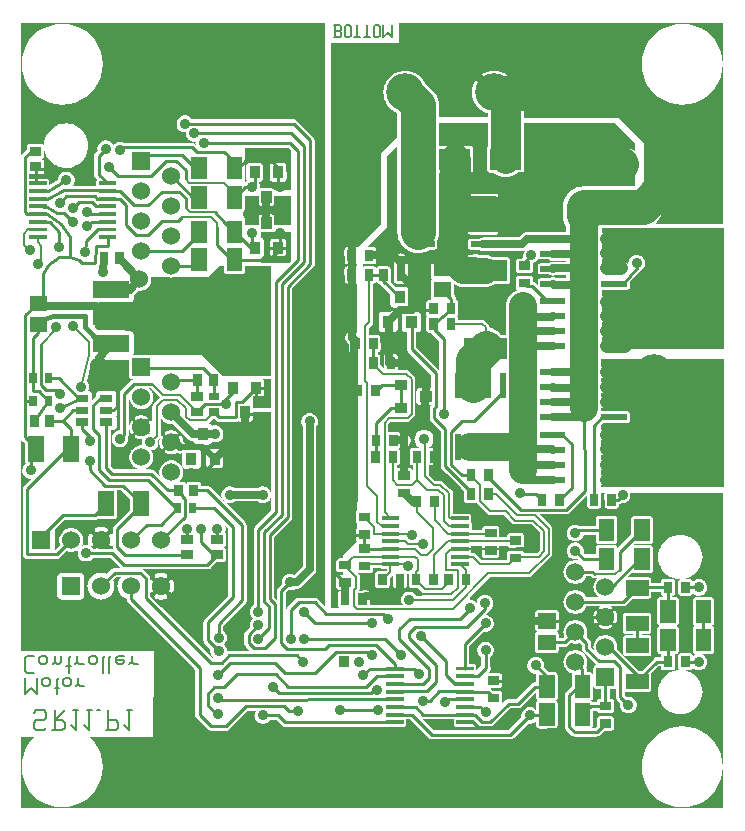
<source format=gbl>
G04 start of page 3 for group 1 idx 1 *
G04 Title: (unknown), solder *
G04 Creator: pcb 1.99z *
G04 CreationDate: Mon 28 Jun 2010 11:29:20 AM GMT UTC *
G04 For: rbarlow *
G04 Format: Gerber/RS-274X *
G04 PCB-Dimensions: 236220 263780 *
G04 PCB-Coordinate-Origin: lower left *
%MOIN*%
%FSLAX25Y25*%
%LNBACK*%
%ADD11C,0.0200*%
%ADD12C,0.0250*%
%ADD13C,0.0100*%
%ADD14C,0.0079*%
%ADD16C,0.0098*%
%ADD18C,0.0600*%
%ADD19C,0.0354*%
%ADD20C,0.1260*%
%ADD21C,0.0360*%
%ADD22C,0.0360*%
%ADD24R,0.0283X0.0283*%
%ADD27R,0.0530X0.0530*%
%ADD28R,0.0512X0.0512*%
%ADD30R,0.0200X0.0200*%
%ADD31R,0.0340X0.0340*%
%ADD33C,0.0350*%
%ADD34C,0.1280*%
%ADD35C,0.0197*%
%ADD36C,0.0450*%
%ADD37C,0.1181*%
%ADD38C,0.0945*%
%ADD39C,0.0400*%
%ADD40C,0.1000*%
%ADD41C,0.1024*%
%ADD42C,0.0866*%
%ADD43C,0.0150*%
%ADD44R,0.0295X0.0295*%
%ADD45R,0.0245X0.0245*%
%ADD46R,0.0689X0.0689*%
%ADD47R,0.0240X0.0240*%
%ADD48R,0.0560X0.0560*%
%ADD49R,0.1220X0.1220*%
%ADD50R,0.0130X0.0130*%
%ADD51R,0.0709X0.0709*%
G54D11*G36*
X221457Y32374D02*X222023Y32418D01*
X223152Y32689D01*
X224225Y33134D01*
X225215Y33740D01*
X226098Y34494D01*
X226852Y35377D01*
X227458Y36367D01*
X227903Y37440D01*
X228174Y38569D01*
X228265Y39727D01*
X228174Y40885D01*
X227903Y42014D01*
X227458Y43087D01*
X226852Y44077D01*
X226098Y44960D01*
X225215Y45714D01*
X224225Y46320D01*
X223152Y46765D01*
X222480Y46926D01*
X224136Y46933D01*
X224286Y46969D01*
X224429Y47028D01*
X224560Y47109D01*
X224678Y47209D01*
X224778Y47327D01*
X224859Y47458D01*
X224918Y47601D01*
X224954Y47751D01*
X224962Y47855D01*
X224988Y47825D01*
X225322Y47540D01*
X225697Y47310D01*
X226103Y47142D01*
X226530Y47039D01*
X226968Y47005D01*
X227406Y47039D01*
X227833Y47142D01*
X228239Y47310D01*
X228614Y47540D01*
X228948Y47825D01*
X229233Y48159D01*
X229463Y48534D01*
X229631Y48940D01*
X229734Y49367D01*
X229768Y49805D01*
X229734Y50243D01*
X229631Y50670D01*
X229463Y51076D01*
X229233Y51451D01*
X228948Y51785D01*
X228614Y52070D01*
X228239Y52300D01*
X228111Y52353D01*
X231257Y52360D01*
X231410Y52397D01*
X231555Y52457D01*
X231689Y52539D01*
X231808Y52641D01*
X231910Y52760D01*
X231992Y52894D01*
X232052Y53039D01*
X232089Y53192D01*
X232101Y53348D01*
X232089Y60984D01*
X232052Y61137D01*
X231992Y61282D01*
X231910Y61416D01*
X231808Y61535D01*
X231689Y61637D01*
X231555Y61719D01*
X231410Y61779D01*
X231271Y61812D01*
X231410Y61846D01*
X231555Y61906D01*
X231689Y61988D01*
X231808Y62090D01*
X231910Y62209D01*
X231992Y62343D01*
X232052Y62488D01*
X232089Y62641D01*
X232101Y62797D01*
X232096Y65750D01*
X235236D01*
Y985D01*
X221457D01*
Y1264D01*
X223569Y1430D01*
X225629Y1925D01*
X227586Y2735D01*
X229392Y3842D01*
X231003Y5218D01*
X232379Y6829D01*
X233486Y8635D01*
X234296Y10592D01*
X234791Y12652D01*
X234957Y14764D01*
X234791Y16876D01*
X234296Y18936D01*
X233486Y20893D01*
X232379Y22699D01*
X231003Y24310D01*
X229392Y25686D01*
X227586Y26793D01*
X225629Y27603D01*
X223569Y28098D01*
X221457Y28264D01*
Y32374D01*
G37*
G36*
Y65750D02*X224990D01*
X224995Y62641D01*
X225032Y62488D01*
X225092Y62343D01*
X225174Y62209D01*
X225276Y62090D01*
X225395Y61988D01*
X225529Y61906D01*
X225674Y61846D01*
X225813Y61813D01*
X225674Y61779D01*
X225529Y61719D01*
X225395Y61637D01*
X225276Y61535D01*
X225174Y61416D01*
X225092Y61282D01*
X225032Y61137D01*
X224995Y60984D01*
X224983Y60828D01*
X224995Y53192D01*
X225032Y53039D01*
X225092Y52894D01*
X225174Y52760D01*
X225276Y52641D01*
X225395Y52539D01*
X225529Y52457D01*
X225674Y52397D01*
X225827Y52360D01*
X225840Y52359D01*
X225697Y52300D01*
X225322Y52070D01*
X224988Y51785D01*
X224954Y51746D01*
Y51859D01*
X224918Y52009D01*
X224859Y52152D01*
X224778Y52283D01*
X224678Y52401D01*
X224560Y52501D01*
X224429Y52582D01*
X224286Y52641D01*
X224136Y52677D01*
X223982Y52689D01*
X221457Y52679D01*
Y65750D01*
G37*
G36*
X97441Y985D02*Y28128D01*
X125787D01*
X126022Y28146D01*
X126229Y28196D01*
X128863Y28200D01*
X128984Y28229D01*
X129098Y28276D01*
X129203Y28340D01*
X129297Y28421D01*
X129378Y28515D01*
X129442Y28620D01*
X129489Y28734D01*
X129518Y28855D01*
X129528Y28978D01*
X129518Y30401D01*
X129489Y30522D01*
X129442Y30636D01*
X129411Y30687D01*
X130776D01*
X137122Y24342D01*
X137128Y24335D01*
X137307Y24182D01*
X137508Y24059D01*
X137725Y23969D01*
X137954Y23914D01*
X138189Y23896D01*
X164173D01*
X164408Y23914D01*
X164637Y23969D01*
X164854Y24059D01*
X165055Y24182D01*
X165234Y24335D01*
X165246Y24349D01*
X170063Y29166D01*
X170231Y29126D01*
X170669Y29092D01*
X171107Y29126D01*
X171534Y29229D01*
X171940Y29397D01*
X172315Y29627D01*
X172649Y29912D01*
X172828Y30122D01*
X172831Y28390D01*
X172868Y28237D01*
X172928Y28092D01*
X173010Y27958D01*
X173112Y27839D01*
X173231Y27737D01*
X173365Y27655D01*
X173510Y27595D01*
X173663Y27558D01*
X173819Y27546D01*
X179093Y27558D01*
X179246Y27595D01*
X179391Y27655D01*
X179525Y27737D01*
X179644Y27839D01*
X179746Y27958D01*
X179828Y28092D01*
X179888Y28237D01*
X179925Y28390D01*
X179937Y28546D01*
X179925Y36182D01*
X179888Y36335D01*
X179828Y36480D01*
X179746Y36614D01*
X179644Y36733D01*
X179525Y36835D01*
X179399Y36912D01*
X179525Y36989D01*
X179644Y37091D01*
X179746Y37210D01*
X179828Y37344D01*
X179888Y37489D01*
X179925Y37642D01*
X179937Y37798D01*
X179925Y45434D01*
X179888Y45587D01*
X179828Y45732D01*
X179746Y45866D01*
X179644Y45985D01*
X179525Y46087D01*
X179391Y46169D01*
X179246Y46229D01*
X179093Y46266D01*
X178937Y46278D01*
X177109Y46274D01*
X175364Y48019D01*
X175404Y48186D01*
X175438Y48624D01*
X175404Y49062D01*
X175301Y49489D01*
X175133Y49895D01*
X174903Y50270D01*
X174618Y50604D01*
X174284Y50889D01*
X173909Y51119D01*
X173503Y51287D01*
X173076Y51390D01*
X172638Y51424D01*
X172200Y51390D01*
X171773Y51287D01*
X171367Y51119D01*
X170992Y50889D01*
X170658Y50604D01*
X170373Y50270D01*
X170143Y49895D01*
X169975Y49489D01*
X169872Y49062D01*
X169838Y48624D01*
X169872Y48186D01*
X169975Y47759D01*
X170143Y47353D01*
X170373Y46978D01*
X170658Y46644D01*
X170992Y46359D01*
X171367Y46129D01*
X171773Y45961D01*
X172200Y45858D01*
X172638Y45824D01*
X173002Y45852D01*
X172928Y45732D01*
X172868Y45587D01*
X172831Y45434D01*
X172819Y45278D01*
X172823Y43037D01*
X172441D01*
X172206Y43019D01*
X171977Y42964D01*
X171760Y42874D01*
X171559Y42751D01*
X171380Y42598D01*
X166110Y37329D01*
X163582D01*
X163347Y37311D01*
X163118Y37256D01*
X162901Y37166D01*
X162700Y37043D01*
X162521Y36890D01*
X161434Y35803D01*
X161438Y35809D01*
X161497Y35952D01*
X161533Y36102D01*
X161545Y36256D01*
X161533Y39242D01*
X161497Y39392D01*
X161438Y39535D01*
X161357Y39666D01*
X161257Y39784D01*
X161139Y39884D01*
X161008Y39965D01*
X160865Y40024D01*
X160715Y40060D01*
X160561Y40072D01*
X158471Y40066D01*
X157786Y40794D01*
X157772Y40806D01*
X157766Y40814D01*
X157710Y40863D01*
X157613Y40951D01*
X157599Y40960D01*
X157589Y40969D01*
X157527Y41008D01*
X157416Y41081D01*
X157397Y41089D01*
X157390Y41094D01*
X157357Y41108D01*
X160715Y41118D01*
X160865Y41154D01*
X161008Y41213D01*
X161139Y41294D01*
X161257Y41394D01*
X161357Y41512D01*
X161438Y41643D01*
X161497Y41786D01*
X161533Y41936D01*
X161545Y42090D01*
X161533Y45076D01*
X161497Y45226D01*
X161438Y45369D01*
X161357Y45500D01*
X161257Y45618D01*
X161139Y45718D01*
X161008Y45799D01*
X160865Y45858D01*
X160715Y45894D01*
X160561Y45906D01*
X156607Y45894D01*
X156550Y45880D01*
X157108Y46438D01*
X157282Y46640D01*
X157422Y46868D01*
X157524Y47114D01*
X157586Y47374D01*
X157607Y47640D01*
X157586Y47906D01*
X157524Y48166D01*
X157422Y48412D01*
X157406Y48438D01*
Y51387D01*
X157552Y51477D01*
X157886Y51762D01*
X158171Y52096D01*
X158401Y52471D01*
X158569Y52877D01*
X158672Y53304D01*
X158706Y53742D01*
X158672Y54180D01*
X158569Y54607D01*
X158401Y55013D01*
X158171Y55388D01*
X157886Y55722D01*
X157552Y56007D01*
X157177Y56237D01*
X156771Y56405D01*
X156344Y56508D01*
X155906Y56542D01*
X155468Y56508D01*
X155041Y56405D01*
X154635Y56237D01*
X154260Y56007D01*
X153926Y55722D01*
X153641Y55388D01*
X153411Y55013D01*
X153243Y54607D01*
X153140Y54180D01*
X153106Y53742D01*
X153140Y53304D01*
X153243Y52877D01*
X153411Y52471D01*
X153641Y52096D01*
X153926Y51762D01*
X154260Y51477D01*
X154406Y51387D01*
Y48546D01*
X152756Y46896D01*
X152746Y48313D01*
X152717Y48434D01*
X152670Y48548D01*
X152606Y48653D01*
X152525Y48747D01*
X152431Y48828D01*
X152326Y48892D01*
X152212Y48939D01*
X152091Y48968D01*
X151968Y48978D01*
X150515Y48976D01*
Y55089D01*
X155300Y59874D01*
X155468Y59834D01*
X155906Y59800D01*
X156344Y59834D01*
X156771Y59937D01*
X157177Y60105D01*
X157552Y60335D01*
X157886Y60620D01*
X158171Y60954D01*
X158401Y61329D01*
X158569Y61735D01*
X158672Y62162D01*
X158706Y62600D01*
X158672Y63038D01*
X158569Y63465D01*
X158401Y63871D01*
X158171Y64246D01*
X157886Y64580D01*
X157552Y64865D01*
X157177Y65095D01*
X156771Y65263D01*
X156344Y65366D01*
X155906Y65400D01*
X155690Y65383D01*
X156057Y65750D01*
X172426D01*
X172438Y60673D01*
X172475Y60520D01*
X172535Y60375D01*
X172617Y60241D01*
X172719Y60122D01*
X172838Y60020D01*
X172972Y59938D01*
X173117Y59878D01*
X173253Y59845D01*
X173117Y59812D01*
X172972Y59752D01*
X172838Y59670D01*
X172719Y59568D01*
X172617Y59449D01*
X172535Y59315D01*
X172475Y59170D01*
X172438Y59017D01*
X172426Y58861D01*
X172438Y53587D01*
X172475Y53434D01*
X172535Y53289D01*
X172617Y53155D01*
X172719Y53036D01*
X172838Y52934D01*
X172972Y52852D01*
X173117Y52792D01*
X173270Y52755D01*
X173426Y52743D01*
X179486Y52755D01*
X179639Y52792D01*
X179784Y52852D01*
X179918Y52934D01*
X180037Y53036D01*
X180139Y53155D01*
X180221Y53289D01*
X180281Y53434D01*
X180318Y53587D01*
X180330Y53743D01*
X180328Y54802D01*
X182440D01*
X182675Y54820D01*
X182904Y54875D01*
X183121Y54965D01*
X183322Y55088D01*
X183501Y55241D01*
X183513Y55255D01*
X184312Y56054D01*
X184629Y55923D01*
X185239Y55776D01*
X185865Y55727D01*
X186491Y55776D01*
X187101Y55923D01*
X187417Y56054D01*
X188067Y55404D01*
Y54136D01*
X188085Y53901D01*
X188140Y53672D01*
X188230Y53455D01*
X188353Y53254D01*
X188506Y53075D01*
X188513Y53069D01*
X192634Y48948D01*
X192640Y48941D01*
X192819Y48788D01*
X192938Y48715D01*
X192709D01*
X192556Y48678D01*
X192411Y48618D01*
X192277Y48536D01*
X192158Y48434D01*
X192056Y48315D01*
X191974Y48181D01*
X191914Y48036D01*
X191877Y47883D01*
X191865Y47727D01*
X191877Y41571D01*
X191914Y41418D01*
X191974Y41273D01*
X192056Y41139D01*
X192158Y41020D01*
X192277Y40918D01*
X192411Y40836D01*
X192556Y40776D01*
X192709Y40739D01*
X192865Y40727D01*
X194366Y40730D01*
Y37431D01*
X193812Y37429D01*
X193662Y37393D01*
X193519Y37334D01*
X193388Y37253D01*
X193270Y37153D01*
X193170Y37035D01*
X193089Y36904D01*
X193030Y36761D01*
X192994Y36611D01*
X192989Y36541D01*
X191601D01*
X191556Y36614D01*
X191454Y36733D01*
X191335Y36835D01*
X191209Y36912D01*
X191335Y36989D01*
X191454Y37091D01*
X191556Y37210D01*
X191638Y37344D01*
X191698Y37489D01*
X191735Y37642D01*
X191747Y37798D01*
X191735Y45434D01*
X191698Y45587D01*
X191638Y45732D01*
X191556Y45866D01*
X191454Y45985D01*
X191335Y46087D01*
X191201Y46169D01*
X191056Y46229D01*
X190903Y46266D01*
X190747Y46278D01*
X189688Y46276D01*
Y47405D01*
X189670Y47639D01*
X189615Y47868D01*
X189525Y48085D01*
X189510Y48109D01*
X189669Y48491D01*
X189816Y49101D01*
X189865Y49727D01*
X189816Y50353D01*
X189669Y50963D01*
X189429Y51543D01*
X189101Y52078D01*
X188693Y52555D01*
X188216Y52963D01*
X187681Y53291D01*
X187101Y53531D01*
X186491Y53678D01*
X185865Y53727D01*
X185239Y53678D01*
X184629Y53531D01*
X184049Y53291D01*
X183514Y52963D01*
X183037Y52555D01*
X182629Y52078D01*
X182301Y51543D01*
X182061Y50963D01*
X181914Y50353D01*
X181865Y49727D01*
X181914Y49101D01*
X182061Y48491D01*
X182301Y47911D01*
X182629Y47376D01*
X183037Y46899D01*
X183514Y46491D01*
X184049Y46163D01*
X184629Y45923D01*
X184828Y45875D01*
X184820Y45866D01*
X184738Y45732D01*
X184678Y45587D01*
X184641Y45434D01*
X184629Y45278D01*
X184635Y41484D01*
X182797Y39646D01*
X182644Y39467D01*
X182521Y39266D01*
X182431Y39049D01*
X182376Y38820D01*
X182358Y38585D01*
Y28152D01*
X182376Y27917D01*
X182431Y27688D01*
X182521Y27471D01*
X182644Y27270D01*
X182797Y27091D01*
X182804Y27085D01*
X184563Y25326D01*
X184569Y25319D01*
X184748Y25166D01*
X184949Y25043D01*
X185166Y24953D01*
X185395Y24898D01*
X185630Y24880D01*
X193110D01*
X193119Y24881D01*
X193129Y24880D01*
X193218Y24888D01*
X193345Y24898D01*
X193361Y24902D01*
X193363D01*
X193400Y24911D01*
X193574Y24953D01*
X193589Y24959D01*
X193592Y24960D01*
X193613Y24969D01*
X193791Y25043D01*
X193800Y25049D01*
X193808Y25052D01*
X193879Y25097D01*
X193992Y25166D01*
X194003Y25176D01*
X194007Y25178D01*
X194072Y25235D01*
X194171Y25319D01*
X194180Y25329D01*
X194184Y25333D01*
X195626Y26812D01*
X197920Y26819D01*
X198070Y26855D01*
X198213Y26914D01*
X198344Y26995D01*
X198462Y27095D01*
X198562Y27213D01*
X198643Y27344D01*
X198702Y27487D01*
X198738Y27637D01*
X198750Y27791D01*
X198738Y30777D01*
X198702Y30927D01*
X198643Y31070D01*
X198562Y31201D01*
X198462Y31319D01*
X198344Y31419D01*
X198213Y31500D01*
X198070Y31559D01*
X197920Y31595D01*
X197766Y31607D01*
X193812Y31595D01*
X193662Y31559D01*
X193519Y31500D01*
X193388Y31419D01*
X193270Y31319D01*
X193170Y31201D01*
X193089Y31070D01*
X193030Y30927D01*
X192994Y30777D01*
X192982Y30623D01*
X192991Y28408D01*
X192476Y27880D01*
X191489D01*
X191556Y27958D01*
X191638Y28092D01*
X191698Y28237D01*
X191735Y28390D01*
X191747Y28546D01*
X191739Y33541D01*
X192994D01*
Y33471D01*
X193030Y33321D01*
X193089Y33178D01*
X193170Y33047D01*
X193270Y32929D01*
X193388Y32829D01*
X193519Y32748D01*
X193662Y32689D01*
X193812Y32653D01*
X193966Y32641D01*
X197920Y32653D01*
X198070Y32689D01*
X198213Y32748D01*
X198344Y32829D01*
X198462Y32929D01*
X198562Y33047D01*
X198643Y33178D01*
X198702Y33321D01*
X198738Y33471D01*
X198750Y33625D01*
X198738Y36611D01*
X198702Y36761D01*
X198643Y36904D01*
X198562Y37035D01*
X198462Y37153D01*
X198344Y37253D01*
X198213Y37334D01*
X198070Y37393D01*
X197920Y37429D01*
X197766Y37441D01*
X197366Y37440D01*
Y40736D01*
X199021Y40739D01*
X199174Y40776D01*
X199287Y40823D01*
Y38191D01*
X199305Y37956D01*
X199360Y37727D01*
X199450Y37510D01*
X199573Y37309D01*
X199726Y37130D01*
X199733Y37124D01*
X200817Y36040D01*
X200777Y35873D01*
X200743Y35435D01*
X200777Y34997D01*
X200880Y34570D01*
X201048Y34164D01*
X201278Y33789D01*
X201563Y33455D01*
X201897Y33170D01*
X202272Y32940D01*
X202678Y32772D01*
X203105Y32669D01*
X203543Y32635D01*
X203981Y32669D01*
X204408Y32772D01*
X204814Y32940D01*
X205189Y33170D01*
X205523Y33455D01*
X205808Y33789D01*
X206038Y34164D01*
X206206Y34570D01*
X206309Y34997D01*
X206343Y35435D01*
X206309Y35873D01*
X206206Y36300D01*
X206038Y36706D01*
X205808Y37081D01*
X205523Y37415D01*
X205189Y37700D01*
X204814Y37930D01*
X204408Y38098D01*
X203981Y38201D01*
X203543Y38235D01*
X203105Y38201D01*
X202938Y38161D01*
X202287Y38812D01*
Y39869D01*
X202302Y39860D01*
X202447Y39800D01*
X202600Y39763D01*
X202756Y39751D01*
X210392Y39763D01*
X210545Y39800D01*
X210690Y39860D01*
X210824Y39942D01*
X210943Y40044D01*
X211045Y40163D01*
X211127Y40297D01*
X211187Y40442D01*
X211224Y40595D01*
X211236Y40751D01*
X211224Y45918D01*
X213611Y48305D01*
X214342D01*
X214344Y47751D01*
X214380Y47601D01*
X214439Y47458D01*
X214520Y47327D01*
X214620Y47209D01*
X214738Y47109D01*
X214869Y47028D01*
X215012Y46969D01*
X215162Y46933D01*
X215316Y46921D01*
X218302Y46933D01*
X218452Y46969D01*
X218595Y47028D01*
X218726Y47109D01*
X218844Y47209D01*
X218944Y47327D01*
X219025Y47458D01*
X219084Y47601D01*
X219120Y47751D01*
X219132Y47905D01*
X219120Y51859D01*
X219084Y52009D01*
X219025Y52152D01*
X218944Y52283D01*
X218880Y52359D01*
X219447Y52360D01*
X219600Y52397D01*
X219745Y52457D01*
X219879Y52539D01*
X219998Y52641D01*
X220100Y52760D01*
X220182Y52894D01*
X220242Y53039D01*
X220279Y53192D01*
X220291Y53348D01*
X220279Y60984D01*
X220242Y61137D01*
X220182Y61282D01*
X220100Y61416D01*
X219998Y61535D01*
X219879Y61637D01*
X219745Y61719D01*
X219600Y61779D01*
X219461Y61812D01*
X219600Y61846D01*
X219745Y61906D01*
X219879Y61988D01*
X219998Y62090D01*
X220100Y62209D01*
X220182Y62343D01*
X220242Y62488D01*
X220279Y62641D01*
X220291Y62797D01*
X220286Y65750D01*
X221457D01*
Y52679D01*
X220996Y52677D01*
X220846Y52641D01*
X220703Y52582D01*
X220572Y52501D01*
X220454Y52401D01*
X220354Y52283D01*
X220273Y52152D01*
X220214Y52009D01*
X220178Y51859D01*
X220166Y51705D01*
X220178Y47751D01*
X220214Y47601D01*
X220273Y47458D01*
X220354Y47327D01*
X220454Y47209D01*
X220572Y47109D01*
X220579Y47105D01*
X219707Y47036D01*
X218578Y46765D01*
X217505Y46320D01*
X216515Y45714D01*
X215632Y44960D01*
X214878Y44077D01*
X214272Y43087D01*
X213827Y42014D01*
X213556Y40885D01*
X213465Y39727D01*
X213556Y38569D01*
X213827Y37440D01*
X214272Y36367D01*
X214878Y35377D01*
X215632Y34494D01*
X216515Y33740D01*
X217505Y33134D01*
X218578Y32689D01*
X219707Y32418D01*
X220865Y32327D01*
X221457Y32374D01*
Y28264D01*
X219345Y28098D01*
X217285Y27603D01*
X215328Y26793D01*
X213522Y25686D01*
X211911Y24310D01*
X210535Y22699D01*
X209428Y20893D01*
X208618Y18936D01*
X208123Y16876D01*
X207957Y14764D01*
X208123Y12652D01*
X208618Y10592D01*
X209428Y8635D01*
X210535Y6829D01*
X211911Y5218D01*
X213522Y3842D01*
X215328Y2735D01*
X217285Y1925D01*
X219345Y1430D01*
X221457Y1264D01*
Y985D01*
X97441D01*
G37*
G36*
X192585Y48997D02*X192634Y48948D01*
X192640Y48941D01*
X192819Y48788D01*
X192938Y48715D01*
X192709D01*
X192585Y48685D01*
Y48997D01*
G37*
G36*
X206496Y70857D02*X210392Y70863D01*
X210545Y70900D01*
X210690Y70960D01*
X210824Y71042D01*
X210943Y71144D01*
X211045Y71263D01*
X211127Y71397D01*
X211187Y71542D01*
X211224Y71695D01*
X211236Y71851D01*
X211233Y73108D01*
X214342D01*
X214344Y72554D01*
X214380Y72404D01*
X214439Y72261D01*
X214520Y72130D01*
X214620Y72012D01*
X214738Y71912D01*
X214869Y71831D01*
X215012Y71772D01*
X215162Y71736D01*
X215232Y71731D01*
Y71268D01*
X214017Y71265D01*
X213864Y71228D01*
X213719Y71168D01*
X213585Y71086D01*
X213466Y70984D01*
X213364Y70865D01*
X213282Y70731D01*
X213222Y70586D01*
X213185Y70433D01*
X213173Y70277D01*
X213185Y62641D01*
X213222Y62488D01*
X213282Y62343D01*
X213364Y62209D01*
X213466Y62090D01*
X213585Y61988D01*
X213719Y61906D01*
X213864Y61846D01*
X214003Y61813D01*
X213864Y61779D01*
X213719Y61719D01*
X213585Y61637D01*
X213466Y61535D01*
X213364Y61416D01*
X213282Y61282D01*
X213222Y61137D01*
X213185Y60984D01*
X213173Y60828D01*
X213185Y53192D01*
X213222Y53039D01*
X213282Y52894D01*
X213364Y52760D01*
X213466Y52641D01*
X213585Y52539D01*
X213719Y52457D01*
X213864Y52397D01*
X214017Y52360D01*
X214173Y52348D01*
X214576Y52349D01*
X214520Y52283D01*
X214439Y52152D01*
X214380Y52009D01*
X214344Y51859D01*
X214332Y51705D01*
X214333Y51305D01*
X212991D01*
X212756Y51287D01*
X212527Y51232D01*
X212310Y51142D01*
X212109Y51019D01*
X211930Y50866D01*
X207929Y46865D01*
X207030Y46864D01*
X206496Y47398D01*
Y51567D01*
X210392Y51573D01*
X210545Y51610D01*
X210690Y51670D01*
X210824Y51752D01*
X210943Y51854D01*
X211045Y51973D01*
X211127Y52107D01*
X211187Y52252D01*
X211224Y52405D01*
X211236Y52561D01*
X211224Y57835D01*
X211187Y57988D01*
X211127Y58133D01*
X211045Y58267D01*
X210943Y58386D01*
X210824Y58488D01*
X210690Y58570D01*
X210545Y58630D01*
X210392Y58667D01*
X210236Y58679D01*
X207996Y58676D01*
Y59049D01*
X210392Y59053D01*
X210545Y59090D01*
X210690Y59150D01*
X210824Y59232D01*
X210943Y59334D01*
X211045Y59453D01*
X211127Y59587D01*
X211187Y59732D01*
X211224Y59885D01*
X211236Y60041D01*
X211224Y65315D01*
X211187Y65468D01*
X211127Y65613D01*
X211045Y65747D01*
X210943Y65866D01*
X210824Y65968D01*
X210690Y66050D01*
X210545Y66110D01*
X210392Y66147D01*
X210236Y66159D01*
X206496Y66153D01*
Y70857D01*
G37*
G36*
X199144Y68227D02*X201813D01*
X202048Y68245D01*
X202277Y68300D01*
X202494Y68390D01*
X202695Y68513D01*
X202874Y68666D01*
X202886Y68680D01*
X205061Y70855D01*
X206496Y70857D01*
Y66153D01*
X202600Y66147D01*
X202447Y66110D01*
X202302Y66050D01*
X202168Y65968D01*
X202049Y65866D01*
X201947Y65747D01*
X201865Y65613D01*
X201805Y65468D01*
X201768Y65315D01*
X201756Y65159D01*
X201768Y59885D01*
X201805Y59732D01*
X201865Y59587D01*
X201947Y59453D01*
X202049Y59334D01*
X202168Y59232D01*
X202302Y59150D01*
X202447Y59090D01*
X202600Y59053D01*
X202756Y59041D01*
X204996Y59044D01*
Y58671D01*
X202600Y58667D01*
X202447Y58630D01*
X202302Y58570D01*
X202168Y58488D01*
X202049Y58386D01*
X201947Y58267D01*
X201865Y58133D01*
X201805Y57988D01*
X201768Y57835D01*
X201756Y57679D01*
X201768Y52405D01*
X201805Y52252D01*
X201865Y52107D01*
X201947Y51973D01*
X202049Y51854D01*
X202168Y51752D01*
X202302Y51670D01*
X202447Y51610D01*
X202600Y51573D01*
X202756Y51561D01*
X206496Y51567D01*
Y47398D01*
X199812Y54083D01*
X199816Y54101D01*
X199865Y54727D01*
X199816Y55353D01*
X199669Y55963D01*
X199429Y56543D01*
X199144Y57008D01*
Y62623D01*
X199174Y62635D01*
X199242Y62675D01*
X199302Y62725D01*
X199354Y62784D01*
X199396Y62850D01*
X199551Y63176D01*
X199676Y63516D01*
X199770Y63865D01*
X199832Y64221D01*
X199862Y64582D01*
X199859Y64943D01*
X199823Y65303D01*
X199755Y65658D01*
X199655Y66006D01*
X199524Y66343D01*
X199363Y66667D01*
X199321Y66732D01*
X199268Y66790D01*
X199206Y66838D01*
X199144Y66874D01*
Y68227D01*
G37*
G36*
X195892Y67725D02*X195974Y67726D01*
X196244Y67703D01*
X196511Y67657D01*
X196773Y67586D01*
X197028Y67493D01*
X197273Y67376D01*
X197346Y67346D01*
X197422Y67326D01*
X197500Y67319D01*
X197578Y67324D01*
X197654Y67341D01*
X197727Y67369D01*
X197795Y67409D01*
X197855Y67459D01*
X197907Y67518D01*
X197949Y67584D01*
X197980Y67656D01*
X198000Y67732D01*
X198007Y67810D01*
X198002Y67888D01*
X197985Y67964D01*
X197957Y68037D01*
X197917Y68105D01*
X197867Y68165D01*
X197808Y68217D01*
X197792Y68227D01*
X199144D01*
Y66874D01*
X199138Y66877D01*
X199065Y66905D01*
X198988Y66921D01*
X198909Y66924D01*
X198831Y66915D01*
X198755Y66894D01*
X198684Y66862D01*
X198618Y66819D01*
X198560Y66766D01*
X198512Y66704D01*
X198473Y66636D01*
X198445Y66563D01*
X198429Y66486D01*
X198426Y66407D01*
X198435Y66329D01*
X198456Y66253D01*
X198488Y66182D01*
X198609Y65939D01*
X198707Y65686D01*
X198782Y65426D01*
X198833Y65159D01*
X198860Y64889D01*
X198863Y64618D01*
X198840Y64348D01*
X198794Y64081D01*
X198723Y63819D01*
X198630Y63564D01*
X198513Y63319D01*
X198483Y63246D01*
X198463Y63170D01*
X198456Y63092D01*
X198461Y63014D01*
X198478Y62938D01*
X198506Y62865D01*
X198546Y62797D01*
X198596Y62737D01*
X198655Y62685D01*
X198721Y62643D01*
X198793Y62612D01*
X198869Y62592D01*
X198947Y62585D01*
X199025Y62590D01*
X199101Y62607D01*
X199144Y62623D01*
Y57008D01*
X199101Y57078D01*
X198693Y57555D01*
X198216Y57963D01*
X197681Y58291D01*
X197101Y58531D01*
X196491Y58678D01*
X195892Y58725D01*
Y60731D01*
X196080Y60733D01*
X196440Y60769D01*
X196795Y60837D01*
X197143Y60937D01*
X197480Y61068D01*
X197804Y61229D01*
X197869Y61271D01*
X197927Y61324D01*
X197975Y61386D01*
X198014Y61454D01*
X198042Y61527D01*
X198058Y61604D01*
X198061Y61683D01*
X198052Y61761D01*
X198031Y61837D01*
X197999Y61908D01*
X197956Y61974D01*
X197903Y62032D01*
X197841Y62080D01*
X197773Y62119D01*
X197700Y62147D01*
X197623Y62163D01*
X197544Y62166D01*
X197466Y62157D01*
X197390Y62136D01*
X197319Y62104D01*
X197076Y61983D01*
X196823Y61885D01*
X196563Y61810D01*
X196296Y61759D01*
X196026Y61732D01*
X195892Y61731D01*
Y63084D01*
X195942Y63088D01*
X196170Y63143D01*
X196388Y63233D01*
X196588Y63356D01*
X196767Y63509D01*
X196925Y63667D01*
X197079Y63845D01*
X197202Y64046D01*
X197292Y64263D01*
X197347Y64492D01*
X197365Y64727D01*
X197347Y64962D01*
X197292Y65191D01*
X197202Y65408D01*
X197079Y65609D01*
X196926Y65788D01*
X196747Y65941D01*
X196546Y66064D01*
X196329Y66154D01*
X196100Y66209D01*
X195892Y66225D01*
Y67725D01*
G37*
G36*
X192585Y68227D02*X193927D01*
X193925Y68226D01*
X193860Y68184D01*
X193802Y68131D01*
X193754Y68069D01*
X193715Y68001D01*
X193687Y67928D01*
X193671Y67851D01*
X193668Y67772D01*
X193677Y67694D01*
X193698Y67618D01*
X193730Y67547D01*
X193773Y67481D01*
X193826Y67423D01*
X193888Y67375D01*
X193956Y67336D01*
X194029Y67308D01*
X194106Y67292D01*
X194185Y67289D01*
X194263Y67298D01*
X194339Y67319D01*
X194410Y67351D01*
X194653Y67472D01*
X194906Y67570D01*
X195166Y67645D01*
X195433Y67696D01*
X195703Y67723D01*
X195892Y67725D01*
Y66225D01*
X195865Y66227D01*
X195630Y66209D01*
X195401Y66154D01*
X195184Y66064D01*
X194983Y65941D01*
X194804Y65788D01*
X194646Y65630D01*
X194494Y65450D01*
X194371Y65250D01*
X194281Y65032D01*
X194226Y64804D01*
X194208Y64569D01*
X194226Y64334D01*
X194281Y64106D01*
X194371Y63888D01*
X194494Y63688D01*
X194647Y63509D01*
X194826Y63356D01*
X195026Y63233D01*
X195244Y63143D01*
X195472Y63088D01*
X195707Y63070D01*
X195892Y63084D01*
Y61731D01*
X195755Y61729D01*
X195485Y61752D01*
X195218Y61798D01*
X194956Y61869D01*
X194701Y61962D01*
X194456Y62079D01*
X194383Y62109D01*
X194307Y62129D01*
X194229Y62136D01*
X194151Y62131D01*
X194075Y62114D01*
X194002Y62086D01*
X193934Y62046D01*
X193874Y61996D01*
X193822Y61937D01*
X193780Y61871D01*
X193749Y61799D01*
X193729Y61723D01*
X193722Y61645D01*
X193727Y61567D01*
X193744Y61491D01*
X193772Y61418D01*
X193812Y61350D01*
X193862Y61290D01*
X193921Y61238D01*
X193987Y61196D01*
X194313Y61041D01*
X194653Y60916D01*
X195002Y60822D01*
X195358Y60760D01*
X195719Y60730D01*
X195892Y60731D01*
Y58725D01*
X195865Y58727D01*
X195239Y58678D01*
X194629Y58531D01*
X194049Y58291D01*
X193514Y57963D01*
X193037Y57555D01*
X192629Y57078D01*
X192585Y57006D01*
Y62581D01*
X192591Y62578D01*
X192664Y62550D01*
X192741Y62534D01*
X192820Y62531D01*
X192898Y62540D01*
X192974Y62561D01*
X193045Y62593D01*
X193111Y62636D01*
X193169Y62689D01*
X193217Y62751D01*
X193256Y62819D01*
X193284Y62892D01*
X193300Y62969D01*
X193303Y63048D01*
X193294Y63126D01*
X193273Y63202D01*
X193241Y63273D01*
X193120Y63516D01*
X193022Y63769D01*
X192947Y64029D01*
X192896Y64296D01*
X192869Y64566D01*
X192866Y64837D01*
X192889Y65107D01*
X192935Y65374D01*
X193006Y65636D01*
X193099Y65891D01*
X193216Y66136D01*
X193246Y66209D01*
X193266Y66285D01*
X193273Y66363D01*
X193268Y66441D01*
X193251Y66517D01*
X193223Y66590D01*
X193183Y66658D01*
X193133Y66718D01*
X193074Y66770D01*
X193008Y66812D01*
X192936Y66843D01*
X192860Y66863D01*
X192782Y66870D01*
X192704Y66865D01*
X192628Y66848D01*
X192585Y66832D01*
Y68227D01*
G37*
G36*
Y72448D02*X192629Y72376D01*
X193037Y71899D01*
X193514Y71491D01*
X193945Y71227D01*
X192585D01*
Y72448D01*
G37*
G36*
Y77561D02*X193044D01*
X193037Y77555D01*
X192629Y77078D01*
X192585Y77006D01*
Y77561D01*
G37*
G36*
X235236Y42128D02*X227856D01*
X227458Y43087D01*
X226852Y44077D01*
X226098Y44960D01*
X225215Y45714D01*
X224225Y46320D01*
X223152Y46765D01*
X222480Y46926D01*
X224136Y46933D01*
X224286Y46969D01*
X224429Y47028D01*
X224560Y47109D01*
X224678Y47209D01*
X224778Y47327D01*
X224859Y47458D01*
X224918Y47601D01*
X224954Y47751D01*
X224962Y47855D01*
X224988Y47825D01*
X225322Y47540D01*
X225697Y47310D01*
X226103Y47142D01*
X226530Y47039D01*
X226968Y47005D01*
X227406Y47039D01*
X227833Y47142D01*
X228239Y47310D01*
X228614Y47540D01*
X228948Y47825D01*
X229233Y48159D01*
X229463Y48534D01*
X229631Y48940D01*
X229734Y49367D01*
X229768Y49805D01*
X229734Y50243D01*
X229631Y50670D01*
X229463Y51076D01*
X229233Y51451D01*
X228948Y51785D01*
X228614Y52070D01*
X228239Y52300D01*
X228111Y52353D01*
X231257Y52360D01*
X231410Y52397D01*
X231555Y52457D01*
X231689Y52539D01*
X231808Y52641D01*
X231910Y52760D01*
X231992Y52894D01*
X232052Y53039D01*
X232089Y53192D01*
X232101Y53348D01*
X232089Y60984D01*
X232052Y61137D01*
X231992Y61282D01*
X231910Y61416D01*
X231808Y61535D01*
X231689Y61637D01*
X231555Y61719D01*
X231410Y61779D01*
X231271Y61812D01*
X231410Y61846D01*
X231555Y61906D01*
X231689Y61988D01*
X231808Y62090D01*
X231910Y62209D01*
X231992Y62343D01*
X232052Y62488D01*
X232089Y62641D01*
X232101Y62797D01*
X232089Y70433D01*
X232052Y70586D01*
X231992Y70731D01*
X231910Y70865D01*
X231808Y70984D01*
X231689Y71086D01*
X231555Y71168D01*
X231410Y71228D01*
X231257Y71265D01*
X231101Y71277D01*
X225827Y71265D01*
X225674Y71228D01*
X225529Y71168D01*
X225395Y71086D01*
X225276Y70984D01*
X225174Y70865D01*
X225092Y70731D01*
X225032Y70586D01*
X224995Y70433D01*
X224983Y70277D01*
X224995Y62641D01*
X225032Y62488D01*
X225092Y62343D01*
X225174Y62209D01*
X225276Y62090D01*
X225395Y61988D01*
X225529Y61906D01*
X225674Y61846D01*
X225813Y61813D01*
X225674Y61779D01*
X225529Y61719D01*
X225395Y61637D01*
X225276Y61535D01*
X225174Y61416D01*
X225092Y61282D01*
X225032Y61137D01*
X224995Y60984D01*
X224983Y60828D01*
X224995Y53192D01*
X225032Y53039D01*
X225092Y52894D01*
X225174Y52760D01*
X225276Y52641D01*
X225395Y52539D01*
X225529Y52457D01*
X225674Y52397D01*
X225827Y52360D01*
X225840Y52359D01*
X225697Y52300D01*
X225322Y52070D01*
X224988Y51785D01*
X224954Y51746D01*
Y51859D01*
X224918Y52009D01*
X224859Y52152D01*
X224778Y52283D01*
X224678Y52401D01*
X224560Y52501D01*
X224429Y52582D01*
X224286Y52641D01*
X224136Y52677D01*
X223982Y52689D01*
X221617Y52679D01*
Y71726D01*
X224136Y71736D01*
X224286Y71772D01*
X224429Y71831D01*
X224560Y71912D01*
X224678Y72012D01*
X224778Y72130D01*
X224859Y72261D01*
X224918Y72404D01*
X224954Y72554D01*
X224962Y72658D01*
X224988Y72628D01*
X225322Y72343D01*
X225697Y72113D01*
X226103Y71945D01*
X226530Y71842D01*
X226968Y71808D01*
X227406Y71842D01*
X227833Y71945D01*
X228239Y72113D01*
X228614Y72343D01*
X228948Y72628D01*
X229233Y72962D01*
X229463Y73337D01*
X229631Y73743D01*
X229734Y74170D01*
X229768Y74608D01*
X229734Y75046D01*
X229631Y75473D01*
X229463Y75879D01*
X229233Y76254D01*
X228948Y76588D01*
X228614Y76873D01*
X228239Y77103D01*
X227833Y77271D01*
X227406Y77374D01*
X226968Y77408D01*
X226530Y77374D01*
X226103Y77271D01*
X225697Y77103D01*
X225322Y76873D01*
X224988Y76588D01*
X224954Y76549D01*
Y76662D01*
X224918Y76812D01*
X224859Y76955D01*
X224778Y77086D01*
X224678Y77204D01*
X224560Y77304D01*
X224429Y77385D01*
X224286Y77444D01*
X224136Y77480D01*
X223982Y77492D01*
X222303Y77485D01*
X223152Y77689D01*
X224225Y78134D01*
X225215Y78740D01*
X226098Y79494D01*
X226852Y80377D01*
X227458Y81367D01*
X227903Y82440D01*
X228174Y83569D01*
X228265Y84727D01*
X228174Y85885D01*
X227903Y87014D01*
X227458Y88087D01*
X226852Y89077D01*
X226098Y89960D01*
X225215Y90714D01*
X224225Y91320D01*
X223152Y91765D01*
X222023Y92036D01*
X221617Y92068D01*
Y106104D01*
X235236D01*
Y42128D01*
G37*
G36*
X221617Y52679D02*X220996Y52677D01*
X220846Y52641D01*
X220703Y52582D01*
X220572Y52501D01*
X220454Y52401D01*
X220354Y52283D01*
X220273Y52152D01*
X220214Y52009D01*
X220178Y51859D01*
X220166Y51705D01*
X220178Y47751D01*
X220214Y47601D01*
X220273Y47458D01*
X220354Y47327D01*
X220454Y47209D01*
X220572Y47109D01*
X220579Y47105D01*
X219707Y47036D01*
X218578Y46765D01*
X217505Y46320D01*
X216515Y45714D01*
X215632Y44960D01*
X214878Y44077D01*
X214272Y43087D01*
X213874Y42128D01*
X211233D01*
X211224Y45918D01*
X213611Y48305D01*
X214342D01*
X214344Y47751D01*
X214380Y47601D01*
X214439Y47458D01*
X214520Y47327D01*
X214620Y47209D01*
X214738Y47109D01*
X214869Y47028D01*
X215012Y46969D01*
X215162Y46933D01*
X215316Y46921D01*
X218302Y46933D01*
X218452Y46969D01*
X218595Y47028D01*
X218726Y47109D01*
X218844Y47209D01*
X218944Y47327D01*
X219025Y47458D01*
X219084Y47601D01*
X219120Y47751D01*
X219132Y47905D01*
X219120Y51859D01*
X219084Y52009D01*
X219025Y52152D01*
X218944Y52283D01*
X218880Y52359D01*
X219447Y52360D01*
X219600Y52397D01*
X219745Y52457D01*
X219879Y52539D01*
X219998Y52641D01*
X220100Y52760D01*
X220182Y52894D01*
X220242Y53039D01*
X220279Y53192D01*
X220291Y53348D01*
X220279Y60984D01*
X220242Y61137D01*
X220182Y61282D01*
X220100Y61416D01*
X219998Y61535D01*
X219879Y61637D01*
X219745Y61719D01*
X219600Y61779D01*
X219461Y61812D01*
X219600Y61846D01*
X219745Y61906D01*
X219879Y61988D01*
X219998Y62090D01*
X220100Y62209D01*
X220182Y62343D01*
X220242Y62488D01*
X220279Y62641D01*
X220291Y62797D01*
X220279Y70433D01*
X220242Y70586D01*
X220182Y70731D01*
X220100Y70865D01*
X219998Y70984D01*
X219879Y71086D01*
X219745Y71168D01*
X219600Y71228D01*
X219447Y71265D01*
X219291Y71277D01*
X218232Y71275D01*
Y71736D01*
X218302D01*
X218452Y71772D01*
X218595Y71831D01*
X218726Y71912D01*
X218844Y72012D01*
X218944Y72130D01*
X219025Y72261D01*
X219084Y72404D01*
X219120Y72554D01*
X219132Y72708D01*
X219120Y76662D01*
X219084Y76812D01*
X219025Y76955D01*
X218944Y77086D01*
X218844Y77204D01*
X218726Y77304D01*
X218595Y77385D01*
X218452Y77444D01*
X218302Y77480D01*
X218148Y77492D01*
X215162Y77480D01*
X215012Y77444D01*
X214869Y77385D01*
X214738Y77304D01*
X214620Y77204D01*
X214520Y77086D01*
X214439Y76955D01*
X214380Y76812D01*
X214344Y76662D01*
X214332Y76508D01*
X214333Y76108D01*
X211226D01*
X211224Y77125D01*
X211187Y77278D01*
X211127Y77423D01*
X211045Y77557D01*
X210943Y77676D01*
X210824Y77778D01*
X210690Y77860D01*
X210545Y77920D01*
X210392Y77957D01*
X210236Y77969D01*
X203201Y77958D01*
X204795Y79622D01*
X204805Y79610D01*
X204924Y79508D01*
X205058Y79426D01*
X205203Y79366D01*
X205356Y79329D01*
X205512Y79317D01*
X210786Y79329D01*
X210939Y79366D01*
X211084Y79426D01*
X211218Y79508D01*
X211337Y79610D01*
X211439Y79729D01*
X211521Y79863D01*
X211581Y80008D01*
X211618Y80161D01*
X211630Y80317D01*
X211618Y87953D01*
X211581Y88106D01*
X211521Y88251D01*
X211439Y88385D01*
X211337Y88504D01*
X211218Y88606D01*
X211084Y88688D01*
X210939Y88748D01*
X210786Y88785D01*
X210630Y88797D01*
X205356Y88785D01*
X205244Y88758D01*
X205453Y88967D01*
X205510Y88963D01*
X210784Y88975D01*
X210937Y89012D01*
X211082Y89072D01*
X211216Y89154D01*
X211335Y89256D01*
X211437Y89375D01*
X211519Y89509D01*
X211579Y89654D01*
X211616Y89807D01*
X211628Y89963D01*
X211616Y97599D01*
X211579Y97752D01*
X211519Y97897D01*
X211437Y98031D01*
X211335Y98150D01*
X211216Y98252D01*
X211082Y98334D01*
X210937Y98394D01*
X210784Y98431D01*
X210628Y98443D01*
X205354Y98431D01*
X205201Y98394D01*
X205056Y98334D01*
X204922Y98252D01*
X204803Y98150D01*
X204701Y98031D01*
X204619Y97897D01*
X204559Y97752D01*
X204522Y97599D01*
X204510Y97443D01*
X204518Y92274D01*
X199809Y87565D01*
X199808Y87953D01*
X199771Y88106D01*
X199711Y88251D01*
X199629Y88385D01*
X199527Y88504D01*
X199408Y88606D01*
X199274Y88688D01*
X199129Y88748D01*
X198976Y88785D01*
X198820Y88797D01*
X193546Y88785D01*
X193393Y88748D01*
X193248Y88688D01*
X193114Y88606D01*
X192995Y88504D01*
X192893Y88385D01*
X192811Y88251D01*
X192751Y88106D01*
X192714Y87953D01*
X192702Y87797D01*
X192705Y85557D01*
X192585D01*
Y92203D01*
X192708D01*
X192712Y89807D01*
X192749Y89654D01*
X192809Y89509D01*
X192891Y89375D01*
X192993Y89256D01*
X193112Y89154D01*
X193246Y89072D01*
X193391Y89012D01*
X193544Y88975D01*
X193700Y88963D01*
X198974Y88975D01*
X199127Y89012D01*
X199272Y89072D01*
X199406Y89154D01*
X199525Y89256D01*
X199627Y89375D01*
X199709Y89509D01*
X199769Y89654D01*
X199806Y89807D01*
X199818Y89963D01*
X199806Y97599D01*
X199769Y97752D01*
X199709Y97897D01*
X199627Y98031D01*
X199525Y98150D01*
X199406Y98252D01*
X199272Y98334D01*
X199127Y98394D01*
X198974Y98431D01*
X198818Y98443D01*
X193544Y98431D01*
X193391Y98394D01*
X193246Y98334D01*
X193112Y98252D01*
X192993Y98150D01*
X192891Y98031D01*
X192809Y97897D01*
X192749Y97752D01*
X192712Y97599D01*
X192700Y97443D01*
X192703Y95203D01*
X192585D01*
Y100866D01*
X193696Y100870D01*
X193846Y100906D01*
X193989Y100965D01*
X194120Y101046D01*
X194238Y101146D01*
X194338Y101264D01*
X194419Y101395D01*
X194478Y101538D01*
X194514Y101688D01*
X194526Y101842D01*
X194514Y105796D01*
X194478Y105946D01*
X194419Y106089D01*
X194410Y106104D01*
X195676D01*
X195667Y106089D01*
X195608Y105946D01*
X195572Y105796D01*
X195560Y105642D01*
X195572Y101688D01*
X195608Y101538D01*
X195667Y101395D01*
X195748Y101264D01*
X195848Y101146D01*
X195966Y101046D01*
X196097Y100965D01*
X196240Y100906D01*
X196390Y100870D01*
X196544Y100858D01*
X199530Y100870D01*
X199680Y100906D01*
X199823Y100965D01*
X199954Y101046D01*
X200072Y101146D01*
X200172Y101264D01*
X200253Y101395D01*
X200312Y101538D01*
X200348Y101688D01*
X200360Y101842D01*
X200359Y102290D01*
X200464Y102315D01*
X200681Y102405D01*
X200882Y102528D01*
X201061Y102681D01*
X201073Y102695D01*
X201146Y102768D01*
X201170Y102762D01*
X201575Y102730D01*
X201980Y102762D01*
X202374Y102857D01*
X202749Y103012D01*
X203096Y103224D01*
X203404Y103488D01*
X203668Y103796D01*
X203880Y104143D01*
X204035Y104518D01*
X204130Y104912D01*
X204162Y105317D01*
X204130Y105722D01*
X204038Y106104D01*
X221617D01*
Y92068D01*
X220865Y92127D01*
X219707Y92036D01*
X218578Y91765D01*
X217505Y91320D01*
X216515Y90714D01*
X215632Y89960D01*
X214878Y89077D01*
X214272Y88087D01*
X213827Y87014D01*
X213556Y85885D01*
X213465Y84727D01*
X213556Y83569D01*
X213827Y82440D01*
X214272Y81367D01*
X214878Y80377D01*
X215632Y79494D01*
X216515Y78740D01*
X217505Y78134D01*
X218578Y77689D01*
X219707Y77418D01*
X220638Y77345D01*
X220572Y77304D01*
X220454Y77204D01*
X220354Y77086D01*
X220273Y76955D01*
X220214Y76812D01*
X220178Y76662D01*
X220166Y76508D01*
X220178Y72554D01*
X220214Y72404D01*
X220273Y72261D01*
X220354Y72130D01*
X220454Y72012D01*
X220572Y71912D01*
X220703Y71831D01*
X220846Y71772D01*
X220996Y71736D01*
X221150Y71724D01*
X221617Y71726D01*
Y52679D01*
G37*
G36*
X192585Y85557D02*X189204D01*
X188553Y86208D01*
X188593Y86375D01*
X188627Y86813D01*
X188593Y87251D01*
X188490Y87678D01*
X188322Y88084D01*
X188092Y88459D01*
X187807Y88793D01*
X187473Y89078D01*
X187098Y89308D01*
X186692Y89476D01*
X186265Y89579D01*
X185827Y89613D01*
X185389Y89579D01*
X184962Y89476D01*
X184556Y89308D01*
X184181Y89078D01*
X183847Y88793D01*
X183562Y88459D01*
X183332Y88084D01*
X183164Y87678D01*
X183061Y87251D01*
X183027Y86813D01*
X183061Y86375D01*
X183164Y85948D01*
X183332Y85542D01*
X183562Y85167D01*
X183847Y84833D01*
X184181Y84548D01*
X184556Y84318D01*
X184962Y84150D01*
X185389Y84047D01*
X185827Y84013D01*
X186265Y84047D01*
X186432Y84087D01*
X186952Y83567D01*
X186491Y83678D01*
X185865Y83727D01*
X185239Y83678D01*
X184629Y83531D01*
X184049Y83291D01*
X183514Y82963D01*
X183037Y82555D01*
X182629Y82078D01*
X182301Y81543D01*
X182061Y80963D01*
X181914Y80353D01*
X181865Y79727D01*
X181914Y79101D01*
X182061Y78491D01*
X182301Y77911D01*
X182629Y77376D01*
X183037Y76899D01*
X183514Y76491D01*
X184049Y76163D01*
X184629Y75923D01*
X185239Y75776D01*
X185865Y75727D01*
X186491Y75776D01*
X187101Y75923D01*
X187681Y76163D01*
X188216Y76491D01*
X188693Y76899D01*
X189101Y77376D01*
X189429Y77911D01*
X189560Y78227D01*
X191148D01*
X191208Y78129D01*
X191349Y77965D01*
X191513Y77824D01*
X191697Y77711D01*
X191897Y77628D01*
X192107Y77578D01*
X192323Y77561D01*
X192585D01*
Y77006D01*
X192301Y76543D01*
X192061Y75963D01*
X191914Y75353D01*
X191865Y74727D01*
X191914Y74101D01*
X192061Y73491D01*
X192301Y72911D01*
X192585Y72448D01*
Y71227D01*
X189560D01*
X189429Y71543D01*
X189101Y72078D01*
X188693Y72555D01*
X188216Y72963D01*
X187681Y73291D01*
X187101Y73531D01*
X186491Y73678D01*
X185865Y73727D01*
X185239Y73678D01*
X184629Y73531D01*
X184049Y73291D01*
X183514Y72963D01*
X183037Y72555D01*
X182629Y72078D01*
X182301Y71543D01*
X182061Y70963D01*
X181914Y70353D01*
X181865Y69727D01*
X181914Y69101D01*
X182061Y68491D01*
X182301Y67911D01*
X182629Y67376D01*
X183037Y66899D01*
X183514Y66491D01*
X184049Y66163D01*
X184629Y65923D01*
X185239Y65776D01*
X185865Y65727D01*
X186491Y65776D01*
X187101Y65923D01*
X187681Y66163D01*
X188216Y66491D01*
X188693Y66899D01*
X189101Y67376D01*
X189429Y67911D01*
X189560Y68227D01*
X192585D01*
Y66832D01*
X192555Y66820D01*
X192487Y66780D01*
X192427Y66730D01*
X192375Y66671D01*
X192333Y66605D01*
X192178Y66279D01*
X192053Y65939D01*
X191959Y65590D01*
X191897Y65234D01*
X191867Y64873D01*
X191870Y64512D01*
X191906Y64152D01*
X191974Y63797D01*
X192074Y63449D01*
X192205Y63112D01*
X192366Y62788D01*
X192408Y62723D01*
X192461Y62665D01*
X192523Y62617D01*
X192585Y62581D01*
Y57006D01*
X192301Y56543D01*
X192061Y55963D01*
X191914Y55353D01*
X191865Y54727D01*
X191914Y54101D01*
X191975Y53849D01*
X191067Y54757D01*
Y56026D01*
X191049Y56260D01*
X190994Y56489D01*
X190904Y56706D01*
X190781Y56907D01*
X190628Y57086D01*
X190621Y57092D01*
X189538Y58175D01*
X189669Y58491D01*
X189816Y59101D01*
X189865Y59727D01*
X189816Y60353D01*
X189669Y60963D01*
X189429Y61543D01*
X189101Y62078D01*
X188693Y62555D01*
X188216Y62963D01*
X187681Y63291D01*
X187101Y63531D01*
X186491Y63678D01*
X185865Y63727D01*
X185239Y63678D01*
X184629Y63531D01*
X184049Y63291D01*
X183514Y62963D01*
X183037Y62555D01*
X182629Y62078D01*
X182301Y61543D01*
X182061Y60963D01*
X181914Y60353D01*
X181865Y59727D01*
X181914Y59101D01*
X182061Y58491D01*
X182192Y58176D01*
X181818Y57802D01*
X180321D01*
X180318Y59017D01*
X180281Y59170D01*
X180221Y59315D01*
X180139Y59449D01*
X180037Y59568D01*
X179918Y59670D01*
X179784Y59752D01*
X179639Y59812D01*
X179503Y59845D01*
X179639Y59878D01*
X179784Y59938D01*
X179918Y60020D01*
X180037Y60122D01*
X180139Y60241D01*
X180221Y60375D01*
X180281Y60520D01*
X180318Y60673D01*
X180330Y60829D01*
X180318Y66103D01*
X180281Y66256D01*
X180221Y66401D01*
X180139Y66535D01*
X180037Y66654D01*
X179918Y66756D01*
X179784Y66838D01*
X179639Y66898D01*
X179486Y66935D01*
X179330Y66947D01*
X173270Y66935D01*
X173117Y66898D01*
X172972Y66838D01*
X172838Y66756D01*
X172719Y66654D01*
X172617Y66535D01*
X172535Y66401D01*
X172475Y66256D01*
X172438Y66103D01*
X172426Y65947D01*
X172438Y60673D01*
X172475Y60520D01*
X172535Y60375D01*
X172617Y60241D01*
X172719Y60122D01*
X172838Y60020D01*
X172972Y59938D01*
X173117Y59878D01*
X173253Y59845D01*
X173117Y59812D01*
X172972Y59752D01*
X172838Y59670D01*
X172719Y59568D01*
X172617Y59449D01*
X172535Y59315D01*
X172475Y59170D01*
X172438Y59017D01*
X172426Y58861D01*
X172438Y53587D01*
X172475Y53434D01*
X172535Y53289D01*
X172617Y53155D01*
X172719Y53036D01*
X172838Y52934D01*
X172972Y52852D01*
X173117Y52792D01*
X173270Y52755D01*
X173426Y52743D01*
X179486Y52755D01*
X179639Y52792D01*
X179784Y52852D01*
X179918Y52934D01*
X180037Y53036D01*
X180139Y53155D01*
X180221Y53289D01*
X180281Y53434D01*
X180318Y53587D01*
X180330Y53743D01*
X180328Y54802D01*
X182440D01*
X182675Y54820D01*
X182904Y54875D01*
X183121Y54965D01*
X183322Y55088D01*
X183501Y55241D01*
X183513Y55255D01*
X184312Y56054D01*
X184629Y55923D01*
X185239Y55776D01*
X185865Y55727D01*
X186491Y55776D01*
X187101Y55923D01*
X187417Y56054D01*
X188067Y55404D01*
Y54136D01*
X188085Y53901D01*
X188140Y53672D01*
X188230Y53455D01*
X188353Y53254D01*
X188506Y53075D01*
X188513Y53069D01*
X192585Y48997D01*
Y48685D01*
X192556Y48678D01*
X192411Y48618D01*
X192277Y48536D01*
X192158Y48434D01*
X192056Y48315D01*
X191974Y48181D01*
X191914Y48036D01*
X191877Y47883D01*
X191865Y47727D01*
X191876Y42128D01*
X191740D01*
X191735Y45434D01*
X191698Y45587D01*
X191638Y45732D01*
X191556Y45866D01*
X191454Y45985D01*
X191335Y46087D01*
X191201Y46169D01*
X191056Y46229D01*
X190903Y46266D01*
X190747Y46278D01*
X189688Y46276D01*
Y47405D01*
X189670Y47639D01*
X189615Y47868D01*
X189525Y48085D01*
X189510Y48109D01*
X189669Y48491D01*
X189816Y49101D01*
X189865Y49727D01*
X189816Y50353D01*
X189669Y50963D01*
X189429Y51543D01*
X189101Y52078D01*
X188693Y52555D01*
X188216Y52963D01*
X187681Y53291D01*
X187101Y53531D01*
X186491Y53678D01*
X185865Y53727D01*
X185239Y53678D01*
X184629Y53531D01*
X184049Y53291D01*
X183514Y52963D01*
X183037Y52555D01*
X182629Y52078D01*
X182301Y51543D01*
X182061Y50963D01*
X181914Y50353D01*
X181865Y49727D01*
X181914Y49101D01*
X182061Y48491D01*
X182301Y47911D01*
X182629Y47376D01*
X183037Y46899D01*
X183514Y46491D01*
X184049Y46163D01*
X184629Y45923D01*
X184828Y45875D01*
X184820Y45866D01*
X184738Y45732D01*
X184678Y45587D01*
X184641Y45434D01*
X184629Y45278D01*
X184634Y42128D01*
X179930D01*
X179925Y45434D01*
X179888Y45587D01*
X179828Y45732D01*
X179746Y45866D01*
X179644Y45985D01*
X179525Y46087D01*
X179391Y46169D01*
X179246Y46229D01*
X179093Y46266D01*
X178937Y46278D01*
X177109Y46274D01*
X175364Y48019D01*
X175404Y48186D01*
X175438Y48624D01*
X175404Y49062D01*
X175301Y49489D01*
X175133Y49895D01*
X174903Y50270D01*
X174618Y50604D01*
X174284Y50889D01*
X173909Y51119D01*
X173503Y51287D01*
X173076Y51390D01*
X172638Y51424D01*
X172200Y51390D01*
X171773Y51287D01*
X171367Y51119D01*
X170992Y50889D01*
X170658Y50604D01*
X170373Y50270D01*
X170143Y49895D01*
X169975Y49489D01*
X169872Y49062D01*
X169838Y48624D01*
X169872Y48186D01*
X169975Y47759D01*
X170143Y47353D01*
X170373Y46978D01*
X170658Y46644D01*
X170992Y46359D01*
X171367Y46129D01*
X171773Y45961D01*
X172200Y45858D01*
X172638Y45824D01*
X173002Y45852D01*
X172928Y45732D01*
X172868Y45587D01*
X172831Y45434D01*
X172819Y45278D01*
X172823Y43037D01*
X172441D01*
X172206Y43019D01*
X171977Y42964D01*
X171760Y42874D01*
X171559Y42751D01*
X171380Y42598D01*
X170910Y42128D01*
X161545D01*
X161533Y45076D01*
X161497Y45226D01*
X161438Y45369D01*
X161357Y45500D01*
X161257Y45618D01*
X161139Y45718D01*
X161008Y45799D01*
X160865Y45858D01*
X160715Y45894D01*
X160561Y45906D01*
X156607Y45894D01*
X156550Y45880D01*
X157108Y46438D01*
X157282Y46640D01*
X157422Y46868D01*
X157524Y47114D01*
X157586Y47374D01*
X157607Y47640D01*
X157586Y47906D01*
X157524Y48166D01*
X157422Y48412D01*
X157406Y48438D01*
Y51387D01*
X157552Y51477D01*
X157886Y51762D01*
X158171Y52096D01*
X158401Y52471D01*
X158569Y52877D01*
X158672Y53304D01*
X158706Y53742D01*
X158672Y54180D01*
X158569Y54607D01*
X158401Y55013D01*
X158171Y55388D01*
X157886Y55722D01*
X157552Y56007D01*
X157177Y56237D01*
X156771Y56405D01*
X156344Y56508D01*
X155906Y56542D01*
X155468Y56508D01*
X155041Y56405D01*
X154635Y56237D01*
X154260Y56007D01*
X153926Y55722D01*
X153641Y55388D01*
X153411Y55013D01*
X153243Y54607D01*
X153140Y54180D01*
X153106Y53742D01*
X153140Y53304D01*
X153243Y52877D01*
X153411Y52471D01*
X153641Y52096D01*
X153926Y51762D01*
X154260Y51477D01*
X154406Y51387D01*
Y48546D01*
X152756Y46896D01*
X152746Y48313D01*
X152717Y48434D01*
X152670Y48548D01*
X152606Y48653D01*
X152525Y48747D01*
X152431Y48828D01*
X152326Y48892D01*
X152212Y48939D01*
X152091Y48968D01*
X151968Y48978D01*
X150591Y48976D01*
Y55165D01*
X155300Y59874D01*
X155468Y59834D01*
X155906Y59800D01*
X156344Y59834D01*
X156771Y59937D01*
X157177Y60105D01*
X157552Y60335D01*
X157886Y60620D01*
X158171Y60954D01*
X158401Y61329D01*
X158569Y61735D01*
X158672Y62162D01*
X158706Y62600D01*
X158672Y63038D01*
X158569Y63465D01*
X158401Y63871D01*
X158171Y64246D01*
X157886Y64580D01*
X157552Y64865D01*
X157177Y65095D01*
X156771Y65263D01*
X156344Y65366D01*
X155906Y65400D01*
X155690Y65383D01*
X156756Y66449D01*
X156770Y66461D01*
X156923Y66640D01*
X157044Y66837D01*
X157355Y67028D01*
X157689Y67313D01*
X157974Y67647D01*
X158204Y68022D01*
X158372Y68428D01*
X158475Y68855D01*
X158509Y69293D01*
X158475Y69731D01*
X158372Y70158D01*
X158204Y70564D01*
X157974Y70939D01*
X157689Y71273D01*
X157355Y71558D01*
X156980Y71788D01*
X156574Y71956D01*
X156147Y72059D01*
X155709Y72093D01*
X155271Y72059D01*
X154844Y71956D01*
X154438Y71788D01*
X154063Y71558D01*
X153729Y71273D01*
X153444Y70939D01*
X153214Y70564D01*
X153046Y70158D01*
X152943Y69731D01*
X152926Y69512D01*
X152767Y69698D01*
X152433Y69983D01*
X152058Y70213D01*
X151652Y70381D01*
X151225Y70484D01*
X150787Y70518D01*
X150591Y70503D01*
Y71248D01*
X157412Y78069D01*
X170472D01*
X170670Y78085D01*
X170863Y78131D01*
X171046Y78207D01*
X171215Y78310D01*
X171366Y78439D01*
X171378Y78453D01*
X177848Y84922D01*
X177862Y84934D01*
X177991Y85085D01*
X178095Y85254D01*
X178170Y85437D01*
X178217Y85630D01*
X178232Y85828D01*
Y94097D01*
X178216Y94294D01*
X178170Y94487D01*
X178094Y94670D01*
X177991Y94839D01*
X177862Y94990D01*
X177855Y94996D01*
X173955Y98896D01*
X182677D01*
X182912Y98914D01*
X183141Y98969D01*
X183358Y99059D01*
X183559Y99182D01*
X183738Y99335D01*
X183750Y99349D01*
X189727Y105325D01*
X189738Y101688D01*
X189774Y101538D01*
X189833Y101395D01*
X189914Y101264D01*
X190014Y101146D01*
X190132Y101046D01*
X190263Y100965D01*
X190406Y100906D01*
X190556Y100870D01*
X190710Y100858D01*
X192585Y100866D01*
Y95203D01*
X187114D01*
X187098Y95213D01*
X186692Y95381D01*
X186265Y95484D01*
X185827Y95518D01*
X185389Y95484D01*
X184962Y95381D01*
X184556Y95213D01*
X184181Y94983D01*
X183847Y94698D01*
X183562Y94364D01*
X183332Y93989D01*
X183164Y93583D01*
X183061Y93156D01*
X183027Y92718D01*
X183061Y92280D01*
X183164Y91853D01*
X183332Y91447D01*
X183562Y91072D01*
X183847Y90738D01*
X184181Y90453D01*
X184556Y90223D01*
X184962Y90055D01*
X185389Y89952D01*
X185827Y89918D01*
X186265Y89952D01*
X186692Y90055D01*
X187098Y90223D01*
X187473Y90453D01*
X187807Y90738D01*
X188092Y91072D01*
X188322Y91447D01*
X188490Y91853D01*
X188574Y92203D01*
X192585D01*
Y85557D01*
G37*
G36*
X235236Y262796D02*Y195671D01*
X223150D01*
Y211849D01*
X226385Y211858D01*
X226614Y211913D01*
X226831Y212003D01*
X227032Y212126D01*
X227211Y212279D01*
X227364Y212458D01*
X227487Y212659D01*
X227577Y212876D01*
X227632Y213105D01*
X227650Y213340D01*
X227632Y219575D01*
X227577Y219804D01*
X227487Y220021D01*
X227364Y220222D01*
X227211Y220401D01*
X227032Y220554D01*
X226831Y220677D01*
X226614Y220767D01*
X226385Y220822D01*
X226150Y220840D01*
X223150Y220831D01*
Y235649D01*
X223569Y235682D01*
X225629Y236177D01*
X227586Y236987D01*
X229392Y238094D01*
X231003Y239470D01*
X232379Y241081D01*
X233486Y242887D01*
X234296Y244844D01*
X234791Y246904D01*
X234957Y249016D01*
X234791Y251128D01*
X234296Y253188D01*
X233486Y255145D01*
X232379Y256951D01*
X231003Y258562D01*
X229392Y259938D01*
X227586Y261045D01*
X225629Y261855D01*
X223569Y262350D01*
X223150Y262383D01*
Y262796D01*
X235236D01*
G37*
G36*
X223150Y262383D02*X221457Y262516D01*
X219345Y262350D01*
X217285Y261855D01*
X215328Y261045D01*
X213522Y259938D01*
X211911Y258562D01*
X210535Y256951D01*
X209428Y255145D01*
X208661Y253292D01*
Y262796D01*
X223150D01*
Y262383D01*
G37*
G36*
Y195671D02*X212128D01*
X212327Y195793D01*
X213151Y196497D01*
X213855Y197321D01*
X214421Y198245D01*
X214836Y199246D01*
X215089Y200300D01*
X215174Y201380D01*
X215089Y202460D01*
X214836Y203514D01*
X214421Y204515D01*
X213855Y205439D01*
X213151Y206263D01*
X212327Y206967D01*
X211403Y207533D01*
X210402Y207948D01*
X209348Y208201D01*
X208661Y208255D01*
Y244740D01*
X209428Y242887D01*
X210535Y241081D01*
X211911Y239470D01*
X213522Y238094D01*
X215328Y236987D01*
X217285Y236177D01*
X219345Y235682D01*
X221457Y235516D01*
X223150Y235649D01*
Y220831D01*
X219915Y220822D01*
X219686Y220767D01*
X219469Y220677D01*
X219268Y220554D01*
X219089Y220401D01*
X218936Y220222D01*
X218813Y220021D01*
X218723Y219804D01*
X218668Y219575D01*
X218650Y219340D01*
X218668Y213105D01*
X218723Y212876D01*
X218813Y212659D01*
X218936Y212458D01*
X219089Y212279D01*
X219268Y212126D01*
X219469Y212003D01*
X219686Y211913D01*
X219915Y211858D01*
X220150Y211840D01*
X223150Y211849D01*
Y195671D01*
G37*
G36*
X210630Y262796D02*Y257062D01*
X210535Y256951D01*
X209428Y255145D01*
X208618Y253188D01*
X208123Y251128D01*
X207957Y249016D01*
X208123Y246904D01*
X208618Y244844D01*
X209428Y242887D01*
X210535Y241081D01*
X210630Y240970D01*
Y231104D01*
X168598Y231203D01*
Y235631D01*
X168524Y236570D01*
X168304Y237485D01*
X167944Y238355D01*
X167452Y239158D01*
X166841Y239874D01*
X166125Y240485D01*
X165878Y240637D01*
X165872Y240709D01*
X165605Y241823D01*
X165166Y242881D01*
X164568Y243858D01*
X163824Y244729D01*
X162953Y245473D01*
X161976Y246071D01*
X160918Y246510D01*
X159804Y246777D01*
X158662Y246867D01*
X157520Y246777D01*
X156406Y246510D01*
X155348Y246071D01*
X154371Y245473D01*
X153500Y244729D01*
X152756Y243858D01*
X152158Y242881D01*
X151719Y241823D01*
X151452Y240709D01*
X151362Y239567D01*
X151452Y238425D01*
X151719Y237311D01*
X152158Y236253D01*
X152756Y235276D01*
X153500Y234405D01*
X154371Y233661D01*
X155348Y233063D01*
X156406Y232624D01*
X156598Y232578D01*
Y231231D01*
X140370Y231269D01*
Y235238D01*
X140285Y236318D01*
X140032Y237372D01*
X139617Y238373D01*
X139051Y239297D01*
X138347Y240121D01*
X135674Y242794D01*
X135638Y242881D01*
X135040Y243858D01*
X134296Y244729D01*
X133425Y245473D01*
X132448Y246071D01*
X131390Y246510D01*
X130276Y246777D01*
X129134Y246867D01*
X127992Y246777D01*
X126969Y246532D01*
Y262796D01*
X210630D01*
G37*
G36*
X155165Y186748D02*X168064D01*
X168416Y186776D01*
X168759Y186858D01*
X169085Y186993D01*
X169305Y187128D01*
X169234Y187067D01*
X168970Y186759D01*
X168758Y186412D01*
X168603Y186037D01*
X168508Y185643D01*
X168476Y185238D01*
X168508Y184833D01*
X168563Y184606D01*
X168230Y184212D01*
X166844Y184208D01*
X166694Y184172D01*
X166551Y184113D01*
X166420Y184032D01*
X166302Y183932D01*
X166202Y183814D01*
X166121Y183683D01*
X166062Y183540D01*
X166026Y183390D01*
X166014Y183236D01*
X166026Y180250D01*
X166062Y180100D01*
X166121Y179957D01*
X166202Y179826D01*
X166302Y179708D01*
X166420Y179608D01*
X166551Y179527D01*
X166694Y179468D01*
X166844Y179432D01*
X166998Y179420D01*
X170952Y179432D01*
X171102Y179468D01*
X171245Y179527D01*
X171376Y179608D01*
X171494Y179708D01*
X171594Y179826D01*
X171675Y179957D01*
X171734Y180100D01*
X171770Y180250D01*
X171782Y180404D01*
X171773Y182756D01*
X171862Y182778D01*
X172237Y182933D01*
X172584Y183145D01*
X172892Y183409D01*
X173156Y183717D01*
X173368Y184064D01*
X173462Y184290D01*
X173512Y184232D01*
X173606Y184151D01*
X173711Y184087D01*
X173825Y184040D01*
X173946Y184011D01*
X174069Y184001D01*
X176928Y184004D01*
X177153Y183812D01*
X177455Y183627D01*
X177781Y183492D01*
X178124Y183410D01*
X178476Y183382D01*
X182858D01*
Y183157D01*
X178437D01*
X178085Y183129D01*
X177742Y183047D01*
X177416Y182912D01*
X177114Y182727D01*
X176931Y182570D01*
X173946Y182567D01*
X173825Y182538D01*
X173711Y182491D01*
X173606Y182427D01*
X173512Y182346D01*
X173431Y182252D01*
X173367Y182147D01*
X173320Y182033D01*
X173291Y181912D01*
X173281Y181789D01*
X173291Y179666D01*
X173320Y179545D01*
X173367Y179431D01*
X173431Y179326D01*
X173512Y179232D01*
X173606Y179151D01*
X173711Y179087D01*
X173825Y179040D01*
X173946Y179011D01*
X174069Y179001D01*
X176957Y179004D01*
X176997Y178970D01*
X177298Y178785D01*
X177624Y178650D01*
X177967Y178568D01*
X178319Y178540D01*
X178671Y178568D01*
X179014Y178650D01*
X179031Y178657D01*
X182858D01*
Y177646D01*
X179580D01*
X179341Y177793D01*
X179015Y177928D01*
X178672Y178011D01*
X178320Y178038D01*
X177968Y178011D01*
X177625Y177928D01*
X177298Y177793D01*
X176997Y177609D01*
X176952Y177570D01*
X173946Y177567D01*
X173825Y177538D01*
X173711Y177491D01*
X173606Y177427D01*
X173512Y177346D01*
X173431Y177252D01*
X173367Y177147D01*
X173320Y177033D01*
X173291Y176912D01*
X173281Y176789D01*
X173288Y175292D01*
X172327Y176253D01*
X172321Y176260D01*
X172142Y176413D01*
X171941Y176536D01*
X171774Y176605D01*
X171770Y177556D01*
X171734Y177706D01*
X171675Y177849D01*
X171594Y177980D01*
X171494Y178098D01*
X171376Y178198D01*
X171245Y178279D01*
X171102Y178338D01*
X170952Y178374D01*
X170798Y178386D01*
X166844Y178374D01*
X166694Y178338D01*
X166551Y178279D01*
X166420Y178198D01*
X166302Y178098D01*
X166202Y177980D01*
X166121Y177849D01*
X166062Y177706D01*
X166026Y177556D01*
X166014Y177402D01*
X166026Y174416D01*
X166062Y174266D01*
X166121Y174123D01*
X166202Y173992D01*
X166302Y173874D01*
X166420Y173774D01*
X166551Y173693D01*
X166569Y173685D01*
X165905Y173410D01*
X165139Y172941D01*
X164456Y172357D01*
X163872Y171674D01*
X163403Y170908D01*
X163059Y170078D01*
X162849Y169205D01*
X162779Y168309D01*
Y167128D01*
X155165D01*
Y174789D01*
X155904D01*
X156738Y174855D01*
X157551Y175050D01*
X158324Y175370D01*
X158675Y175585D01*
X163148Y175589D01*
X163301Y175626D01*
X163446Y175686D01*
X163580Y175768D01*
X163699Y175870D01*
X163801Y175989D01*
X163883Y176123D01*
X163943Y176268D01*
X163980Y176421D01*
X163992Y176577D01*
X163980Y183821D01*
X163943Y183974D01*
X163883Y184119D01*
X163801Y184253D01*
X163699Y184372D01*
X163580Y184474D01*
X163446Y184556D01*
X163301Y184616D01*
X163148Y184653D01*
X162992Y184665D01*
X158664Y184661D01*
X158324Y184870D01*
X157551Y185190D01*
X156738Y185385D01*
X155904Y185451D01*
X155165D01*
Y186748D01*
G37*
G36*
X205709Y222835D02*Y220034D01*
X205193Y220350D01*
X204541Y220620D01*
X203854Y220785D01*
X203150Y220840D01*
X202446Y220785D01*
X201759Y220620D01*
X201107Y220350D01*
X200505Y219981D01*
X199968Y219522D01*
X199509Y218985D01*
X199140Y218383D01*
X198870Y217731D01*
X198705Y217044D01*
X198650Y216340D01*
X198705Y215636D01*
X198870Y214949D01*
X199140Y214297D01*
X199509Y213695D01*
X199968Y213158D01*
X200505Y212699D01*
X201107Y212330D01*
X201759Y212060D01*
X202446Y211895D01*
X203150Y211840D01*
X203854Y211895D01*
X204541Y212060D01*
X205193Y212330D01*
X205709Y212646D01*
Y208286D01*
X188583D01*
X187503Y208201D01*
X186449Y207948D01*
X185448Y207533D01*
X184524Y206967D01*
X183700Y206263D01*
X182996Y205439D01*
X182430Y204515D01*
X182015Y203514D01*
X181762Y202460D01*
X181677Y201380D01*
Y198624D01*
X181762Y197544D01*
X182015Y196490D01*
X182430Y195489D01*
X182858Y194790D01*
Y193000D01*
X170253D01*
X170208Y193011D01*
X170180Y193013D01*
X169855Y193039D01*
X169503Y193011D01*
X169160Y192929D01*
X168834Y192794D01*
X168532Y192609D01*
X168264Y192380D01*
X167132Y191248D01*
X155165D01*
Y192215D01*
X159538Y192220D01*
X159659Y192249D01*
X159773Y192296D01*
X159878Y192360D01*
X159972Y192441D01*
X160053Y192535D01*
X160117Y192640D01*
X160164Y192754D01*
X160193Y192875D01*
X160203Y192998D01*
X160193Y195121D01*
X160164Y195242D01*
X160117Y195356D01*
X160053Y195461D01*
X159972Y195555D01*
X159878Y195636D01*
X159773Y195700D01*
X159659Y195747D01*
X159538Y195776D01*
X159415Y195786D01*
X155165Y195781D01*
Y197215D01*
X159538Y197220D01*
X159659Y197249D01*
X159773Y197296D01*
X159878Y197360D01*
X159972Y197441D01*
X160053Y197535D01*
X160117Y197640D01*
X160164Y197754D01*
X160193Y197875D01*
X160203Y197998D01*
X160193Y200121D01*
X160164Y200242D01*
X160117Y200356D01*
X160053Y200461D01*
X159972Y200555D01*
X159878Y200636D01*
X159773Y200700D01*
X159659Y200747D01*
X159538Y200776D01*
X159415Y200786D01*
X155165Y200781D01*
Y202215D01*
X159538Y202220D01*
X159659Y202249D01*
X159773Y202296D01*
X159878Y202360D01*
X159972Y202441D01*
X160053Y202535D01*
X160117Y202640D01*
X160164Y202754D01*
X160193Y202875D01*
X160203Y202998D01*
X160193Y205121D01*
X160164Y205242D01*
X160117Y205356D01*
X160053Y205461D01*
X159972Y205555D01*
X159878Y205636D01*
X159773Y205700D01*
X159659Y205747D01*
X159538Y205776D01*
X159415Y205786D01*
X155165Y205781D01*
Y229528D01*
X156598D01*
Y221385D01*
X156573Y221356D01*
X156491Y221222D01*
X156431Y221077D01*
X156394Y220924D01*
X156382Y220768D01*
X156394Y213722D01*
X156431Y213569D01*
X156491Y213424D01*
X156573Y213290D01*
X156675Y213171D01*
X156794Y213069D01*
X156928Y212987D01*
X157073Y212927D01*
X157226Y212890D01*
X157382Y212878D01*
X158590Y212879D01*
X159071Y212469D01*
X159874Y211977D01*
X160744Y211617D01*
X161659Y211397D01*
X162598Y211323D01*
X163537Y211397D01*
X164452Y211617D01*
X165322Y211977D01*
X166125Y212469D01*
X166616Y212888D01*
X167971Y212890D01*
X168124Y212927D01*
X168269Y212987D01*
X168403Y213069D01*
X168522Y213171D01*
X168624Y213290D01*
X168706Y213424D01*
X168766Y213569D01*
X168803Y213722D01*
X168815Y213878D01*
X168803Y220924D01*
X168766Y221077D01*
X168706Y221222D01*
X168624Y221356D01*
X168598Y221386D01*
Y229528D01*
X199016D01*
X205709Y222835D01*
G37*
G36*
X155165Y167128D02*X146812D01*
X146805Y169576D01*
X146769Y169726D01*
X146710Y169869D01*
X146629Y170000D01*
X146529Y170118D01*
X146411Y170218D01*
X146280Y170299D01*
X146137Y170358D01*
X145987Y170394D01*
X145978Y170395D01*
X145987Y170837D01*
X145986Y170849D01*
X145988Y170869D01*
X145980Y170968D01*
X145975Y171071D01*
X145970Y171095D01*
X145969Y171103D01*
X145958Y171150D01*
X145924Y171301D01*
X145917Y171318D01*
X145914Y171332D01*
X145878Y171419D01*
X145839Y171520D01*
X145830Y171535D01*
X145824Y171550D01*
X145771Y171636D01*
X145720Y171724D01*
X145708Y171739D01*
X145701Y171750D01*
X145647Y171814D01*
X145571Y171906D01*
X145557Y171919D01*
X145548Y171929D01*
X145485Y171992D01*
X145477Y175694D01*
X146005Y175370D01*
X146778Y175050D01*
X147591Y174855D01*
X148425Y174789D01*
X155165D01*
Y167128D01*
G37*
G36*
Y191248D02*X154813Y191220D01*
X154470Y191138D01*
X154144Y191003D01*
X153842Y190818D01*
X153797Y190779D01*
X150792Y190776D01*
X150671Y190747D01*
X150557Y190700D01*
X150452Y190636D01*
X150358Y190555D01*
X150277Y190461D01*
X150213Y190356D01*
X150166Y190242D01*
X150137Y190121D01*
X150127Y189998D01*
X150137Y187875D01*
X150166Y187754D01*
X150213Y187640D01*
X150277Y187535D01*
X150358Y187441D01*
X150452Y187360D01*
X150557Y187296D01*
X150671Y187249D01*
X150792Y187220D01*
X150915Y187210D01*
X153801Y187213D01*
X153842Y187178D01*
X154144Y186993D01*
X154470Y186858D01*
X154813Y186776D01*
X155165Y186748D01*
Y185451D01*
X153613D01*
X153582Y185470D01*
X153256Y185605D01*
X152913Y185688D01*
X152561Y185715D01*
X152209Y185688D01*
X151866Y185605D01*
X151539Y185470D01*
X151508Y185451D01*
X148425D01*
X147591Y185385D01*
X146778Y185190D01*
X146005Y184870D01*
X145292Y184433D01*
X145091Y184261D01*
X145075Y184275D01*
X144941Y184357D01*
X144796Y184417D01*
X144643Y184454D01*
X144487Y184466D01*
X138427Y184454D01*
X138274Y184417D01*
X138129Y184357D01*
X137995Y184275D01*
X137876Y184173D01*
X137774Y184054D01*
X137692Y183920D01*
X137632Y183775D01*
X137595Y183622D01*
X137583Y183466D01*
X137595Y178192D01*
X137632Y178039D01*
X137692Y177894D01*
X137774Y177760D01*
X137876Y177641D01*
X137995Y177539D01*
X138129Y177457D01*
X138274Y177397D01*
X138410Y177364D01*
X138274Y177331D01*
X138129Y177271D01*
X137995Y177189D01*
X137876Y177087D01*
X137774Y176968D01*
X137692Y176834D01*
X137632Y176689D01*
X137595Y176536D01*
X137583Y176380D01*
X137595Y171106D01*
X137632Y170953D01*
X137692Y170808D01*
X137774Y170674D01*
X137876Y170555D01*
X137995Y170453D01*
X138084Y170398D01*
X137013Y170394D01*
X136863Y170358D01*
X136720Y170299D01*
X136589Y170218D01*
X136471Y170118D01*
X136371Y170000D01*
X136290Y169869D01*
X136231Y169726D01*
X136195Y169576D01*
X136183Y169422D01*
X136190Y167128D01*
X127684D01*
Y167771D01*
X129298Y167779D01*
X129527Y167834D01*
X129744Y167924D01*
X129945Y168047D01*
X130124Y168200D01*
X130277Y168379D01*
X130400Y168580D01*
X130490Y168797D01*
X130545Y169026D01*
X130563Y169261D01*
X130545Y173496D01*
X130490Y173725D01*
X130400Y173942D01*
X130277Y174143D01*
X130124Y174322D01*
X129945Y174475D01*
X129744Y174598D01*
X129527Y174688D01*
X129298Y174743D01*
X129063Y174761D01*
X127684Y174754D01*
Y175864D01*
X129254Y175870D01*
X129404Y175906D01*
X129547Y175965D01*
X129678Y176046D01*
X129796Y176146D01*
X129896Y176264D01*
X129977Y176395D01*
X130036Y176538D01*
X130072Y176688D01*
X130084Y176842D01*
X130072Y180796D01*
X130036Y180946D01*
X129977Y181089D01*
X129934Y181159D01*
Y183538D01*
X129908Y183863D01*
X129906Y183891D01*
X129886Y183973D01*
X129824Y184233D01*
X129689Y184559D01*
X129504Y184861D01*
X129275Y185129D01*
X129268Y185135D01*
X129149Y185254D01*
X128882Y185482D01*
X128581Y185667D01*
X128255Y185802D01*
X127912Y185885D01*
X127684Y185902D01*
Y189170D01*
X127877Y188855D01*
X128581Y188031D01*
X129405Y187327D01*
X130329Y186761D01*
X131330Y186346D01*
X132384Y186093D01*
X133464Y186008D01*
X134544Y186093D01*
X135598Y186346D01*
X136599Y186761D01*
X137345Y187218D01*
X139038Y187220D01*
X139159Y187249D01*
X139273Y187296D01*
X139378Y187360D01*
X139472Y187441D01*
X139553Y187535D01*
X139617Y187640D01*
X139664Y187754D01*
X139693Y187875D01*
X139703Y187998D01*
X139694Y189964D01*
X140032Y190780D01*
X140285Y191834D01*
X140370Y192914D01*
Y212884D01*
X140453Y212878D01*
X151042Y212890D01*
X151195Y212927D01*
X151340Y212987D01*
X151474Y213069D01*
X151593Y213171D01*
X151695Y213290D01*
X151777Y213424D01*
X151837Y213569D01*
X151874Y213722D01*
X151886Y213878D01*
X151874Y220924D01*
X151837Y221077D01*
X151777Y221222D01*
X151695Y221356D01*
X151593Y221475D01*
X151474Y221577D01*
X151340Y221659D01*
X151195Y221719D01*
X151042Y221756D01*
X150886Y221768D01*
X140370Y221756D01*
Y229528D01*
X155165D01*
Y205781D01*
X150792Y205776D01*
X150671Y205747D01*
X150557Y205700D01*
X150452Y205636D01*
X150358Y205555D01*
X150277Y205461D01*
X150213Y205356D01*
X150166Y205242D01*
X150137Y205121D01*
X150127Y204998D01*
X150137Y202875D01*
X150166Y202754D01*
X150213Y202640D01*
X150277Y202535D01*
X150358Y202441D01*
X150452Y202360D01*
X150557Y202296D01*
X150671Y202249D01*
X150792Y202220D01*
X150915Y202210D01*
X155165Y202215D01*
Y200781D01*
X150792Y200776D01*
X150671Y200747D01*
X150557Y200700D01*
X150452Y200636D01*
X150358Y200555D01*
X150277Y200461D01*
X150213Y200356D01*
X150166Y200242D01*
X150137Y200121D01*
X150127Y199998D01*
X150137Y197875D01*
X150166Y197754D01*
X150213Y197640D01*
X150277Y197535D01*
X150358Y197441D01*
X150452Y197360D01*
X150557Y197296D01*
X150671Y197249D01*
X150792Y197220D01*
X150915Y197210D01*
X155165Y197215D01*
Y195781D01*
X150792Y195776D01*
X150671Y195747D01*
X150557Y195700D01*
X150452Y195636D01*
X150358Y195555D01*
X150277Y195461D01*
X150213Y195356D01*
X150166Y195242D01*
X150137Y195121D01*
X150127Y194998D01*
X150137Y192875D01*
X150166Y192754D01*
X150213Y192640D01*
X150277Y192535D01*
X150358Y192441D01*
X150452Y192360D01*
X150557Y192296D01*
X150671Y192249D01*
X150792Y192220D01*
X150915Y192210D01*
X155165Y192215D01*
Y191248D01*
G37*
G36*
X127684Y174754D02*X125999Y174746D01*
X124203Y176542D01*
X124238Y176688D01*
X124250Y176842D01*
X124238Y180796D01*
X124202Y180946D01*
X124143Y181089D01*
X124062Y181220D01*
X123962Y181338D01*
X123844Y181438D01*
X123713Y181519D01*
X123570Y181578D01*
X123420Y181614D01*
X123266Y181626D01*
X120280Y181614D01*
X120130Y181578D01*
X119987Y181519D01*
X119856Y181438D01*
X119738Y181338D01*
X119638Y181220D01*
X119557Y181089D01*
X119498Y180946D01*
X119488Y180904D01*
X119478Y180946D01*
X119419Y181089D01*
X119338Y181220D01*
X119238Y181338D01*
X119120Y181438D01*
X118989Y181519D01*
X118846Y181578D01*
X118696Y181614D01*
X118542Y181626D01*
X115556Y181614D01*
X115406Y181578D01*
X115263Y181519D01*
X115157Y181453D01*
Y182527D01*
X115263Y182461D01*
X115406Y182402D01*
X115556Y182366D01*
X115710Y182354D01*
X118696Y182366D01*
X118846Y182402D01*
X118989Y182461D01*
X119120Y182542D01*
X119238Y182642D01*
X119338Y182760D01*
X119419Y182891D01*
X119478Y183034D01*
X119514Y183184D01*
X119526Y183338D01*
X119514Y187292D01*
X119478Y187442D01*
X119419Y187585D01*
X119338Y187716D01*
X119238Y187834D01*
X119120Y187934D01*
X118989Y188015D01*
X118846Y188074D01*
X118696Y188110D01*
X118542Y188122D01*
X116458Y188114D01*
X123031Y194687D01*
Y218309D01*
X126558Y221835D01*
Y192914D01*
X126643Y191834D01*
X126896Y190780D01*
X127311Y189779D01*
X127684Y189170D01*
Y185902D01*
X127560Y185912D01*
X127208Y185885D01*
X126865Y185802D01*
X126538Y185667D01*
X126237Y185483D01*
X125969Y185254D01*
X125740Y184986D01*
X125555Y184685D01*
X125420Y184359D01*
X125337Y184016D01*
X125310Y183664D01*
X125337Y183312D01*
X125420Y182969D01*
X125434Y182935D01*
Y181159D01*
X125391Y181089D01*
X125332Y180946D01*
X125296Y180796D01*
X125284Y180642D01*
X125296Y176688D01*
X125332Y176538D01*
X125391Y176395D01*
X125472Y176264D01*
X125572Y176146D01*
X125690Y176046D01*
X125821Y175965D01*
X125964Y175906D01*
X126114Y175870D01*
X126268Y175858D01*
X127684Y175864D01*
Y174754D01*
G37*
G36*
Y167128D02*X118520D01*
Y175869D01*
X118696Y175870D01*
X118846Y175906D01*
X118989Y175965D01*
X119120Y176046D01*
X119238Y176146D01*
X119338Y176264D01*
X119419Y176395D01*
X119478Y176538D01*
X119488Y176580D01*
X119498Y176538D01*
X119557Y176395D01*
X119638Y176264D01*
X119738Y176146D01*
X119856Y176046D01*
X119987Y175965D01*
X120130Y175906D01*
X120280Y175870D01*
X120434Y175858D01*
X120664Y175859D01*
X120789Y175713D01*
X120796Y175707D01*
X124167Y172336D01*
X124181Y169026D01*
X124236Y168797D01*
X124326Y168580D01*
X124449Y168379D01*
X124602Y168200D01*
X124781Y168047D01*
X124982Y167924D01*
X125199Y167834D01*
X125428Y167779D01*
X125663Y167761D01*
X127684Y167771D01*
Y167128D01*
G37*
G36*
X167805Y34782D02*X172828Y39804D01*
X172831Y37642D01*
X172868Y37489D01*
X172928Y37344D01*
X173010Y37210D01*
X173112Y37091D01*
X173228Y36992D01*
Y36832D01*
X173112Y36733D01*
X173010Y36614D01*
X172928Y36480D01*
X172868Y36335D01*
X172831Y36182D01*
X172819Y36026D01*
X172823Y33668D01*
X172649Y33872D01*
X172315Y34157D01*
X171940Y34387D01*
X171534Y34555D01*
X171107Y34658D01*
X170669Y34692D01*
X170231Y34658D01*
X169804Y34555D01*
X169398Y34387D01*
X169023Y34157D01*
X168689Y33872D01*
X168404Y33538D01*
X168174Y33163D01*
X168006Y32757D01*
X167903Y32330D01*
X167869Y31892D01*
X167903Y31454D01*
X167943Y31288D01*
X163551Y26896D01*
X138810D01*
X135107Y30598D01*
X135236Y30588D01*
X145340D01*
X145313Y30522D01*
X145284Y30401D01*
X145274Y30278D01*
X145284Y28855D01*
X145313Y28734D01*
X145360Y28620D01*
X145424Y28515D01*
X145505Y28421D01*
X145599Y28340D01*
X145704Y28276D01*
X145818Y28229D01*
X145939Y28200D01*
X146062Y28190D01*
X148579Y28194D01*
X148780Y28146D01*
X149015Y28128D01*
X151870D01*
X152105Y28146D01*
X152334Y28201D01*
X152551Y28291D01*
X152752Y28414D01*
X152931Y28567D01*
X153084Y28746D01*
X153207Y28947D01*
X153258Y29071D01*
X153657Y28672D01*
X153663Y28665D01*
X153842Y28512D01*
X154043Y28389D01*
X154260Y28299D01*
X154489Y28244D01*
X154724Y28226D01*
X157480D01*
X157715Y28244D01*
X157944Y28299D01*
X158161Y28389D01*
X158362Y28512D01*
X158541Y28665D01*
X158553Y28679D01*
X164202Y34329D01*
X166732D01*
X166967Y34347D01*
X167196Y34402D01*
X167413Y34492D01*
X167614Y34615D01*
X167793Y34768D01*
X167805Y34782D01*
G37*
G36*
X123463Y173040D02*X124167Y172336D01*
X124181Y169026D01*
X124236Y168797D01*
X124326Y168580D01*
X124449Y168379D01*
X124602Y168200D01*
X124781Y168047D01*
X124982Y167924D01*
X125199Y167834D01*
X125428Y167779D01*
X125663Y167761D01*
X129298Y167779D01*
X129527Y167834D01*
X129744Y167924D01*
X129945Y168047D01*
X130124Y168200D01*
X130277Y168379D01*
X130400Y168580D01*
X130490Y168797D01*
X130545Y169026D01*
X130563Y169261D01*
X130545Y173496D01*
X130490Y173725D01*
X130400Y173942D01*
X130353Y174018D01*
X137588D01*
X137595Y171106D01*
X137632Y170953D01*
X137692Y170808D01*
X137774Y170674D01*
X137876Y170555D01*
X137995Y170453D01*
X138084Y170398D01*
X137013Y170394D01*
X136863Y170358D01*
X136720Y170299D01*
X136589Y170218D01*
X136471Y170118D01*
X136371Y170000D01*
X136290Y169869D01*
X136231Y169726D01*
X136195Y169576D01*
X136183Y169422D01*
X136195Y165468D01*
X136231Y165318D01*
X136290Y165175D01*
X136371Y165044D01*
X136440Y164963D01*
X136370Y164881D01*
X136289Y164750D01*
X136230Y164607D01*
X136194Y164457D01*
X136182Y164303D01*
X136194Y160349D01*
X136230Y160199D01*
X136289Y160056D01*
X136370Y159925D01*
X136470Y159807D01*
X136588Y159707D01*
X136719Y159626D01*
X136862Y159567D01*
X137012Y159531D01*
X137166Y159519D01*
X137573Y159521D01*
X140429Y156664D01*
Y147128D01*
X140424Y147132D01*
X132763Y154793D01*
Y159577D01*
X133198Y159579D01*
X133427Y159634D01*
X133644Y159724D01*
X133845Y159847D01*
X134024Y160000D01*
X134177Y160179D01*
X134300Y160380D01*
X134390Y160597D01*
X134445Y160826D01*
X134463Y161061D01*
X134445Y165296D01*
X134390Y165525D01*
X134300Y165742D01*
X134177Y165943D01*
X134024Y166122D01*
X133845Y166275D01*
X133644Y166398D01*
X133427Y166488D01*
X133198Y166543D01*
X132963Y166561D01*
X129328Y166543D01*
X129099Y166488D01*
X128882Y166398D01*
X128681Y166275D01*
X128502Y166122D01*
X128349Y165943D01*
X128226Y165742D01*
X128136Y165525D01*
X128081Y165296D01*
X128063Y165061D01*
X128081Y160826D01*
X128136Y160597D01*
X128226Y160380D01*
X128349Y160179D01*
X128502Y160000D01*
X128681Y159847D01*
X128882Y159724D01*
X129099Y159634D01*
X129328Y159579D01*
X129563Y159561D01*
X129763Y159562D01*
Y154172D01*
X129781Y153937D01*
X129836Y153708D01*
X129926Y153491D01*
X130049Y153290D01*
X130202Y153111D01*
X130209Y153105D01*
X137870Y145444D01*
Y141028D01*
X133784Y141014D01*
X133616Y140974D01*
X133457Y140908D01*
X133309Y140818D01*
X133178Y140706D01*
X133066Y140575D01*
X132976Y140427D01*
X132910Y140268D01*
X132870Y140100D01*
X132856Y139928D01*
X132870Y136356D01*
X132910Y136188D01*
X132976Y136029D01*
X133066Y135881D01*
X133178Y135750D01*
X133309Y135638D01*
X133457Y135548D01*
X133616Y135482D01*
X133784Y135442D01*
X133956Y135428D01*
X137845Y135441D01*
X137719Y135315D01*
X137566Y135136D01*
X137443Y134935D01*
X137353Y134718D01*
X137298Y134489D01*
X137280Y134254D01*
Y130908D01*
X137298Y130673D01*
X137353Y130444D01*
X137443Y130227D01*
X137566Y130026D01*
X137719Y129847D01*
X137726Y129841D01*
X140823Y126744D01*
Y120855D01*
X140768Y120889D01*
X140625Y120948D01*
X140475Y120984D01*
X140321Y120996D01*
X137335Y120984D01*
X137185Y120948D01*
X137091Y120909D01*
Y121292D01*
X137314Y121429D01*
X137696Y121755D01*
X138022Y122137D01*
X138284Y122565D01*
X138476Y123029D01*
X138594Y123517D01*
X138633Y124018D01*
X138594Y124519D01*
X138476Y125007D01*
X138284Y125471D01*
X138022Y125899D01*
X137696Y126281D01*
X137314Y126607D01*
X136886Y126869D01*
X136422Y127061D01*
X135934Y127179D01*
X135433Y127218D01*
X134932Y127179D01*
X134444Y127061D01*
X133980Y126869D01*
X133552Y126607D01*
X133170Y126281D01*
X132844Y125899D01*
X132582Y125471D01*
X132390Y125007D01*
X132272Y124519D01*
X132233Y124018D01*
X132272Y123517D01*
X132390Y123029D01*
X132582Y122565D01*
X132844Y122137D01*
X133170Y121755D01*
X133552Y121429D01*
X133980Y121167D01*
X134394Y120996D01*
X131501Y120984D01*
X131351Y120948D01*
X131208Y120889D01*
X131077Y120808D01*
X130959Y120708D01*
X130859Y120590D01*
X130778Y120459D01*
X130719Y120316D01*
X130683Y120166D01*
X130671Y120012D01*
X130683Y116058D01*
X130719Y115908D01*
X130778Y115765D01*
X130859Y115634D01*
X130959Y115516D01*
X131077Y115416D01*
X131208Y115335D01*
X131351Y115276D01*
X131501Y115240D01*
X131655Y115228D01*
X131807Y115229D01*
Y110960D01*
X131623Y110776D01*
X131612Y113508D01*
X131576Y113658D01*
X131517Y113801D01*
X131436Y113932D01*
X131336Y114050D01*
X131218Y114150D01*
X131087Y114231D01*
X130944Y114290D01*
X130794Y114326D01*
X130640Y114338D01*
X126686Y114326D01*
X126536Y114290D01*
X126393Y114231D01*
X126264Y114151D01*
Y115239D01*
X126570Y115240D01*
X126720Y115276D01*
X126863Y115335D01*
X126994Y115416D01*
X127112Y115516D01*
X127212Y115634D01*
X127293Y115765D01*
X127352Y115908D01*
X127388Y116058D01*
X127400Y116212D01*
X127388Y120166D01*
X127352Y120316D01*
X127293Y120459D01*
X127212Y120590D01*
X127112Y120708D01*
X126994Y120808D01*
X126983Y120815D01*
X127060Y120847D01*
X127191Y120928D01*
X127309Y121028D01*
X127409Y121146D01*
X127490Y121277D01*
X127530Y121374D01*
X128740D01*
X129092Y121402D01*
X129435Y121484D01*
X129761Y121619D01*
X130063Y121804D01*
X130331Y122033D01*
X130560Y122301D01*
X130745Y122603D01*
X130880Y122929D01*
X130962Y123272D01*
X130990Y123624D01*
X130962Y123976D01*
X130880Y124319D01*
X130745Y124645D01*
X130560Y124947D01*
X130331Y125215D01*
X130063Y125444D01*
X129761Y125629D01*
X129435Y125764D01*
X129092Y125846D01*
X128740Y125874D01*
X127530D01*
X127490Y125971D01*
X127409Y126102D01*
X127309Y126220D01*
X127191Y126320D01*
X127060Y126401D01*
X126917Y126460D01*
X126767Y126496D01*
X126613Y126508D01*
X123627Y126496D01*
X123506Y126467D01*
Y129005D01*
X124341Y129839D01*
X129923D01*
X130120Y129855D01*
X130313Y129901D01*
X130496Y129977D01*
X130665Y130080D01*
X130816Y130209D01*
X130822Y130216D01*
X132186Y131582D01*
X132193Y131588D01*
X132253Y131658D01*
X132323Y131739D01*
X132426Y131908D01*
X132502Y132092D01*
X132549Y132285D01*
X132564Y132483D01*
X132563Y132495D01*
Y144097D01*
X132547Y144294D01*
X132501Y144487D01*
X132425Y144670D01*
X132322Y144839D01*
X132193Y144990D01*
X132186Y144996D01*
X130427Y146755D01*
X130421Y146762D01*
X130270Y146891D01*
X130101Y146994D01*
X129918Y147070D01*
X129725Y147116D01*
X129528Y147132D01*
X126659D01*
X126690Y147207D01*
X126726Y147357D01*
X126738Y147511D01*
X126726Y151465D01*
X126690Y151615D01*
X126631Y151758D01*
X126550Y151889D01*
X126450Y152007D01*
X126332Y152107D01*
X126201Y152188D01*
X126058Y152247D01*
X125908Y152283D01*
X125754Y152295D01*
X123463Y152286D01*
Y159569D01*
X125398Y159579D01*
X125627Y159634D01*
X125844Y159724D01*
X126045Y159847D01*
X126224Y160000D01*
X126377Y160179D01*
X126500Y160380D01*
X126590Y160597D01*
X126645Y160826D01*
X126663Y161061D01*
X126645Y165296D01*
X126590Y165525D01*
X126500Y165742D01*
X126377Y165943D01*
X126224Y166122D01*
X126045Y166275D01*
X125844Y166398D01*
X125627Y166488D01*
X125398Y166543D01*
X125163Y166561D01*
X123463Y166553D01*
Y173040D01*
G37*
G36*
X118099Y161997D02*X118112Y162008D01*
X118209Y162122D01*
X118254Y162174D01*
X118368Y162361D01*
X118452Y162563D01*
X118503Y162776D01*
X118520Y162994D01*
Y174018D01*
X122485D01*
X123463Y173040D01*
Y166553D01*
X121528Y166543D01*
X121299Y166488D01*
X121082Y166398D01*
X120881Y166275D01*
X120702Y166122D01*
X120549Y165943D01*
X120426Y165742D01*
X120336Y165525D01*
X120281Y165296D01*
X120263Y165061D01*
X120281Y160826D01*
X120336Y160597D01*
X120426Y160380D01*
X120549Y160179D01*
X120702Y160000D01*
X120881Y159847D01*
X121082Y159724D01*
X121299Y159634D01*
X121528Y159579D01*
X121763Y159561D01*
X123463Y159569D01*
Y152286D01*
X122768Y152283D01*
X122618Y152247D01*
X122475Y152188D01*
X122344Y152107D01*
X122226Y152007D01*
X122126Y151889D01*
X122045Y151758D01*
X121986Y151615D01*
X121950Y151465D01*
X121938Y151311D01*
X121949Y147556D01*
X120901Y148604D01*
X120892Y151465D01*
X120856Y151615D01*
X120797Y151758D01*
X120716Y151889D01*
X120616Y152007D01*
X120498Y152107D01*
X120367Y152188D01*
X120224Y152247D01*
X120074Y152283D01*
X120004Y152288D01*
Y153035D01*
X120074D01*
X120224Y153071D01*
X120367Y153130D01*
X120498Y153211D01*
X120616Y153311D01*
X120716Y153429D01*
X120797Y153560D01*
X120856Y153703D01*
X120892Y153853D01*
X120904Y154007D01*
X120892Y157961D01*
X120856Y158111D01*
X120797Y158254D01*
X120716Y158385D01*
X120616Y158503D01*
X120498Y158603D01*
X120367Y158684D01*
X120224Y158743D01*
X120074Y158779D01*
X119920Y158791D01*
X117012Y158779D01*
Y160910D01*
X118099Y161997D01*
G37*
G36*
X145485Y172049D02*X164193D01*
X163872Y171674D01*
X163403Y170908D01*
X163059Y170078D01*
X162849Y169205D01*
X162779Y168309D01*
Y158877D01*
X161081Y158876D01*
X160789Y159217D01*
X159965Y159921D01*
X159041Y160487D01*
X158039Y160902D01*
X157299Y161080D01*
Y161222D01*
X157282Y161440D01*
X157231Y161653D01*
X157147Y161855D01*
X157033Y162041D01*
X156891Y162208D01*
X156884Y162214D01*
X155709Y163391D01*
X155708D01*
Y163392D01*
X155542Y163534D01*
X155355Y163649D01*
X155203Y163711D01*
X155156Y163731D01*
X155155D01*
X155153Y163732D01*
X154940Y163783D01*
X154776Y163796D01*
X154725Y163800D01*
X154722D01*
X146806Y163798D01*
X146804Y164457D01*
X146768Y164607D01*
X146709Y164750D01*
X146628Y164881D01*
X146559Y164962D01*
X146629Y165044D01*
X146710Y165175D01*
X146769Y165318D01*
X146805Y165468D01*
X146817Y165622D01*
X146805Y169576D01*
X146769Y169726D01*
X146710Y169869D01*
X146629Y170000D01*
X146529Y170118D01*
X146411Y170218D01*
X146280Y170299D01*
X146137Y170358D01*
X145987Y170394D01*
X145978Y170395D01*
X145987Y170837D01*
X145986Y170849D01*
X145988Y170869D01*
X145981Y170962D01*
X145975Y171071D01*
X145970Y171095D01*
X145969Y171103D01*
X145956Y171157D01*
X145924Y171301D01*
X145917Y171318D01*
X145914Y171332D01*
X145881Y171411D01*
X145839Y171520D01*
X145830Y171535D01*
X145824Y171550D01*
X145771Y171636D01*
X145720Y171724D01*
X145708Y171739D01*
X145701Y171750D01*
X145643Y171818D01*
X145571Y171906D01*
X145557Y171919D01*
X145548Y171929D01*
X145485Y171992D01*
Y172049D01*
G37*
G36*
X140823Y115369D02*Y115159D01*
X140841Y114924D01*
X140896Y114695D01*
X140986Y114478D01*
X141109Y114277D01*
X141262Y114098D01*
X141269Y114092D01*
X148659Y106702D01*
X148668Y103657D01*
X148704Y103507D01*
X148763Y103364D01*
X148844Y103233D01*
X148944Y103115D01*
X149062Y103015D01*
X149193Y102934D01*
X149336Y102875D01*
X149486Y102839D01*
X149640Y102827D01*
X152626Y102839D01*
X152776Y102875D01*
X152919Y102934D01*
X152937Y102945D01*
X153008Y102774D01*
X153111Y102605D01*
X153240Y102454D01*
X153247Y102448D01*
X156580Y99115D01*
X156586Y99108D01*
X156737Y98979D01*
X156906Y98876D01*
X157089Y98800D01*
X157282Y98754D01*
X157480Y98738D01*
X162075D01*
X164847Y95965D01*
X164853Y95958D01*
X165004Y95829D01*
X165173Y95726D01*
X165356Y95650D01*
X165549Y95604D01*
X165747Y95588D01*
X171328D01*
X173930Y92986D01*
Y86940D01*
X173098Y86108D01*
X168796D01*
X168781Y86171D01*
X168722Y86314D01*
X168641Y86445D01*
X168541Y86563D01*
X168423Y86663D01*
X168292Y86744D01*
X168149Y86803D01*
X167999Y86839D01*
X167845Y86851D01*
X163891Y86839D01*
X163741Y86803D01*
X163598Y86744D01*
X163467Y86663D01*
X163349Y86563D01*
X163249Y86445D01*
X163168Y86314D01*
X163109Y86171D01*
X163073Y86021D01*
X163061Y85867D01*
X163069Y83759D01*
X163055Y83745D01*
X154657Y83746D01*
X152674Y85729D01*
X152668Y85736D01*
X152517Y85865D01*
X152348Y85968D01*
X152165Y86044D01*
X151972Y86090D01*
X151775Y86106D01*
X150882D01*
X150864Y86122D01*
X150948Y86194D01*
X151029Y86288D01*
X151093Y86393D01*
X151140Y86507D01*
X151169Y86628D01*
X151179Y86751D01*
X151169Y88174D01*
X151140Y88295D01*
X151093Y88409D01*
X151038Y88499D01*
X154833D01*
X154805Y88383D01*
X154793Y88229D01*
X154805Y85243D01*
X154841Y85093D01*
X154900Y84950D01*
X154981Y84819D01*
X155081Y84701D01*
X155199Y84601D01*
X155330Y84520D01*
X155473Y84461D01*
X155623Y84425D01*
X155777Y84413D01*
X159731Y84425D01*
X159881Y84461D01*
X160024Y84520D01*
X160155Y84601D01*
X160273Y84701D01*
X160373Y84819D01*
X160454Y84950D01*
X160513Y85093D01*
X160549Y85243D01*
X160561Y85397D01*
X160549Y88383D01*
X160521Y88499D01*
X163136D01*
X163168Y88422D01*
X163249Y88291D01*
X163349Y88173D01*
X163467Y88073D01*
X163598Y87992D01*
X163741Y87933D01*
X163891Y87897D01*
X164045Y87885D01*
X167999Y87897D01*
X168149Y87933D01*
X168292Y87992D01*
X168423Y88073D01*
X168541Y88173D01*
X168641Y88291D01*
X168722Y88422D01*
X168781Y88565D01*
X168817Y88715D01*
X168829Y88869D01*
X168817Y91855D01*
X168781Y92005D01*
X168722Y92148D01*
X168641Y92279D01*
X168541Y92397D01*
X168423Y92497D01*
X168292Y92578D01*
X168149Y92637D01*
X167999Y92673D01*
X167845Y92685D01*
X163891Y92673D01*
X163741Y92637D01*
X163598Y92578D01*
X163467Y92497D01*
X163349Y92397D01*
X163249Y92279D01*
X163168Y92148D01*
X163109Y92005D01*
X163073Y91855D01*
X163061Y91701D01*
X163062Y91427D01*
X160560D01*
X160549Y94217D01*
X160513Y94367D01*
X160454Y94510D01*
X160373Y94641D01*
X160273Y94759D01*
X160155Y94859D01*
X160024Y94940D01*
X159881Y94999D01*
X159731Y95035D01*
X159577Y95047D01*
X155623Y95035D01*
X155473Y94999D01*
X155330Y94940D01*
X155199Y94859D01*
X155081Y94759D01*
X154981Y94641D01*
X154900Y94510D01*
X154841Y94367D01*
X154805Y94217D01*
X154793Y94063D01*
X154794Y93783D01*
X151162D01*
X151149Y93798D01*
X151190Y93847D01*
X151271Y93979D01*
X151331Y94123D01*
X151367Y94273D01*
X151379Y94428D01*
X151367Y95883D01*
X151331Y96033D01*
X151271Y96177D01*
X151190Y96309D01*
X151090Y96427D01*
X151006Y96498D01*
X151029Y96524D01*
X151093Y96629D01*
X151140Y96743D01*
X151169Y96864D01*
X151179Y96987D01*
X151169Y98410D01*
X151140Y98531D01*
X151093Y98645D01*
X151029Y98750D01*
X150948Y98844D01*
X150854Y98925D01*
X150749Y98989D01*
X150635Y99036D01*
X150514Y99065D01*
X150391Y99075D01*
X145165Y99066D01*
Y106104D01*
X145147Y106333D01*
X145093Y106556D01*
X145005Y106769D01*
X144885Y106965D01*
X144736Y107139D01*
X144562Y107288D01*
X144366Y107408D01*
X144153Y107496D01*
X144031Y107526D01*
X141610Y109785D01*
X141543Y109839D01*
X141491Y109883D01*
X141475Y109893D01*
X141456Y109908D01*
X141386Y109947D01*
X141322Y109986D01*
X141302Y109994D01*
X141283Y110005D01*
X141204Y110035D01*
X141139Y110062D01*
X141119Y110067D01*
X141097Y110075D01*
X141010Y110093D01*
X140946Y110108D01*
X140931Y110109D01*
X140903Y110115D01*
X140802Y110120D01*
X140748Y110124D01*
X139106D01*
X137091Y112139D01*
Y115315D01*
X137185Y115276D01*
X137335Y115240D01*
X137489Y115228D01*
X140475Y115240D01*
X140625Y115276D01*
X140768Y115335D01*
X140823Y115369D01*
G37*
G36*
X113777Y73545D02*X113782Y73551D01*
X113902Y73747D01*
X113990Y73960D01*
X114044Y74183D01*
X114062Y74412D01*
Y78150D01*
X114044Y78379D01*
X113990Y78602D01*
X113902Y78815D01*
X113782Y79011D01*
X113633Y79185D01*
X113422Y79396D01*
X113497Y79378D01*
X113651Y79366D01*
X117605Y79378D01*
X117755Y79414D01*
X117898Y79473D01*
X118029Y79554D01*
X118147Y79654D01*
X118247Y79772D01*
X118328Y79903D01*
X118387Y80046D01*
X118423Y80196D01*
X118435Y80350D01*
X118433Y80905D01*
X120962D01*
X121013Y80884D01*
X121134Y80855D01*
X121257Y80845D01*
X122946Y80848D01*
Y80267D01*
X122719Y80050D01*
X119958Y80039D01*
X119808Y80003D01*
X119665Y79944D01*
X119534Y79863D01*
X119416Y79763D01*
X119316Y79645D01*
X119235Y79514D01*
X119176Y79371D01*
X119140Y79221D01*
X119128Y79067D01*
X119140Y75113D01*
X119176Y74963D01*
X119235Y74820D01*
X119316Y74689D01*
X119416Y74571D01*
X119534Y74471D01*
X119665Y74390D01*
X119808Y74331D01*
X119958Y74295D01*
X120112Y74283D01*
X123098Y74295D01*
X123248Y74331D01*
X123391Y74390D01*
X123522Y74471D01*
X123640Y74571D01*
X123740Y74689D01*
X123821Y74820D01*
X123880Y74963D01*
X123916Y75113D01*
X123928Y75267D01*
X123921Y77703D01*
X124963Y78698D01*
X124974Y75113D01*
X125010Y74963D01*
X125069Y74820D01*
X125150Y74689D01*
X125250Y74571D01*
X125368Y74471D01*
X125499Y74390D01*
X125642Y74331D01*
X125792Y74295D01*
X125946Y74283D01*
X128932Y74295D01*
X129082Y74331D01*
X129225Y74390D01*
X129356Y74471D01*
X129474Y74571D01*
X129574Y74689D01*
X129655Y74820D01*
X129714Y74963D01*
X129750Y75113D01*
X129762Y75267D01*
X129751Y78923D01*
X130118Y78895D01*
X130349Y78913D01*
X130361Y75113D01*
X130397Y74963D01*
X130456Y74820D01*
X130537Y74689D01*
X130637Y74571D01*
X130755Y74471D01*
X130886Y74390D01*
X131029Y74331D01*
X131179Y74295D01*
X131333Y74283D01*
X133323Y74291D01*
X134711Y72903D01*
X134843Y72790D01*
Y71738D01*
X132960D01*
X132742Y72094D01*
X132461Y72423D01*
X132132Y72704D01*
X131763Y72930D01*
X131364Y73095D01*
X130943Y73196D01*
X130512Y73230D01*
X130081Y73196D01*
X129660Y73095D01*
X129261Y72930D01*
X128892Y72704D01*
X128563Y72423D01*
X128282Y72094D01*
X128056Y71725D01*
X127891Y71326D01*
X127790Y70905D01*
X127756Y70474D01*
X127790Y70043D01*
X127891Y69622D01*
X128056Y69223D01*
X128282Y68854D01*
X128340Y68786D01*
X117289D01*
X117277Y72725D01*
X117241Y72875D01*
X117182Y73018D01*
X117101Y73149D01*
X117001Y73267D01*
X116883Y73367D01*
X116752Y73448D01*
X116609Y73507D01*
X116459Y73543D01*
X116305Y73555D01*
X113777Y73545D01*
G37*
G36*
X154528Y255906D02*Y245569D01*
X154371Y245473D01*
X153500Y244729D01*
X152756Y243858D01*
X152158Y242881D01*
X151719Y241823D01*
X151452Y240709D01*
X151362Y239567D01*
X151452Y238425D01*
X151719Y237311D01*
X152158Y236253D01*
X152756Y235276D01*
X153500Y234405D01*
X153907Y234057D01*
X140370D01*
Y235238D01*
X140285Y236318D01*
X140032Y237372D01*
X139617Y238373D01*
X139051Y239297D01*
X138347Y240121D01*
X135674Y242794D01*
X135638Y242881D01*
X135040Y243858D01*
X134296Y244729D01*
X133425Y245473D01*
X132448Y246071D01*
X131390Y246510D01*
X130276Y246777D01*
X129134Y246867D01*
X127992Y246777D01*
X126878Y246510D01*
X125820Y246071D01*
X124843Y245473D01*
X123972Y244729D01*
X123228Y243858D01*
X122630Y242881D01*
X122191Y241823D01*
X121924Y240709D01*
X121834Y239567D01*
X121924Y238425D01*
X122191Y237311D01*
X122630Y236253D01*
X123228Y235276D01*
X123972Y234405D01*
X124843Y233661D01*
X125820Y233063D01*
X125907Y233027D01*
X126558Y232376D01*
Y224788D01*
X121063Y219293D01*
Y195671D01*
X113308Y187916D01*
X113286Y187934D01*
X113155Y188015D01*
X113012Y188074D01*
X112862Y188110D01*
X112708Y188122D01*
X109722Y188110D01*
X109572Y188074D01*
X109429Y188015D01*
X109298Y187934D01*
X109180Y187834D01*
X109080Y187716D01*
X108999Y187585D01*
X108940Y187442D01*
X108904Y187292D01*
X108892Y187138D01*
X108904Y183184D01*
X108940Y183034D01*
X108999Y182891D01*
X109080Y182760D01*
X109180Y182642D01*
X109298Y182542D01*
X109429Y182461D01*
X109572Y182402D01*
X109722Y182366D01*
X109876Y182354D01*
X112862Y182366D01*
X113012Y182402D01*
X113155Y182461D01*
X113189Y182482D01*
Y181498D01*
X113155Y181519D01*
X113012Y181578D01*
X112862Y181614D01*
X112708Y181626D01*
X109722Y181614D01*
X109572Y181578D01*
X109429Y181519D01*
X109298Y181438D01*
X109180Y181338D01*
X109080Y181220D01*
X108999Y181089D01*
X108940Y180946D01*
X108904Y180796D01*
X108892Y180642D01*
X108904Y176688D01*
X108940Y176538D01*
X108999Y176395D01*
X109080Y176264D01*
X109180Y176146D01*
X109298Y176046D01*
X109429Y175965D01*
X109572Y175906D01*
X109722Y175870D01*
X109876Y175858D01*
X112862Y175870D01*
X113012Y175906D01*
X113155Y175965D01*
X113189Y175986D01*
Y159285D01*
X113007Y159467D01*
X112740Y159695D01*
X112439Y159880D01*
X112113Y160015D01*
X111770Y160098D01*
X111418Y160125D01*
X111066Y160098D01*
X110723Y160015D01*
X110396Y159880D01*
X110095Y159696D01*
X109827Y159467D01*
X109598Y159199D01*
X109413Y158898D01*
X109278Y158572D01*
X109195Y158229D01*
X109168Y157877D01*
X109195Y157525D01*
X109278Y157182D01*
X109413Y156855D01*
X109597Y156554D01*
X109826Y156286D01*
X110276Y155836D01*
X110282Y153853D01*
X110318Y153703D01*
X110377Y153560D01*
X110458Y153429D01*
X110558Y153311D01*
X110676Y153211D01*
X110807Y153130D01*
X110950Y153071D01*
X111100Y153035D01*
X111254Y153023D01*
X113189Y153031D01*
Y143036D01*
X111887Y143031D01*
X111737Y142995D01*
X111594Y142936D01*
X111463Y142855D01*
X111345Y142755D01*
X111245Y142637D01*
X111164Y142506D01*
X111105Y142363D01*
X111069Y142213D01*
X111057Y142059D01*
X111069Y138105D01*
X111105Y137955D01*
X111164Y137812D01*
X111245Y137681D01*
X111345Y137563D01*
X111463Y137463D01*
X111594Y137382D01*
X111737Y137323D01*
X111887Y137287D01*
X112041Y137275D01*
X113189Y137280D01*
Y100317D01*
X113073Y100245D01*
X112955Y100145D01*
X112855Y100027D01*
X112774Y99896D01*
X112715Y99753D01*
X112679Y99603D01*
X112667Y99449D01*
X112679Y96463D01*
X112715Y96313D01*
X112774Y96170D01*
X112855Y96039D01*
X112955Y95921D01*
X113073Y95821D01*
X113189Y95749D01*
Y94483D01*
X113073Y94411D01*
X112955Y94311D01*
X112855Y94193D01*
X112774Y94062D01*
X112715Y93919D01*
X112679Y93769D01*
X112667Y93615D01*
X112679Y90629D01*
X112715Y90479D01*
X112774Y90336D01*
X112855Y90205D01*
X112939Y90106D01*
X108268Y85435D01*
Y84409D01*
X107001Y84405D01*
X106851Y84369D01*
X106708Y84310D01*
X106577Y84229D01*
X106459Y84129D01*
X106359Y84011D01*
X106278Y83880D01*
X106219Y83737D01*
X106183Y83587D01*
X106171Y83433D01*
X106183Y80447D01*
X106219Y80297D01*
X106278Y80154D01*
X106359Y80023D01*
X106459Y79905D01*
X106577Y79805D01*
X106708Y79724D01*
X106851Y79665D01*
X107001Y79629D01*
X107155Y79617D01*
X108268Y79620D01*
Y78575D01*
X107001Y78571D01*
X106851Y78535D01*
X106708Y78476D01*
X106577Y78395D01*
X106459Y78295D01*
X106359Y78177D01*
X106278Y78046D01*
X106219Y77903D01*
X106183Y77753D01*
X106171Y77599D01*
X106183Y74613D01*
X106219Y74463D01*
X106278Y74320D01*
X106359Y74189D01*
X106459Y74071D01*
X106577Y73971D01*
X106708Y73890D01*
X106851Y73831D01*
X107001Y73795D01*
X107155Y73783D01*
X108268Y73786D01*
Y73546D01*
X107485Y73543D01*
X107335Y73507D01*
X107192Y73448D01*
X107061Y73367D01*
X106943Y73267D01*
X106843Y73149D01*
X106762Y73018D01*
X106703Y72875D01*
X106667Y72725D01*
X106655Y72571D01*
X106667Y68617D01*
X106703Y68467D01*
X106762Y68324D01*
X106843Y68193D01*
X106943Y68075D01*
X107061Y67975D01*
X107192Y67894D01*
X107335Y67835D01*
X107485Y67799D01*
X107639Y67787D01*
X108268Y67790D01*
Y67718D01*
X104331D01*
Y255906D01*
X154528D01*
G37*
G36*
X102362Y180907D02*Y68343D01*
X100103Y70721D01*
X100090Y70732D01*
X100077Y70748D01*
X99980Y70831D01*
X99929Y70877D01*
X99917Y70885D01*
X99898Y70901D01*
X99811Y70954D01*
X99732Y71006D01*
X99712Y71015D01*
X99697Y71024D01*
X99583Y71072D01*
X99516Y71101D01*
X99503Y71105D01*
X99480Y71114D01*
X99364Y71142D01*
X99289Y71162D01*
X99273Y71164D01*
X99251Y71169D01*
X99155Y71176D01*
X99055Y71187D01*
X99032Y71186D01*
X99016Y71187D01*
X93701D01*
X93466Y71169D01*
X93237Y71114D01*
X93020Y71024D01*
X92819Y70901D01*
X92640Y70748D01*
X89884Y67992D01*
X89731Y67813D01*
X89608Y67612D01*
X89518Y67395D01*
X89463Y67166D01*
X89445Y66931D01*
Y66734D01*
X89295D01*
Y72807D01*
X90142Y73654D01*
X90310Y73614D01*
X90748Y73580D01*
X91186Y73614D01*
X91613Y73717D01*
X92019Y73885D01*
X92394Y74115D01*
X92412Y74130D01*
X92914D01*
X93239Y74156D01*
X93267Y74158D01*
X93349Y74178D01*
X93609Y74240D01*
X93935Y74375D01*
X94237Y74560D01*
X94505Y74789D01*
X94511Y74796D01*
X98828Y79114D01*
X98835Y79120D01*
X99032Y79350D01*
X99065Y79389D01*
X99250Y79690D01*
X99385Y80016D01*
X99467Y80360D01*
X99495Y80712D01*
X99494Y80725D01*
Y128259D01*
X99509Y128277D01*
X99739Y128652D01*
X99907Y129058D01*
X100010Y129485D01*
X100044Y129923D01*
X100010Y130361D01*
X99907Y130788D01*
X99739Y131194D01*
X99509Y131569D01*
X99224Y131903D01*
X98890Y132188D01*
X98515Y132418D01*
X98109Y132586D01*
X97682Y132689D01*
X97244Y132723D01*
X96806Y132689D01*
X96379Y132586D01*
X95973Y132418D01*
X95598Y132188D01*
X95264Y131903D01*
X94979Y131569D01*
X94749Y131194D01*
X94581Y130788D01*
X94478Y130361D01*
X94444Y129923D01*
X94478Y129485D01*
X94581Y129058D01*
X94749Y128652D01*
X94979Y128277D01*
X94994Y128259D01*
Y81644D01*
X92147Y78796D01*
X92019Y78875D01*
X91613Y79043D01*
X91186Y79146D01*
X90748Y79180D01*
X90310Y79146D01*
X89883Y79043D01*
X89477Y78875D01*
X89102Y78645D01*
X88768Y78360D01*
X88483Y78026D01*
X88253Y77651D01*
X88085Y77245D01*
X87982Y76818D01*
X87948Y76380D01*
X87982Y75942D01*
X88022Y75776D01*
X86734Y74488D01*
X86581Y74309D01*
X86458Y74108D01*
X86368Y73891D01*
X86313Y73662D01*
X86295Y73427D01*
Y70553D01*
X85555Y71293D01*
Y91509D01*
X91008Y96961D01*
X91022Y96973D01*
X91175Y97152D01*
X91298Y97353D01*
X91388Y97570D01*
X91443Y97799D01*
X91461Y98034D01*
Y174185D01*
X98183Y180907D01*
X102362D01*
G37*
G36*
X37862Y143997D02*X37986Y143967D01*
X38142Y143955D01*
X38373D01*
X38319Y143942D01*
X38102Y143853D01*
X37902Y143730D01*
X37862Y143696D01*
Y143997D01*
G37*
G36*
X51115Y118959D02*X51357Y118961D01*
X51717Y118997D01*
X52072Y119065D01*
X52420Y119165D01*
X52757Y119296D01*
X53004Y119419D01*
X53243Y119320D01*
X53586Y119237D01*
X53938Y119210D01*
X54290Y119237D01*
X54633Y119320D01*
X54650Y115243D01*
X54705Y115014D01*
X54795Y114797D01*
X54918Y114596D01*
X55071Y114417D01*
X55250Y114264D01*
X55451Y114141D01*
X55668Y114051D01*
X55897Y113996D01*
X56132Y113978D01*
X59767Y113996D01*
X59996Y114051D01*
X60213Y114141D01*
X60414Y114264D01*
X60593Y114417D01*
X60746Y114596D01*
X60869Y114797D01*
X60959Y115014D01*
X61014Y115243D01*
X61024Y115374D01*
Y109321D01*
X60946Y109448D01*
X60844Y109567D01*
X60725Y109669D01*
X60591Y109751D01*
X60446Y109811D01*
X60293Y109848D01*
X60137Y109860D01*
X57029Y109848D01*
X56876Y109811D01*
X56731Y109751D01*
X56597Y109669D01*
X56478Y109567D01*
X56376Y109448D01*
X56294Y109314D01*
X56234Y109169D01*
X56197Y109016D01*
X56185Y108860D01*
X56193Y106003D01*
X56152Y106175D01*
X56062Y106392D01*
X56014Y106470D01*
X56007Y109016D01*
X55970Y109169D01*
X55910Y109314D01*
X55828Y109448D01*
X55726Y109567D01*
X55607Y109669D01*
X55473Y109751D01*
X55328Y109811D01*
X55175Y109848D01*
X55019Y109860D01*
X53652Y109855D01*
X53970Y110127D01*
X54378Y110604D01*
X54706Y111139D01*
X54946Y111719D01*
X55093Y112329D01*
X55142Y112955D01*
X55093Y113581D01*
X54946Y114191D01*
X54706Y114771D01*
X54378Y115306D01*
X53970Y115783D01*
X53493Y116191D01*
X52958Y116519D01*
X52378Y116759D01*
X51768Y116906D01*
X51142Y116955D01*
X51115Y116953D01*
Y118959D01*
G37*
G36*
Y120707D02*X51142Y120705D01*
X51510D01*
X52101Y120114D01*
X52100Y120113D01*
X51840Y120038D01*
X51573Y119987D01*
X51303Y119960D01*
X51115Y119958D01*
Y120707D01*
G37*
G36*
Y128957D02*X51142Y128955D01*
X51768Y129004D01*
X51884Y129032D01*
X56822Y124094D01*
X56828Y124087D01*
X57096Y123858D01*
X57398Y123673D01*
X57724Y123538D01*
X58067Y123456D01*
X58419Y123428D01*
X58554D01*
X58605Y123214D01*
X58695Y122997D01*
X58818Y122796D01*
X58971Y122617D01*
X59150Y122464D01*
X59351Y122341D01*
X59568Y122251D01*
X59797Y122196D01*
X60032Y122178D01*
X61024Y122183D01*
Y117360D01*
X61014Y119713D01*
X60959Y119942D01*
X60869Y120159D01*
X60746Y120360D01*
X60593Y120539D01*
X60414Y120692D01*
X60213Y120815D01*
X59996Y120905D01*
X59767Y120960D01*
X59532Y120978D01*
X56123Y120961D01*
X56159Y121108D01*
X56186Y121460D01*
X56159Y121812D01*
X56076Y122155D01*
X55941Y122481D01*
X55756Y122782D01*
X55527Y123050D01*
X55106Y123471D01*
X55100Y123531D01*
X55032Y123886D01*
X54932Y124234D01*
X54801Y124571D01*
X54640Y124895D01*
X54598Y124960D01*
X54545Y125018D01*
X54483Y125066D01*
X54415Y125105D01*
X54342Y125133D01*
X54265Y125149D01*
X54186Y125152D01*
X54108Y125143D01*
X54032Y125122D01*
X53961Y125090D01*
X53895Y125047D01*
X53837Y124994D01*
X53789Y124932D01*
X53750Y124864D01*
X53725Y124799D01*
X53462Y124960D01*
X53136Y125095D01*
X52876Y125157D01*
X52794Y125177D01*
X52766Y125179D01*
X52441Y125205D01*
X51142D01*
X51115Y125203D01*
Y125952D01*
X51251Y125954D01*
X51521Y125931D01*
X51788Y125885D01*
X52050Y125814D01*
X52305Y125721D01*
X52550Y125604D01*
X52623Y125574D01*
X52699Y125554D01*
X52777Y125547D01*
X52855Y125552D01*
X52931Y125569D01*
X53004Y125597D01*
X53072Y125637D01*
X53132Y125687D01*
X53184Y125746D01*
X53226Y125812D01*
X53257Y125884D01*
X53277Y125960D01*
X53284Y126038D01*
X53279Y126116D01*
X53262Y126192D01*
X53234Y126265D01*
X53194Y126333D01*
X53144Y126393D01*
X53085Y126445D01*
X53019Y126487D01*
X52693Y126642D01*
X52353Y126767D01*
X52004Y126861D01*
X51648Y126923D01*
X51287Y126953D01*
X51115Y126952D01*
Y128957D01*
G37*
G36*
X37862Y115676D02*X37906Y115604D01*
X38314Y115127D01*
X38791Y114719D01*
X39326Y114391D01*
X39906Y114151D01*
X40516Y114004D01*
X41142Y113955D01*
X41768Y114004D01*
X42378Y114151D01*
X42958Y114391D01*
X43493Y114719D01*
X43970Y115127D01*
X44378Y115604D01*
X44706Y116139D01*
X44946Y116719D01*
X45093Y117329D01*
X45142Y117955D01*
X45093Y118581D01*
X44946Y119191D01*
X44706Y119771D01*
X44407Y120259D01*
X44533Y120269D01*
X44960Y120372D01*
X45366Y120540D01*
X45740Y120770D01*
X46074Y121055D01*
X46359Y121389D01*
X46589Y121763D01*
X46757Y122169D01*
X46860Y122596D01*
X46894Y123034D01*
X46860Y123472D01*
X46791Y123760D01*
X47233Y124202D01*
X47246Y124213D01*
X47343Y124327D01*
X47388Y124379D01*
X47438Y124461D01*
X47330Y124167D01*
X47236Y123818D01*
X47174Y123462D01*
X47144Y123101D01*
X47147Y122740D01*
X47183Y122380D01*
X47251Y122025D01*
X47351Y121677D01*
X47482Y121340D01*
X47643Y121016D01*
X47685Y120951D01*
X47738Y120893D01*
X47800Y120845D01*
X47868Y120806D01*
X47941Y120778D01*
X48018Y120762D01*
X48097Y120759D01*
X48175Y120768D01*
X48251Y120789D01*
X48322Y120821D01*
X48388Y120864D01*
X48446Y120917D01*
X48494Y120979D01*
X48533Y121047D01*
X48561Y121120D01*
X48577Y121197D01*
X48580Y121276D01*
X48571Y121354D01*
X48550Y121430D01*
X48518Y121501D01*
X48397Y121744D01*
X48299Y121997D01*
X48224Y122257D01*
X48173Y122524D01*
X48146Y122794D01*
X48143Y123065D01*
X48166Y123335D01*
X48212Y123602D01*
X48283Y123864D01*
X48376Y124119D01*
X48493Y124364D01*
X48523Y124437D01*
X48543Y124513D01*
X48550Y124591D01*
X48545Y124669D01*
X48528Y124745D01*
X48500Y124818D01*
X48460Y124886D01*
X48410Y124946D01*
X48351Y124998D01*
X48285Y125040D01*
X48213Y125071D01*
X48137Y125091D01*
X48059Y125098D01*
X47981Y125093D01*
X47905Y125076D01*
X47832Y125048D01*
X47764Y125008D01*
X47704Y124958D01*
X47652Y124899D01*
X47610Y124833D01*
X47593Y124797D01*
X47637Y124981D01*
X47654Y125199D01*
Y131015D01*
X47906Y130604D01*
X48314Y130127D01*
X48791Y129719D01*
X49326Y129391D01*
X49906Y129151D01*
X50516Y129004D01*
X51115Y128957D01*
Y126952D01*
X50926Y126950D01*
X50566Y126914D01*
X50211Y126846D01*
X49863Y126746D01*
X49526Y126615D01*
X49202Y126454D01*
X49137Y126412D01*
X49079Y126359D01*
X49031Y126297D01*
X48992Y126229D01*
X48964Y126156D01*
X48948Y126079D01*
X48945Y126000D01*
X48954Y125922D01*
X48975Y125846D01*
X49007Y125775D01*
X49050Y125709D01*
X49103Y125651D01*
X49165Y125603D01*
X49233Y125564D01*
X49306Y125536D01*
X49383Y125520D01*
X49462Y125517D01*
X49540Y125526D01*
X49616Y125547D01*
X49687Y125579D01*
X49930Y125700D01*
X50183Y125798D01*
X50443Y125873D01*
X50710Y125924D01*
X50980Y125951D01*
X51115Y125952D01*
Y125203D01*
X50790Y125177D01*
X50447Y125095D01*
X50121Y124960D01*
X49819Y124775D01*
X49551Y124546D01*
X49322Y124278D01*
X49137Y123976D01*
X49002Y123650D01*
X48920Y123307D01*
X48892Y122955D01*
X48920Y122603D01*
X49002Y122260D01*
X49137Y121934D01*
X49322Y121632D01*
X49551Y121364D01*
X49819Y121135D01*
X50121Y120950D01*
X50447Y120815D01*
X50790Y120733D01*
X51115Y120707D01*
Y119958D01*
X51032Y119957D01*
X50762Y119980D01*
X50495Y120026D01*
X50233Y120097D01*
X49978Y120190D01*
X49733Y120307D01*
X49660Y120337D01*
X49584Y120357D01*
X49506Y120364D01*
X49428Y120359D01*
X49352Y120342D01*
X49279Y120314D01*
X49211Y120274D01*
X49151Y120224D01*
X49099Y120165D01*
X49057Y120099D01*
X49026Y120027D01*
X49006Y119951D01*
X48999Y119873D01*
X49004Y119795D01*
X49021Y119719D01*
X49049Y119646D01*
X49089Y119578D01*
X49139Y119518D01*
X49198Y119466D01*
X49264Y119424D01*
X49590Y119269D01*
X49930Y119144D01*
X50279Y119050D01*
X50635Y118988D01*
X50996Y118958D01*
X51115Y118959D01*
Y116953D01*
X50516Y116906D01*
X49906Y116759D01*
X49326Y116519D01*
X48791Y116191D01*
X48314Y115783D01*
X47906Y115306D01*
X47578Y114771D01*
X47338Y114191D01*
X47191Y113581D01*
X47142Y112955D01*
X47191Y112329D01*
X47338Y111719D01*
X47369Y111644D01*
X45555Y113458D01*
X45549Y113465D01*
X45370Y113618D01*
X45169Y113741D01*
X44952Y113831D01*
X44723Y113886D01*
X44506Y113903D01*
X44489Y113904D01*
X37862D01*
Y115676D01*
G37*
G36*
X41115Y123959D02*X41357Y123961D01*
X41463Y123972D01*
X41433Y123899D01*
X41330Y123472D01*
X41296Y123034D01*
X41330Y122596D01*
X41433Y122169D01*
X41534Y121924D01*
X41142Y121955D01*
X41115Y121953D01*
Y123959D01*
G37*
G36*
X47300Y137936D02*X45274Y135909D01*
X45132Y135742D01*
X45018Y135556D01*
X44934Y135354D01*
X44883Y135141D01*
X44866Y134923D01*
Y129404D01*
X44801Y129571D01*
X44640Y129895D01*
X44598Y129960D01*
X44545Y130018D01*
X44483Y130066D01*
X44415Y130105D01*
X44342Y130133D01*
X44265Y130149D01*
X44186Y130152D01*
X44108Y130143D01*
X44032Y130122D01*
X43961Y130090D01*
X43895Y130047D01*
X43837Y129994D01*
X43789Y129932D01*
X43750Y129864D01*
X43722Y129791D01*
X43706Y129714D01*
X43703Y129635D01*
X43712Y129557D01*
X43733Y129481D01*
X43765Y129410D01*
X43886Y129167D01*
X43984Y128914D01*
X44059Y128654D01*
X44110Y128387D01*
X44137Y128117D01*
X44140Y127846D01*
X44117Y127576D01*
X44071Y127309D01*
X44000Y127047D01*
X43907Y126792D01*
X43790Y126547D01*
X43760Y126474D01*
X43740Y126398D01*
X43733Y126320D01*
X43738Y126242D01*
X43755Y126166D01*
X43783Y126093D01*
X43823Y126025D01*
X43873Y125965D01*
X43932Y125913D01*
X43998Y125871D01*
X44070Y125840D01*
X44097Y125833D01*
X44095D01*
X43657Y125799D01*
X43230Y125696D01*
X42824Y125528D01*
X42450Y125298D01*
X42344Y125207D01*
X42100Y125113D01*
X41840Y125038D01*
X41573Y124987D01*
X41303Y124960D01*
X41115Y124958D01*
Y130952D01*
X41251Y130954D01*
X41521Y130931D01*
X41788Y130885D01*
X42050Y130814D01*
X42305Y130721D01*
X42550Y130604D01*
X42623Y130574D01*
X42699Y130554D01*
X42777Y130547D01*
X42855Y130552D01*
X42931Y130569D01*
X43004Y130597D01*
X43072Y130637D01*
X43132Y130687D01*
X43184Y130746D01*
X43226Y130812D01*
X43257Y130884D01*
X43277Y130960D01*
X43284Y131038D01*
X43279Y131116D01*
X43262Y131192D01*
X43234Y131265D01*
X43194Y131333D01*
X43144Y131393D01*
X43085Y131445D01*
X43019Y131487D01*
X42693Y131642D01*
X42353Y131767D01*
X42004Y131861D01*
X41648Y131923D01*
X41287Y131953D01*
X41115Y131952D01*
Y133957D01*
X41142Y133955D01*
X41768Y134004D01*
X42378Y134151D01*
X42958Y134391D01*
X43493Y134719D01*
X43970Y135127D01*
X44378Y135604D01*
X44706Y136139D01*
X44946Y136719D01*
X45093Y137329D01*
X45142Y137955D01*
X45093Y138581D01*
X44946Y139191D01*
X44706Y139771D01*
X44378Y140306D01*
X43970Y140783D01*
X43681Y141030D01*
X44206D01*
X47300Y137936D01*
G37*
G36*
X41115Y124958D02*X41032Y124957D01*
X40762Y124980D01*
X40495Y125026D01*
X40233Y125097D01*
X39978Y125190D01*
X39733Y125307D01*
X39660Y125337D01*
X39584Y125357D01*
X39506Y125364D01*
X39428Y125359D01*
X39352Y125342D01*
X39279Y125314D01*
X39211Y125274D01*
X39151Y125224D01*
X39099Y125165D01*
X39057Y125099D01*
X39026Y125027D01*
X39006Y124951D01*
X38999Y124873D01*
X39004Y124795D01*
X39021Y124719D01*
X39049Y124646D01*
X39089Y124578D01*
X39139Y124518D01*
X39198Y124466D01*
X39264Y124424D01*
X39590Y124269D01*
X39930Y124144D01*
X40279Y124050D01*
X40635Y123988D01*
X40996Y123958D01*
X41115Y123959D01*
Y121953D01*
X40516Y121906D01*
X39906Y121759D01*
X39326Y121519D01*
X38791Y121191D01*
X38314Y120783D01*
X37906Y120306D01*
X37862Y120234D01*
Y125809D01*
X37868Y125806D01*
X37941Y125778D01*
X38018Y125762D01*
X38097Y125759D01*
X38175Y125768D01*
X38251Y125789D01*
X38322Y125821D01*
X38388Y125864D01*
X38446Y125917D01*
X38494Y125979D01*
X38533Y126047D01*
X38561Y126120D01*
X38577Y126197D01*
X38580Y126276D01*
X38571Y126354D01*
X38550Y126430D01*
X38518Y126501D01*
X38397Y126744D01*
X38299Y126997D01*
X38224Y127257D01*
X38173Y127524D01*
X38146Y127794D01*
X38143Y128065D01*
X38166Y128335D01*
X38212Y128602D01*
X38283Y128864D01*
X38376Y129119D01*
X38493Y129364D01*
X38523Y129437D01*
X38543Y129513D01*
X38550Y129591D01*
X38545Y129669D01*
X38528Y129745D01*
X38500Y129818D01*
X38460Y129886D01*
X38410Y129946D01*
X38351Y129998D01*
X38285Y130040D01*
X38213Y130071D01*
X38137Y130091D01*
X38059Y130098D01*
X37981Y130093D01*
X37905Y130076D01*
X37862Y130060D01*
Y135676D01*
X37906Y135604D01*
X38314Y135127D01*
X38791Y134719D01*
X39326Y134391D01*
X39906Y134151D01*
X40516Y134004D01*
X41115Y133957D01*
Y131952D01*
X40926Y131950D01*
X40566Y131914D01*
X40211Y131846D01*
X39863Y131746D01*
X39526Y131615D01*
X39202Y131454D01*
X39137Y131412D01*
X39079Y131359D01*
X39031Y131297D01*
X38992Y131229D01*
X38964Y131156D01*
X38948Y131079D01*
X38945Y131000D01*
X38954Y130922D01*
X38975Y130846D01*
X39007Y130775D01*
X39050Y130709D01*
X39103Y130651D01*
X39165Y130603D01*
X39233Y130564D01*
X39306Y130536D01*
X39383Y130520D01*
X39462Y130517D01*
X39540Y130526D01*
X39616Y130547D01*
X39687Y130579D01*
X39930Y130700D01*
X40183Y130798D01*
X40443Y130873D01*
X40710Y130924D01*
X40980Y130951D01*
X41115Y130952D01*
Y124958D01*
G37*
G36*
X37862Y120234D02*X37578Y119771D01*
X37338Y119191D01*
X37191Y118581D01*
X37142Y117955D01*
X37191Y117329D01*
X37338Y116719D01*
X37578Y116139D01*
X37862Y115676D01*
Y113904D01*
X32117D01*
X31028Y114993D01*
X31039Y127010D01*
X31777Y127013D01*
X32006Y127068D01*
X32223Y127158D01*
X32424Y127281D01*
X32603Y127434D01*
X32756Y127613D01*
X32879Y127814D01*
X32969Y128031D01*
X33024Y128260D01*
X33042Y128495D01*
X33024Y131130D01*
X32969Y131359D01*
X32879Y131576D01*
X32837Y131645D01*
X32879Y131714D01*
X32969Y131931D01*
X33024Y132160D01*
X33042Y132395D01*
X33024Y135030D01*
X32969Y135259D01*
X32879Y135476D01*
X32837Y135545D01*
X32879Y135614D01*
X32969Y135831D01*
X33024Y136060D01*
X33042Y136295D01*
X33024Y138930D01*
X32969Y139159D01*
X32879Y139376D01*
X32756Y139577D01*
X32603Y139756D01*
X32424Y139909D01*
X32223Y140032D01*
X32006Y140122D01*
X31777Y140177D01*
X31542Y140195D01*
X27307Y140177D01*
X27078Y140122D01*
X26861Y140032D01*
X26660Y139909D01*
X26481Y139756D01*
X26328Y139577D01*
X26205Y139376D01*
X26115Y139159D01*
X26060Y138930D01*
X26042Y138695D01*
X26045Y138208D01*
X24837Y137000D01*
X24824Y138930D01*
X24769Y139159D01*
X24679Y139376D01*
X24556Y139577D01*
X24403Y139756D01*
X24224Y139909D01*
X24023Y140032D01*
X23806Y140122D01*
X23577Y140177D01*
X23506Y140182D01*
X23558Y140267D01*
X23726Y140673D01*
X23829Y141100D01*
X23863Y141538D01*
X23829Y141976D01*
X23726Y142403D01*
X23558Y142809D01*
X23328Y143184D01*
X23043Y143518D01*
X23030Y143529D01*
X24844Y150396D01*
X24916D01*
Y148230D01*
X24944Y147878D01*
X25026Y147535D01*
X25161Y147209D01*
X25346Y146907D01*
X25575Y146639D01*
X25843Y146410D01*
X26145Y146225D01*
X26471Y146090D01*
X26814Y146008D01*
X27166Y145980D01*
X27518Y146008D01*
X27861Y146090D01*
X28187Y146225D01*
X28489Y146410D01*
X28757Y146639D01*
X28986Y146907D01*
X29171Y147209D01*
X29306Y147535D01*
X29388Y147878D01*
X29416Y148230D01*
Y150396D01*
X37143D01*
X37154Y144799D01*
X37191Y144646D01*
X37251Y144501D01*
X37333Y144367D01*
X37435Y144248D01*
X37554Y144146D01*
X37688Y144064D01*
X37833Y144004D01*
X37862Y143997D01*
Y143696D01*
X37724Y143578D01*
X34377Y140231D01*
X34226Y140052D01*
X34104Y139852D01*
X34014Y139636D01*
X33959Y139408D01*
X33941Y139175D01*
Y127005D01*
X33617Y126980D01*
X33190Y126877D01*
X32784Y126709D01*
X32410Y126479D01*
X32076Y126194D01*
X31791Y125860D01*
X31561Y125486D01*
X31393Y125080D01*
X31290Y124653D01*
X31256Y124215D01*
X31290Y123777D01*
X31393Y123350D01*
X31561Y122944D01*
X31791Y122570D01*
X32076Y122236D01*
X32410Y121951D01*
X32784Y121721D01*
X33190Y121553D01*
X33617Y121450D01*
X34055Y121416D01*
X34493Y121450D01*
X34920Y121553D01*
X35326Y121721D01*
X35700Y121951D01*
X36034Y122236D01*
X36319Y122570D01*
X36549Y122944D01*
X36717Y123350D01*
X36820Y123777D01*
X36854Y124215D01*
X36820Y124653D01*
X36759Y124907D01*
X36764Y124915D01*
X36853Y125132D01*
X36908Y125359D01*
X36926Y125593D01*
X36925Y125606D01*
Y138557D01*
X37268Y138900D01*
X37191Y138581D01*
X37142Y137955D01*
X37191Y137329D01*
X37338Y136719D01*
X37578Y136139D01*
X37862Y135676D01*
Y130060D01*
X37832Y130048D01*
X37764Y130008D01*
X37704Y129958D01*
X37652Y129899D01*
X37610Y129833D01*
X37455Y129507D01*
X37330Y129167D01*
X37236Y128818D01*
X37174Y128462D01*
X37144Y128101D01*
X37147Y127740D01*
X37183Y127380D01*
X37251Y127025D01*
X37351Y126677D01*
X37482Y126340D01*
X37643Y126016D01*
X37685Y125951D01*
X37738Y125893D01*
X37800Y125845D01*
X37862Y125809D01*
Y120234D01*
G37*
G36*
X31651Y87513D02*X31498Y87525D01*
X29581D01*
X29494Y87570D01*
X29382Y87607D01*
X29266Y87627D01*
X29149Y87628D01*
X29032Y87610D01*
X28920Y87575D01*
X28779Y87525D01*
X27797D01*
Y93356D01*
X28084Y93343D01*
X28369Y93301D01*
X28649Y93233D01*
X28920Y93138D01*
X29032Y93102D01*
X29149Y93084D01*
X29267Y93085D01*
X29383Y93105D01*
X29494Y93142D01*
X29599Y93197D01*
X29694Y93267D01*
X29776Y93351D01*
X29844Y93447D01*
X29897Y93552D01*
X29932Y93664D01*
X29950Y93781D01*
X29949Y93899D01*
X29929Y94015D01*
X29892Y94126D01*
X29837Y94231D01*
X29767Y94326D01*
X29683Y94408D01*
X29587Y94476D01*
X29482Y94529D01*
X29075Y94671D01*
X28655Y94774D01*
X28228Y94836D01*
X27797Y94856D01*
Y97313D01*
X32334Y97323D01*
X32487Y97360D01*
X32632Y97420D01*
X32766Y97502D01*
X32885Y97604D01*
X32987Y97723D01*
X33069Y97857D01*
X33129Y98002D01*
X33166Y98155D01*
X33178Y98311D01*
X33166Y106967D01*
X34432D01*
X37482Y104009D01*
X37487Y100438D01*
X32010Y94961D01*
X31857Y94782D01*
X31734Y94581D01*
X31644Y94364D01*
X31589Y94135D01*
X31571Y93900D01*
Y92448D01*
X31566Y92451D01*
X31454Y92488D01*
X31338Y92508D01*
X31221Y92509D01*
X31104Y92491D01*
X30992Y92456D01*
X30887Y92403D01*
X30791Y92335D01*
X30707Y92253D01*
X30637Y92158D01*
X30583Y92054D01*
X30546Y91942D01*
X30526Y91826D01*
X30525Y91709D01*
X30543Y91592D01*
X30578Y91480D01*
X30673Y91209D01*
X30741Y90929D01*
X30783Y90644D01*
X30797Y90356D01*
X30783Y90069D01*
X30741Y89784D01*
X30673Y89504D01*
X30578Y89233D01*
X30542Y89121D01*
X30524Y89004D01*
X30525Y88886D01*
X30545Y88770D01*
X30582Y88659D01*
X30637Y88554D01*
X30707Y88459D01*
X30791Y88377D01*
X30887Y88309D01*
X30992Y88256D01*
X31104Y88221D01*
X31221Y88203D01*
X31339Y88204D01*
X31455Y88224D01*
X31566Y88261D01*
X31571Y88264D01*
Y87994D01*
X31589Y87759D01*
X31644Y87530D01*
X31651Y87513D01*
G37*
G36*
X27797Y87525D02*X26814Y87526D01*
X26673Y87575D01*
X26561Y87611D01*
X26444Y87629D01*
X26326Y87628D01*
X26210Y87608D01*
X26099Y87571D01*
X26013Y87526D01*
X25190D01*
X25100Y87672D01*
X24815Y88006D01*
X24542Y88239D01*
X24601Y88257D01*
X24706Y88310D01*
X24802Y88378D01*
X24886Y88460D01*
X24956Y88555D01*
X25010Y88659D01*
X25047Y88771D01*
X25067Y88887D01*
X25068Y89004D01*
X25050Y89121D01*
X25015Y89233D01*
X24920Y89504D01*
X24852Y89784D01*
X24810Y90069D01*
X24797Y90357D01*
X24810Y90644D01*
X24852Y90929D01*
X24920Y91209D01*
X25015Y91480D01*
X25051Y91592D01*
X25069Y91709D01*
X25068Y91827D01*
X25048Y91943D01*
X25011Y92054D01*
X24956Y92159D01*
X24886Y92254D01*
X24802Y92336D01*
X24706Y92404D01*
X24601Y92457D01*
X24489Y92492D01*
X24372Y92510D01*
X24254Y92509D01*
X24138Y92489D01*
X24027Y92452D01*
X23922Y92397D01*
X23827Y92327D01*
X23745Y92243D01*
X23677Y92147D01*
X23624Y92042D01*
X23482Y91635D01*
X23379Y91215D01*
X23317Y90788D01*
X23297Y90357D01*
X23317Y89925D01*
X23379Y89498D01*
X23482Y89078D01*
X23610Y88711D01*
X23273Y88792D01*
X22835Y88826D01*
X22397Y88792D01*
X21970Y88689D01*
X21564Y88521D01*
X21197Y88296D01*
X21350Y88545D01*
X21590Y89124D01*
X21736Y89732D01*
X21785Y90356D01*
X21736Y90980D01*
X21590Y91588D01*
X21350Y92167D01*
X21023Y92700D01*
X20617Y93176D01*
X20141Y93582D01*
X19608Y93909D01*
X19029Y94149D01*
X18421Y94295D01*
X17797Y94344D01*
X17173Y94295D01*
X16565Y94149D01*
X15986Y93909D01*
X15453Y93582D01*
X14977Y93176D01*
X14571Y92700D01*
X14244Y92167D01*
X14004Y91588D01*
X13858Y90980D01*
X13809Y90356D01*
X13858Y89732D01*
X14004Y89124D01*
X14133Y88814D01*
X12451Y87132D01*
X12280D01*
X12297Y87356D01*
X12279Y93591D01*
X12234Y93777D01*
X15581Y97124D01*
X25591D01*
X25826Y97142D01*
X26055Y97197D01*
X26272Y97287D01*
X26463Y97404D01*
X26569Y97360D01*
X26722Y97323D01*
X26878Y97311D01*
X27797Y97313D01*
Y94856D01*
X27365Y94836D01*
X26938Y94774D01*
X26518Y94671D01*
X26111Y94529D01*
X26006Y94475D01*
X25910Y94407D01*
X25826Y94325D01*
X25756Y94230D01*
X25702Y94126D01*
X25665Y94014D01*
X25645Y93898D01*
X25644Y93781D01*
X25662Y93664D01*
X25697Y93552D01*
X25750Y93447D01*
X25818Y93351D01*
X25900Y93267D01*
X25995Y93197D01*
X26099Y93143D01*
X26211Y93106D01*
X26327Y93086D01*
X26444Y93085D01*
X26561Y93103D01*
X26673Y93138D01*
X26944Y93233D01*
X27224Y93301D01*
X27509Y93343D01*
X27797Y93356D01*
Y87525D01*
G37*
G36*
X51331Y80589D02*X63187D01*
X63422Y80607D01*
X63651Y80662D01*
X63868Y80752D01*
X64069Y80875D01*
X64248Y81028D01*
X64260Y81042D01*
X66185Y82967D01*
X68660Y82974D01*
X68813Y83011D01*
X68958Y83071D01*
X69092Y83153D01*
X69211Y83255D01*
X69313Y83374D01*
X69395Y83508D01*
X69455Y83653D01*
X69492Y83806D01*
X69504Y83962D01*
X69492Y87070D01*
X69455Y87223D01*
X69395Y87368D01*
X69313Y87502D01*
X69211Y87621D01*
X69092Y87723D01*
X68958Y87805D01*
X68813Y87865D01*
X68660Y87902D01*
X68504Y87914D01*
X65007Y87904D01*
X64830Y88081D01*
X68660Y88092D01*
X68813Y88129D01*
X68958Y88189D01*
X69092Y88271D01*
X69211Y88373D01*
X69313Y88492D01*
X69395Y88626D01*
X69455Y88771D01*
X69492Y88924D01*
X69504Y89080D01*
X69492Y92188D01*
X69455Y92341D01*
X69395Y92486D01*
X69313Y92620D01*
X69211Y92739D01*
X69092Y92841D01*
X69048Y92868D01*
X69199Y93232D01*
X69302Y93659D01*
X69336Y94097D01*
X69302Y94535D01*
X69199Y94962D01*
X69031Y95368D01*
X69002Y95415D01*
X70154Y94263D01*
Y71884D01*
X62325Y64055D01*
X62172Y63876D01*
X62049Y63675D01*
X61959Y63458D01*
X61904Y63229D01*
X61886Y62994D01*
Y56891D01*
X61904Y56656D01*
X61959Y56427D01*
X62049Y56210D01*
X62172Y56009D01*
X62325Y55830D01*
X62332Y55824D01*
X64203Y53953D01*
X64163Y53786D01*
X64129Y53348D01*
X64163Y52910D01*
X64266Y52483D01*
X64434Y52077D01*
X64664Y51702D01*
X64949Y51368D01*
X65283Y51083D01*
X65563Y50911D01*
X64992D01*
X51331Y64571D01*
Y72862D01*
X51375Y72870D01*
X51486Y72907D01*
X51591Y72962D01*
X51686Y73032D01*
X51768Y73116D01*
X51836Y73212D01*
X51889Y73317D01*
X52031Y73724D01*
X52134Y74144D01*
X52196Y74571D01*
X52217Y75002D01*
X52196Y75434D01*
X52134Y75861D01*
X52031Y76281D01*
X51889Y76688D01*
X51835Y76793D01*
X51767Y76889D01*
X51685Y76973D01*
X51590Y77043D01*
X51486Y77097D01*
X51374Y77134D01*
X51331Y77141D01*
Y80589D01*
G37*
G36*
X47717D02*X51331D01*
Y77141D01*
X51258Y77154D01*
X51141Y77155D01*
X51024Y77137D01*
X50912Y77102D01*
X50807Y77049D01*
X50711Y76981D01*
X50627Y76899D01*
X50557Y76804D01*
X50503Y76700D01*
X50466Y76588D01*
X50446Y76472D01*
X50445Y76355D01*
X50463Y76238D01*
X50498Y76126D01*
X50593Y75855D01*
X50661Y75575D01*
X50703Y75290D01*
X50717Y75002D01*
X50703Y74715D01*
X50661Y74430D01*
X50593Y74150D01*
X50498Y73879D01*
X50462Y73767D01*
X50444Y73650D01*
X50445Y73532D01*
X50465Y73416D01*
X50502Y73305D01*
X50557Y73200D01*
X50627Y73105D01*
X50711Y73023D01*
X50807Y72955D01*
X50912Y72902D01*
X51024Y72867D01*
X51141Y72849D01*
X51259Y72850D01*
X51331Y72862D01*
Y64571D01*
X47717Y68185D01*
Y70502D01*
X48148Y70523D01*
X48575Y70585D01*
X48995Y70688D01*
X49402Y70830D01*
X49507Y70884D01*
X49603Y70952D01*
X49687Y71034D01*
X49757Y71129D01*
X49811Y71233D01*
X49848Y71345D01*
X49868Y71461D01*
X49869Y71578D01*
X49851Y71695D01*
X49816Y71807D01*
X49763Y71912D01*
X49695Y72008D01*
X49613Y72092D01*
X49518Y72162D01*
X49414Y72216D01*
X49302Y72253D01*
X49186Y72273D01*
X49069Y72274D01*
X48952Y72256D01*
X48840Y72221D01*
X48569Y72126D01*
X48289Y72058D01*
X48004Y72016D01*
X47717Y72002D01*
Y78002D01*
X48004Y77989D01*
X48289Y77947D01*
X48569Y77879D01*
X48840Y77784D01*
X48952Y77748D01*
X49069Y77730D01*
X49187Y77731D01*
X49303Y77751D01*
X49414Y77788D01*
X49519Y77843D01*
X49614Y77913D01*
X49696Y77997D01*
X49764Y78093D01*
X49817Y78198D01*
X49852Y78310D01*
X49870Y78427D01*
X49869Y78545D01*
X49849Y78661D01*
X49812Y78772D01*
X49757Y78877D01*
X49687Y78972D01*
X49603Y79054D01*
X49507Y79122D01*
X49402Y79175D01*
X48995Y79317D01*
X48575Y79420D01*
X48148Y79482D01*
X47717Y79502D01*
Y80589D01*
G37*
G36*
X41815Y80583D02*X41810Y80589D01*
X47717D01*
Y79502D01*
X47285Y79482D01*
X46858Y79420D01*
X46438Y79317D01*
X46031Y79175D01*
X45926Y79121D01*
X45830Y79053D01*
X45746Y78971D01*
X45676Y78876D01*
X45622Y78772D01*
X45585Y78660D01*
X45565Y78544D01*
X45564Y78427D01*
X45582Y78310D01*
X45617Y78198D01*
X45670Y78093D01*
X45738Y77997D01*
X45820Y77913D01*
X45915Y77843D01*
X46019Y77789D01*
X46131Y77752D01*
X46247Y77732D01*
X46364Y77731D01*
X46481Y77749D01*
X46593Y77784D01*
X46864Y77879D01*
X47144Y77947D01*
X47429Y77989D01*
X47717Y78002D01*
Y72002D01*
X47716D01*
X47429Y72016D01*
X47144Y72058D01*
X46864Y72126D01*
X46593Y72221D01*
X46481Y72257D01*
X46364Y72275D01*
X46246Y72274D01*
X46130Y72254D01*
X46019Y72217D01*
X45914Y72162D01*
X45819Y72092D01*
X45737Y72008D01*
X45669Y71912D01*
X45616Y71807D01*
X45581Y71695D01*
X45563Y71578D01*
X45564Y71460D01*
X45584Y71344D01*
X45621Y71233D01*
X45676Y71128D01*
X45746Y71033D01*
X45830Y70951D01*
X45926Y70883D01*
X46031Y70830D01*
X46438Y70688D01*
X46858Y70585D01*
X47285Y70523D01*
X47716Y70502D01*
X47717D01*
Y68185D01*
X44216Y71686D01*
Y72851D01*
X44292Y72850D01*
X44409Y72868D01*
X44521Y72903D01*
X44626Y72956D01*
X44722Y73024D01*
X44806Y73106D01*
X44876Y73201D01*
X44930Y73305D01*
X44967Y73417D01*
X44987Y73533D01*
X44988Y73650D01*
X44970Y73767D01*
X44935Y73879D01*
X44840Y74150D01*
X44772Y74430D01*
X44730Y74715D01*
X44717Y75003D01*
X44730Y75290D01*
X44772Y75575D01*
X44840Y75855D01*
X44935Y76126D01*
X44971Y76238D01*
X44989Y76355D01*
X44988Y76473D01*
X44968Y76589D01*
X44931Y76700D01*
X44876Y76805D01*
X44806Y76900D01*
X44722Y76982D01*
X44626Y77050D01*
X44521Y77103D01*
X44409Y77138D01*
X44292Y77156D01*
X44216Y77155D01*
Y77562D01*
X44215Y77579D01*
X44198Y77796D01*
X44143Y78025D01*
X44053Y78242D01*
X43930Y78443D01*
X43777Y78622D01*
X43770Y78628D01*
X41815Y80583D01*
G37*
G36*
X76181Y69695D02*X76230Y69813D01*
X76285Y70042D01*
X76303Y70277D01*
Y95278D01*
X76302Y95295D01*
X76285Y95512D01*
X76230Y95741D01*
X76181Y95859D01*
Y103264D01*
X80029D01*
X80047Y103249D01*
X80422Y103019D01*
X80828Y102851D01*
X81255Y102748D01*
X81693Y102714D01*
X82131Y102748D01*
X82558Y102851D01*
X82964Y103019D01*
X83339Y103249D01*
X83673Y103534D01*
X83958Y103868D01*
X84188Y104243D01*
X84356Y104649D01*
X84459Y105076D01*
X84493Y105514D01*
X84459Y105952D01*
X84356Y106379D01*
X84188Y106785D01*
X83958Y107160D01*
X83673Y107494D01*
X83339Y107779D01*
X82964Y108009D01*
X82558Y108177D01*
X82131Y108280D01*
X81693Y108314D01*
X81255Y108280D01*
X80828Y108177D01*
X80422Y108009D01*
X80047Y107779D01*
X80029Y107764D01*
X76181D01*
Y124735D01*
X76492Y124810D01*
X76898Y124978D01*
X77273Y125208D01*
X77338Y125264D01*
X77318Y125002D01*
X77352Y124564D01*
X77455Y124137D01*
X77623Y123731D01*
X77853Y123356D01*
X78138Y123022D01*
X78472Y122737D01*
X78847Y122507D01*
X79253Y122339D01*
X79680Y122236D01*
X80118Y122202D01*
X80556Y122236D01*
X80983Y122339D01*
X81389Y122507D01*
X81764Y122737D01*
X82098Y123022D01*
X82383Y123356D01*
X82613Y123731D01*
X82781Y124137D01*
X82884Y124564D01*
X82918Y125002D01*
X82884Y125440D01*
X82781Y125867D01*
X82613Y126273D01*
X82383Y126648D01*
X82098Y126982D01*
X81764Y127267D01*
X81389Y127497D01*
X80983Y127665D01*
X80556Y127768D01*
X80118Y127802D01*
X79680Y127768D01*
X79253Y127665D01*
X78847Y127497D01*
X78472Y127267D01*
X78407Y127211D01*
X78427Y127473D01*
X78393Y127911D01*
X78290Y128338D01*
X78122Y128744D01*
X77892Y129119D01*
X77607Y129453D01*
X77273Y129738D01*
X77080Y129856D01*
X77499Y129858D01*
X77667Y129898D01*
X77826Y129964D01*
X77974Y130054D01*
X78105Y130166D01*
X78217Y130297D01*
X78307Y130445D01*
X78373Y130604D01*
X78413Y130772D01*
X78427Y130944D01*
X78421Y132679D01*
X84524D01*
Y100229D01*
X79057Y94764D01*
X78904Y94585D01*
X78781Y94384D01*
X78691Y94167D01*
X78636Y93938D01*
X78618Y93703D01*
Y68892D01*
X78472Y68802D01*
X78138Y68517D01*
X77853Y68183D01*
X77623Y67808D01*
X77455Y67402D01*
X77352Y66975D01*
X77318Y66537D01*
X77352Y66099D01*
X77455Y65672D01*
X77623Y65266D01*
X77853Y64891D01*
X78138Y64557D01*
X78470Y64273D01*
X78138Y63990D01*
X77853Y63656D01*
X77623Y63281D01*
X77455Y62875D01*
X77352Y62448D01*
X77318Y62010D01*
X77352Y61572D01*
X77392Y61405D01*
X76181Y60194D01*
Y69695D01*
G37*
G36*
X77482Y53470D02*X76181D01*
Y54771D01*
X77482Y53470D01*
G37*
G36*
X76181Y95859D02*X76140Y95958D01*
X76017Y96159D01*
X75864Y96338D01*
X75857Y96344D01*
X65632Y106569D01*
Y114385D01*
X67504Y114392D01*
X67672Y114432D01*
X67831Y114498D01*
X67979Y114588D01*
X68110Y114700D01*
X68222Y114831D01*
X68312Y114979D01*
X68378Y115138D01*
X68418Y115306D01*
X68432Y115478D01*
X68418Y119650D01*
X68378Y119818D01*
X68312Y119977D01*
X68222Y120125D01*
X68110Y120256D01*
X67979Y120368D01*
X67831Y120458D01*
X67672Y120524D01*
X67504Y120564D01*
X67332Y120578D01*
X65632Y120571D01*
Y122998D01*
X65748Y122989D01*
X66186Y123023D01*
X66613Y123126D01*
X67019Y123294D01*
X67394Y123524D01*
X67728Y123809D01*
X68013Y124143D01*
X68243Y124518D01*
X68411Y124924D01*
X68514Y125351D01*
X68548Y125789D01*
X68514Y126227D01*
X68411Y126654D01*
X68243Y127060D01*
X68013Y127435D01*
X67728Y127769D01*
X67394Y128054D01*
X67019Y128284D01*
X66613Y128452D01*
X66186Y128555D01*
X65748Y128589D01*
X65632Y128580D01*
Y130675D01*
X66060Y130247D01*
X66066Y130240D01*
X66245Y130087D01*
X66446Y129964D01*
X66663Y129874D01*
X66892Y129819D01*
X67127Y129801D01*
X72638D01*
X72873Y129819D01*
X73102Y129874D01*
X73319Y129964D01*
X73373Y129997D01*
X73428Y129964D01*
X73587Y129898D01*
X73755Y129858D01*
X73927Y129844D01*
X74155Y129845D01*
X73981Y129738D01*
X73647Y129453D01*
X73362Y129119D01*
X73132Y128744D01*
X72964Y128338D01*
X72861Y127911D01*
X72827Y127473D01*
X72861Y127035D01*
X72964Y126608D01*
X73125Y126220D01*
X73032Y126227D01*
X72594Y126193D01*
X72167Y126090D01*
X71761Y125922D01*
X71386Y125692D01*
X71052Y125407D01*
X70767Y125073D01*
X70537Y124698D01*
X70369Y124292D01*
X70266Y123865D01*
X70232Y123427D01*
X70266Y122989D01*
X70369Y122562D01*
X70537Y122156D01*
X70767Y121781D01*
X71052Y121447D01*
X71386Y121162D01*
X71761Y120932D01*
X72167Y120764D01*
X72594Y120661D01*
X73032Y120627D01*
X73470Y120661D01*
X73897Y120764D01*
X74303Y120932D01*
X74678Y121162D01*
X75012Y121447D01*
X75297Y121781D01*
X75527Y122156D01*
X75695Y122562D01*
X75798Y122989D01*
X75832Y123427D01*
X75798Y123865D01*
X75695Y124292D01*
X75534Y124680D01*
X75627Y124673D01*
X76065Y124707D01*
X76181Y124735D01*
Y107764D01*
X72333D01*
X72315Y107779D01*
X71940Y108009D01*
X71534Y108177D01*
X71107Y108280D01*
X70669Y108314D01*
X70231Y108280D01*
X69804Y108177D01*
X69398Y108009D01*
X69023Y107779D01*
X68689Y107494D01*
X68404Y107160D01*
X68174Y106785D01*
X68006Y106379D01*
X67903Y105952D01*
X67869Y105514D01*
X67903Y105076D01*
X68006Y104649D01*
X68174Y104243D01*
X68404Y103868D01*
X68689Y103534D01*
X69023Y103249D01*
X69398Y103019D01*
X69804Y102851D01*
X70231Y102748D01*
X70669Y102714D01*
X71107Y102748D01*
X71534Y102851D01*
X71940Y103019D01*
X72315Y103249D01*
X72333Y103264D01*
X76181D01*
Y95859D01*
G37*
G36*
Y53470D02*X70472D01*
X70237Y53452D01*
X70008Y53397D01*
X69791Y53307D01*
X69723Y53265D01*
X69729Y53348D01*
X69695Y53786D01*
X69592Y54213D01*
X69424Y54619D01*
X69194Y54994D01*
X68909Y55328D01*
X68576Y55612D01*
X68909Y55896D01*
X69194Y56230D01*
X69424Y56605D01*
X69592Y57011D01*
X69695Y57438D01*
X69729Y57876D01*
X69695Y58314D01*
X69592Y58741D01*
X69424Y59147D01*
X69194Y59522D01*
X68909Y59856D01*
X68575Y60141D01*
X68429Y60231D01*
Y61783D01*
X75850Y69204D01*
X75864Y69216D01*
X76017Y69395D01*
X76140Y69596D01*
X76181Y69695D01*
Y60194D01*
X75908Y59921D01*
X75755Y59742D01*
X75632Y59541D01*
X75542Y59324D01*
X75487Y59095D01*
X75469Y58860D01*
Y56103D01*
X75487Y55868D01*
X75542Y55639D01*
X75632Y55422D01*
X75755Y55221D01*
X75908Y55042D01*
X75922Y55030D01*
X76181Y54771D01*
Y53470D01*
G37*
G36*
X65632Y128580D02*X65310Y128555D01*
X64883Y128452D01*
X64747Y128396D01*
X64646Y128560D01*
X64493Y128739D01*
X64314Y128892D01*
X64113Y129015D01*
X63896Y129105D01*
X63667Y129160D01*
X63579Y129167D01*
X63615Y129189D01*
X63782Y129331D01*
X63793Y129344D01*
X65302Y130853D01*
X65454D01*
X65632Y130675D01*
Y128580D01*
G37*
G36*
X41115Y123959D02*X41357Y123961D01*
X41463Y123972D01*
X41433Y123899D01*
X41330Y123472D01*
X41296Y123034D01*
X41330Y122596D01*
X41433Y122169D01*
X41534Y121924D01*
X41142Y121955D01*
X41115Y121953D01*
Y123959D01*
G37*
G36*
Y132679D02*X44866D01*
Y129404D01*
X44801Y129571D01*
X44640Y129895D01*
X44598Y129960D01*
X44545Y130018D01*
X44483Y130066D01*
X44415Y130105D01*
X44342Y130133D01*
X44265Y130149D01*
X44186Y130152D01*
X44108Y130143D01*
X44032Y130122D01*
X43961Y130090D01*
X43895Y130047D01*
X43837Y129994D01*
X43789Y129932D01*
X43750Y129864D01*
X43722Y129791D01*
X43706Y129714D01*
X43703Y129635D01*
X43712Y129557D01*
X43733Y129481D01*
X43765Y129410D01*
X43886Y129167D01*
X43984Y128914D01*
X44059Y128654D01*
X44110Y128387D01*
X44137Y128117D01*
X44140Y127846D01*
X44117Y127576D01*
X44071Y127309D01*
X44000Y127047D01*
X43907Y126792D01*
X43790Y126547D01*
X43760Y126474D01*
X43740Y126398D01*
X43733Y126320D01*
X43738Y126242D01*
X43755Y126166D01*
X43783Y126093D01*
X43823Y126025D01*
X43873Y125965D01*
X43932Y125913D01*
X43998Y125871D01*
X44070Y125840D01*
X44097Y125833D01*
X44095D01*
X43657Y125799D01*
X43230Y125696D01*
X42824Y125528D01*
X42450Y125298D01*
X42344Y125207D01*
X42100Y125113D01*
X41840Y125038D01*
X41573Y124987D01*
X41303Y124960D01*
X41115Y124958D01*
Y130952D01*
X41251Y130954D01*
X41521Y130931D01*
X41788Y130885D01*
X42050Y130814D01*
X42305Y130721D01*
X42550Y130604D01*
X42623Y130574D01*
X42699Y130554D01*
X42777Y130547D01*
X42855Y130552D01*
X42931Y130569D01*
X43004Y130597D01*
X43072Y130637D01*
X43132Y130687D01*
X43184Y130746D01*
X43226Y130812D01*
X43257Y130884D01*
X43277Y130960D01*
X43284Y131038D01*
X43279Y131116D01*
X43262Y131192D01*
X43234Y131265D01*
X43194Y131333D01*
X43144Y131393D01*
X43085Y131445D01*
X43019Y131487D01*
X42693Y131642D01*
X42353Y131767D01*
X42004Y131861D01*
X41648Y131923D01*
X41287Y131953D01*
X41115Y131952D01*
Y132679D01*
G37*
G36*
X37862D02*X41115D01*
Y131952D01*
X40926Y131950D01*
X40566Y131914D01*
X40211Y131846D01*
X39863Y131746D01*
X39526Y131615D01*
X39202Y131454D01*
X39137Y131412D01*
X39079Y131359D01*
X39031Y131297D01*
X38992Y131229D01*
X38964Y131156D01*
X38948Y131079D01*
X38945Y131000D01*
X38954Y130922D01*
X38975Y130846D01*
X39007Y130775D01*
X39050Y130709D01*
X39103Y130651D01*
X39165Y130603D01*
X39233Y130564D01*
X39306Y130536D01*
X39383Y130520D01*
X39462Y130517D01*
X39540Y130526D01*
X39616Y130547D01*
X39687Y130579D01*
X39930Y130700D01*
X40183Y130798D01*
X40443Y130873D01*
X40710Y130924D01*
X40980Y130951D01*
X41115Y130952D01*
Y124958D01*
X41032Y124957D01*
X40762Y124980D01*
X40495Y125026D01*
X40233Y125097D01*
X39978Y125190D01*
X39733Y125307D01*
X39660Y125337D01*
X39584Y125357D01*
X39506Y125364D01*
X39428Y125359D01*
X39352Y125342D01*
X39279Y125314D01*
X39211Y125274D01*
X39151Y125224D01*
X39099Y125165D01*
X39057Y125099D01*
X39026Y125027D01*
X39006Y124951D01*
X38999Y124873D01*
X39004Y124795D01*
X39021Y124719D01*
X39049Y124646D01*
X39089Y124578D01*
X39139Y124518D01*
X39198Y124466D01*
X39264Y124424D01*
X39590Y124269D01*
X39930Y124144D01*
X40279Y124050D01*
X40635Y123988D01*
X40996Y123958D01*
X41115Y123959D01*
Y121953D01*
X40516Y121906D01*
X39906Y121759D01*
X39326Y121519D01*
X38791Y121191D01*
X38314Y120783D01*
X37906Y120306D01*
X37862Y120234D01*
Y125809D01*
X37868Y125806D01*
X37941Y125778D01*
X38018Y125762D01*
X38097Y125759D01*
X38175Y125768D01*
X38251Y125789D01*
X38322Y125821D01*
X38388Y125864D01*
X38446Y125917D01*
X38494Y125979D01*
X38533Y126047D01*
X38561Y126120D01*
X38577Y126197D01*
X38580Y126276D01*
X38571Y126354D01*
X38550Y126430D01*
X38518Y126501D01*
X38397Y126744D01*
X38299Y126997D01*
X38224Y127257D01*
X38173Y127524D01*
X38146Y127794D01*
X38143Y128065D01*
X38166Y128335D01*
X38212Y128602D01*
X38283Y128864D01*
X38376Y129119D01*
X38493Y129364D01*
X38523Y129437D01*
X38543Y129513D01*
X38550Y129591D01*
X38545Y129669D01*
X38528Y129745D01*
X38500Y129818D01*
X38460Y129886D01*
X38410Y129946D01*
X38351Y129998D01*
X38285Y130040D01*
X38213Y130071D01*
X38137Y130091D01*
X38059Y130098D01*
X37981Y130093D01*
X37905Y130076D01*
X37862Y130060D01*
Y132679D01*
G37*
G36*
X51115Y120707D02*X51142Y120705D01*
X51510D01*
X52101Y120114D01*
X52100Y120113D01*
X51840Y120038D01*
X51573Y119987D01*
X51303Y119960D01*
X51115Y119958D01*
Y120707D01*
G37*
G36*
X65632Y106569D02*X64255Y107946D01*
X64249Y107953D01*
X64070Y108106D01*
X63869Y108229D01*
X63652Y108319D01*
X63423Y108374D01*
X63206Y108391D01*
X63189Y108392D01*
X61127D01*
X61125Y109016D01*
X61088Y109169D01*
X61028Y109314D01*
X60946Y109448D01*
X60844Y109567D01*
X60725Y109669D01*
X60591Y109751D01*
X60446Y109811D01*
X60293Y109848D01*
X60137Y109860D01*
X57029Y109848D01*
X56876Y109811D01*
X56731Y109751D01*
X56597Y109669D01*
X56478Y109567D01*
X56376Y109448D01*
X56294Y109314D01*
X56234Y109169D01*
X56197Y109016D01*
X56185Y108860D01*
X56193Y106003D01*
X56152Y106175D01*
X56062Y106392D01*
X56014Y106470D01*
X56007Y109016D01*
X55970Y109169D01*
X55910Y109314D01*
X55828Y109448D01*
X55726Y109567D01*
X55607Y109669D01*
X55473Y109751D01*
X55328Y109811D01*
X55175Y109848D01*
X55019Y109860D01*
X53652Y109855D01*
X53970Y110127D01*
X54378Y110604D01*
X54706Y111139D01*
X54946Y111719D01*
X55093Y112329D01*
X55142Y112955D01*
X55093Y113581D01*
X54946Y114191D01*
X54706Y114771D01*
X54378Y115306D01*
X53970Y115783D01*
X53493Y116191D01*
X52958Y116519D01*
X52378Y116759D01*
X51768Y116906D01*
X51142Y116955D01*
X51115Y116953D01*
Y118959D01*
X51357Y118961D01*
X51717Y118997D01*
X52072Y119065D01*
X52420Y119165D01*
X52757Y119296D01*
X53004Y119419D01*
X53243Y119320D01*
X53586Y119237D01*
X53938Y119210D01*
X54290Y119237D01*
X54633Y119320D01*
X54650Y115243D01*
X54705Y115014D01*
X54795Y114797D01*
X54918Y114596D01*
X55071Y114417D01*
X55250Y114264D01*
X55451Y114141D01*
X55668Y114051D01*
X55897Y113996D01*
X56132Y113978D01*
X59767Y113996D01*
X59996Y114051D01*
X60213Y114141D01*
X60414Y114264D01*
X60593Y114417D01*
X60746Y114596D01*
X60869Y114797D01*
X60959Y115014D01*
X61014Y115243D01*
X61032Y115478D01*
X61014Y119713D01*
X60959Y119942D01*
X60869Y120159D01*
X60746Y120360D01*
X60593Y120539D01*
X60414Y120692D01*
X60213Y120815D01*
X59996Y120905D01*
X59767Y120960D01*
X59532Y120978D01*
X56123Y120961D01*
X56159Y121108D01*
X56186Y121460D01*
X56159Y121812D01*
X56076Y122155D01*
X55941Y122481D01*
X55756Y122782D01*
X55527Y123050D01*
X55106Y123471D01*
X55100Y123531D01*
X55032Y123886D01*
X54932Y124234D01*
X54801Y124571D01*
X54640Y124895D01*
X54598Y124960D01*
X54545Y125018D01*
X54483Y125066D01*
X54415Y125105D01*
X54342Y125133D01*
X54265Y125149D01*
X54186Y125152D01*
X54108Y125143D01*
X54032Y125122D01*
X53961Y125090D01*
X53895Y125047D01*
X53837Y124994D01*
X53789Y124932D01*
X53750Y124864D01*
X53725Y124799D01*
X53462Y124960D01*
X53136Y125095D01*
X52876Y125157D01*
X52794Y125177D01*
X52766Y125179D01*
X52441Y125205D01*
X51142D01*
X51115Y125203D01*
Y125952D01*
X51251Y125954D01*
X51521Y125931D01*
X51788Y125885D01*
X52050Y125814D01*
X52305Y125721D01*
X52550Y125604D01*
X52623Y125574D01*
X52699Y125554D01*
X52777Y125547D01*
X52855Y125552D01*
X52931Y125569D01*
X53004Y125597D01*
X53072Y125637D01*
X53132Y125687D01*
X53184Y125746D01*
X53226Y125812D01*
X53257Y125884D01*
X53277Y125960D01*
X53284Y126038D01*
X53279Y126116D01*
X53262Y126192D01*
X53234Y126265D01*
X53194Y126333D01*
X53144Y126393D01*
X53085Y126445D01*
X53019Y126487D01*
X52693Y126642D01*
X52353Y126767D01*
X52004Y126861D01*
X51648Y126923D01*
X51287Y126953D01*
X51115Y126952D01*
Y128957D01*
X51142Y128955D01*
X51768Y129004D01*
X51884Y129032D01*
X56822Y124094D01*
X56828Y124087D01*
X57096Y123858D01*
X57398Y123673D01*
X57724Y123538D01*
X58067Y123456D01*
X58419Y123428D01*
X58554D01*
X58605Y123214D01*
X58695Y122997D01*
X58818Y122796D01*
X58971Y122617D01*
X59150Y122464D01*
X59351Y122341D01*
X59568Y122251D01*
X59797Y122196D01*
X60032Y122178D01*
X63667Y122196D01*
X63896Y122251D01*
X64113Y122341D01*
X64314Y122464D01*
X64493Y122617D01*
X64646Y122796D01*
X64769Y122997D01*
X64831Y123147D01*
X64883Y123126D01*
X65310Y123023D01*
X65632Y122998D01*
Y120571D01*
X63760Y120564D01*
X63592Y120524D01*
X63433Y120458D01*
X63285Y120368D01*
X63154Y120256D01*
X63042Y120125D01*
X62952Y119977D01*
X62886Y119818D01*
X62846Y119650D01*
X62832Y119478D01*
X62846Y115306D01*
X62886Y115138D01*
X62952Y114979D01*
X63042Y114831D01*
X63154Y114700D01*
X63285Y114588D01*
X63433Y114498D01*
X63592Y114432D01*
X63760Y114392D01*
X63932Y114378D01*
X65632Y114385D01*
Y106569D01*
G37*
G36*
X51115Y116953D02*X50516Y116906D01*
X49906Y116759D01*
X49326Y116519D01*
X48791Y116191D01*
X48314Y115783D01*
X47906Y115306D01*
X47578Y114771D01*
X47338Y114191D01*
X47191Y113581D01*
X47142Y112955D01*
X47191Y112329D01*
X47338Y111719D01*
X47369Y111644D01*
X45555Y113458D01*
X45549Y113465D01*
X45370Y113618D01*
X45169Y113741D01*
X44952Y113831D01*
X44723Y113886D01*
X44506Y113903D01*
X44489Y113904D01*
X37862D01*
Y115676D01*
X37906Y115604D01*
X38314Y115127D01*
X38791Y114719D01*
X39326Y114391D01*
X39906Y114151D01*
X40516Y114004D01*
X41142Y113955D01*
X41768Y114004D01*
X42378Y114151D01*
X42958Y114391D01*
X43493Y114719D01*
X43970Y115127D01*
X44378Y115604D01*
X44706Y116139D01*
X44946Y116719D01*
X45093Y117329D01*
X45142Y117955D01*
X45093Y118581D01*
X44946Y119191D01*
X44706Y119771D01*
X44407Y120259D01*
X44533Y120269D01*
X44960Y120372D01*
X45366Y120540D01*
X45740Y120770D01*
X46074Y121055D01*
X46359Y121389D01*
X46589Y121763D01*
X46757Y122169D01*
X46860Y122596D01*
X46894Y123034D01*
X46860Y123472D01*
X46791Y123760D01*
X47233Y124202D01*
X47246Y124213D01*
X47343Y124327D01*
X47388Y124379D01*
X47438Y124461D01*
X47330Y124167D01*
X47236Y123818D01*
X47174Y123462D01*
X47144Y123101D01*
X47147Y122740D01*
X47183Y122380D01*
X47251Y122025D01*
X47351Y121677D01*
X47482Y121340D01*
X47643Y121016D01*
X47685Y120951D01*
X47738Y120893D01*
X47800Y120845D01*
X47868Y120806D01*
X47941Y120778D01*
X48018Y120762D01*
X48097Y120759D01*
X48175Y120768D01*
X48251Y120789D01*
X48322Y120821D01*
X48388Y120864D01*
X48446Y120917D01*
X48494Y120979D01*
X48533Y121047D01*
X48561Y121120D01*
X48577Y121197D01*
X48580Y121276D01*
X48571Y121354D01*
X48550Y121430D01*
X48518Y121501D01*
X48397Y121744D01*
X48299Y121997D01*
X48224Y122257D01*
X48173Y122524D01*
X48146Y122794D01*
X48143Y123065D01*
X48166Y123335D01*
X48212Y123602D01*
X48283Y123864D01*
X48376Y124119D01*
X48493Y124364D01*
X48523Y124437D01*
X48543Y124513D01*
X48550Y124591D01*
X48545Y124669D01*
X48528Y124745D01*
X48500Y124818D01*
X48460Y124886D01*
X48410Y124946D01*
X48351Y124998D01*
X48285Y125040D01*
X48213Y125071D01*
X48137Y125091D01*
X48059Y125098D01*
X47981Y125093D01*
X47905Y125076D01*
X47832Y125048D01*
X47764Y125008D01*
X47704Y124958D01*
X47652Y124899D01*
X47610Y124833D01*
X47593Y124797D01*
X47637Y124981D01*
X47654Y125199D01*
Y131015D01*
X47906Y130604D01*
X48314Y130127D01*
X48791Y129719D01*
X49326Y129391D01*
X49906Y129151D01*
X50516Y129004D01*
X51115Y128957D01*
Y126952D01*
X50926Y126950D01*
X50566Y126914D01*
X50211Y126846D01*
X49863Y126746D01*
X49526Y126615D01*
X49202Y126454D01*
X49137Y126412D01*
X49079Y126359D01*
X49031Y126297D01*
X48992Y126229D01*
X48964Y126156D01*
X48948Y126079D01*
X48945Y126000D01*
X48954Y125922D01*
X48975Y125846D01*
X49007Y125775D01*
X49050Y125709D01*
X49103Y125651D01*
X49165Y125603D01*
X49233Y125564D01*
X49306Y125536D01*
X49383Y125520D01*
X49462Y125517D01*
X49540Y125526D01*
X49616Y125547D01*
X49687Y125579D01*
X49930Y125700D01*
X50183Y125798D01*
X50443Y125873D01*
X50710Y125924D01*
X50980Y125951D01*
X51115Y125952D01*
Y125203D01*
X50790Y125177D01*
X50447Y125095D01*
X50121Y124960D01*
X49819Y124775D01*
X49551Y124546D01*
X49322Y124278D01*
X49137Y123976D01*
X49002Y123650D01*
X48920Y123307D01*
X48892Y122955D01*
X48920Y122603D01*
X49002Y122260D01*
X49137Y121934D01*
X49322Y121632D01*
X49551Y121364D01*
X49819Y121135D01*
X50121Y120950D01*
X50447Y120815D01*
X50790Y120733D01*
X51115Y120707D01*
Y119958D01*
X51032Y119957D01*
X50762Y119980D01*
X50495Y120026D01*
X50233Y120097D01*
X49978Y120190D01*
X49733Y120307D01*
X49660Y120337D01*
X49584Y120357D01*
X49506Y120364D01*
X49428Y120359D01*
X49352Y120342D01*
X49279Y120314D01*
X49211Y120274D01*
X49151Y120224D01*
X49099Y120165D01*
X49057Y120099D01*
X49026Y120027D01*
X49006Y119951D01*
X48999Y119873D01*
X49004Y119795D01*
X49021Y119719D01*
X49049Y119646D01*
X49089Y119578D01*
X49139Y119518D01*
X49198Y119466D01*
X49264Y119424D01*
X49590Y119269D01*
X49930Y119144D01*
X50279Y119050D01*
X50635Y118988D01*
X50996Y118958D01*
X51115Y118959D01*
Y116953D01*
G37*
G36*
X37862Y113904D02*X32480D01*
Y121908D01*
X32784Y121721D01*
X33190Y121553D01*
X33617Y121450D01*
X34055Y121416D01*
X34493Y121450D01*
X34920Y121553D01*
X35326Y121721D01*
X35700Y121951D01*
X36034Y122236D01*
X36319Y122570D01*
X36549Y122944D01*
X36717Y123350D01*
X36820Y123777D01*
X36854Y124215D01*
X36820Y124653D01*
X36759Y124907D01*
X36764Y124915D01*
X36853Y125132D01*
X36908Y125359D01*
X36926Y125593D01*
X36925Y125606D01*
Y132679D01*
X37862D01*
Y130060D01*
X37832Y130048D01*
X37764Y130008D01*
X37704Y129958D01*
X37652Y129899D01*
X37610Y129833D01*
X37455Y129507D01*
X37330Y129167D01*
X37236Y128818D01*
X37174Y128462D01*
X37144Y128101D01*
X37147Y127740D01*
X37183Y127380D01*
X37251Y127025D01*
X37351Y126677D01*
X37482Y126340D01*
X37643Y126016D01*
X37685Y125951D01*
X37738Y125893D01*
X37800Y125845D01*
X37862Y125809D01*
Y120234D01*
X37578Y119771D01*
X37338Y119191D01*
X37191Y118581D01*
X37142Y117955D01*
X37191Y117329D01*
X37338Y116719D01*
X37578Y116139D01*
X37862Y115676D01*
Y113904D01*
G37*
G36*
X14764Y214596D02*X14984Y214543D01*
X16142Y214452D01*
X17300Y214543D01*
X18429Y214814D01*
X19502Y215259D01*
X20492Y215865D01*
X21375Y216619D01*
X22129Y217502D01*
X22735Y218492D01*
X23180Y219565D01*
X23451Y220694D01*
X23542Y221852D01*
X23451Y223010D01*
X23180Y224139D01*
X22735Y225212D01*
X22129Y226202D01*
X21375Y227085D01*
X20492Y227839D01*
X19502Y228445D01*
X18429Y228890D01*
X17300Y229161D01*
X16142Y229252D01*
X14984Y229161D01*
X14764Y229108D01*
Y235516D01*
X16876Y235682D01*
X18936Y236177D01*
X20893Y236987D01*
X22699Y238094D01*
X24310Y239470D01*
X25686Y241081D01*
X26793Y242887D01*
X27603Y244844D01*
X28098Y246904D01*
X28264Y249016D01*
X28098Y251128D01*
X27603Y253188D01*
X26793Y255145D01*
X25686Y256951D01*
X24310Y258562D01*
X22699Y259938D01*
X20893Y261045D01*
X18936Y261855D01*
X16876Y262350D01*
X14764Y262516D01*
Y262796D01*
X102362D01*
Y177955D01*
X95231D01*
X98501Y181225D01*
Y181226D01*
X98502D01*
X98543Y181274D01*
X98655Y181403D01*
X98778Y181604D01*
X98868Y181821D01*
X98923Y182050D01*
X98941Y182285D01*
X98940Y182298D01*
X98939Y223613D01*
X98940Y223625D01*
X98930Y223742D01*
X98922Y223859D01*
X98867Y224088D01*
X98777Y224305D01*
X98654Y224506D01*
X98501Y224685D01*
X98494Y224691D01*
X92995Y230190D01*
X92989Y230197D01*
X92810Y230350D01*
X92609Y230473D01*
X92392Y230563D01*
X92163Y230618D01*
X91946Y230635D01*
X91929Y230636D01*
X58064D01*
X57974Y230782D01*
X57689Y231116D01*
X57355Y231401D01*
X56980Y231631D01*
X56574Y231799D01*
X56147Y231902D01*
X55709Y231936D01*
X55271Y231902D01*
X54844Y231799D01*
X54438Y231631D01*
X54063Y231401D01*
X53729Y231116D01*
X53444Y230782D01*
X53214Y230407D01*
X53046Y230001D01*
X52943Y229574D01*
X52909Y229136D01*
X52943Y228698D01*
X53046Y228271D01*
X53214Y227865D01*
X53444Y227490D01*
X53729Y227156D01*
X54063Y226871D01*
X54438Y226641D01*
X54844Y226473D01*
X55271Y226370D01*
X55709Y226336D01*
X56088Y226365D01*
X56059Y225986D01*
X56093Y225548D01*
X56196Y225121D01*
X56364Y224715D01*
X56594Y224340D01*
X56879Y224006D01*
X57213Y223721D01*
X57588Y223491D01*
X57994Y223323D01*
X58421Y223220D01*
X58859Y223186D01*
X59237Y223215D01*
X59208Y222837D01*
X59242Y222399D01*
X59301Y222153D01*
X59138Y222316D01*
X59132Y222323D01*
X58953Y222476D01*
X58752Y222599D01*
X58535Y222689D01*
X58306Y222744D01*
X58089Y222761D01*
X58072Y222762D01*
X35344D01*
X35326Y222773D01*
X34920Y222941D01*
X34493Y223044D01*
X34055Y223078D01*
X33617Y223044D01*
X33190Y222941D01*
X32784Y222773D01*
X32409Y222543D01*
X32075Y222258D01*
X31874Y222023D01*
X31826Y222139D01*
X31596Y222514D01*
X31311Y222848D01*
X30977Y223133D01*
X30602Y223363D01*
X30196Y223531D01*
X29769Y223634D01*
X29331Y223668D01*
X28893Y223634D01*
X28466Y223531D01*
X28060Y223363D01*
X27685Y223133D01*
X27351Y222848D01*
X27066Y222514D01*
X26836Y222139D01*
X26668Y221733D01*
X26565Y221306D01*
X26531Y220868D01*
X26565Y220430D01*
X26605Y220264D01*
X25908Y219567D01*
X25755Y219388D01*
X25632Y219187D01*
X25542Y218970D01*
X25487Y218741D01*
X25469Y218506D01*
Y212208D01*
X25487Y211973D01*
X25542Y211744D01*
X25632Y211527D01*
X25755Y211326D01*
X25908Y211147D01*
X25915Y211141D01*
X26510Y210546D01*
X26505Y210543D01*
X26411Y210462D01*
X26330Y210368D01*
X26266Y210263D01*
X26219Y210149D01*
X26190Y210028D01*
X26180Y209905D01*
X26190Y208482D01*
X26211Y208394D01*
X18049Y208392D01*
X18122Y208455D01*
X18407Y208789D01*
X18637Y209164D01*
X18805Y209570D01*
X18908Y209997D01*
X18942Y210435D01*
X18908Y210873D01*
X18805Y211300D01*
X18637Y211706D01*
X18407Y212081D01*
X18122Y212415D01*
X17788Y212700D01*
X17413Y212930D01*
X17007Y213098D01*
X16580Y213201D01*
X16142Y213235D01*
X15704Y213201D01*
X15277Y213098D01*
X14871Y212930D01*
X14764Y212864D01*
Y214596D01*
G37*
G36*
Y229108D02*X13855Y228890D01*
X12782Y228445D01*
X11792Y227839D01*
X10909Y227085D01*
X10155Y226202D01*
X9549Y225212D01*
X9104Y224139D01*
X8833Y223010D01*
X8742Y221852D01*
Y221850D01*
X8682Y221948D01*
X8580Y222067D01*
X8461Y222169D01*
X8327Y222251D01*
X8182Y222311D01*
X8029Y222348D01*
X7873Y222360D01*
X3781Y222348D01*
X3628Y222311D01*
X3483Y222251D01*
X3349Y222169D01*
X3230Y222067D01*
X3128Y221948D01*
X3046Y221814D01*
X2986Y221669D01*
X2949Y221516D01*
X2937Y221360D01*
X2940Y220615D01*
X1302Y218976D01*
X1149Y218797D01*
X1026Y218596D01*
X984Y218495D01*
Y262796D01*
X14764D01*
Y262516D01*
X12652Y262350D01*
X10592Y261855D01*
X8635Y261045D01*
X6829Y259938D01*
X5218Y258562D01*
X3842Y256951D01*
X2735Y255145D01*
X1925Y253188D01*
X1430Y251128D01*
X1264Y249016D01*
X1430Y246904D01*
X1925Y244844D01*
X2735Y242887D01*
X3842Y241081D01*
X5218Y239470D01*
X6829Y238094D01*
X8635Y236987D01*
X10592Y236177D01*
X12652Y235682D01*
X14764Y235516D01*
Y229108D01*
G37*
G36*
X3863Y210683D02*Y212296D01*
X3937Y212290D01*
X8029Y212302D01*
X8182Y212339D01*
X8327Y212399D01*
X8461Y212481D01*
X8580Y212583D01*
X8682Y212702D01*
X8764Y212836D01*
X8824Y212981D01*
X8861Y213134D01*
X8873Y213290D01*
X8861Y216398D01*
X8824Y216551D01*
X8764Y216696D01*
X8682Y216830D01*
X8580Y216949D01*
X8461Y217051D01*
X8327Y217133D01*
X8182Y217193D01*
X8029Y217230D01*
X7873Y217242D01*
X3863Y217230D01*
Y217295D01*
X3976Y217408D01*
X8029Y217420D01*
X8182Y217457D01*
X8327Y217517D01*
X8461Y217599D01*
X8580Y217701D01*
X8682Y217820D01*
X8764Y217954D01*
X8824Y218099D01*
X8861Y218252D01*
X8873Y218408D01*
X8865Y220562D01*
X9104Y219565D01*
X9549Y218492D01*
X10155Y217502D01*
X10909Y216619D01*
X11792Y215865D01*
X12782Y215259D01*
X13855Y214814D01*
X14764Y214596D01*
Y212864D01*
X14496Y212700D01*
X14162Y212415D01*
X13877Y212081D01*
X13647Y211706D01*
X13479Y211300D01*
X13376Y210873D01*
X13346Y210481D01*
X10433Y208696D01*
X10424Y210028D01*
X10395Y210149D01*
X10348Y210263D01*
X10284Y210368D01*
X10203Y210462D01*
X10109Y210543D01*
X10004Y210607D01*
X9890Y210654D01*
X9769Y210683D01*
X9646Y210693D01*
X3863Y210683D01*
G37*
G36*
X17717Y86374D02*X17797Y86368D01*
X18421Y86417D01*
X19029Y86563D01*
X19608Y86803D01*
X20141Y87130D01*
X20344Y87303D01*
X20340Y87297D01*
X20172Y86891D01*
X20069Y86464D01*
X20035Y86026D01*
X20069Y85588D01*
X20172Y85161D01*
X20340Y84755D01*
X20570Y84380D01*
X20855Y84046D01*
X21189Y83761D01*
X21564Y83531D01*
X21970Y83363D01*
X22397Y83260D01*
X22835Y83226D01*
X23273Y83260D01*
X23700Y83363D01*
X24106Y83531D01*
X24481Y83761D01*
X24815Y84046D01*
X25100Y84380D01*
X25190Y84527D01*
X30875Y84526D01*
X34367Y81035D01*
X34372Y81029D01*
X32244D01*
X32009Y81011D01*
X31780Y80956D01*
X31563Y80866D01*
X31362Y80743D01*
X31183Y80590D01*
X29650Y79057D01*
X29108Y79282D01*
X28421Y79447D01*
X27717Y79502D01*
X27013Y79447D01*
X26326Y79282D01*
X25674Y79012D01*
X25072Y78643D01*
X24535Y78184D01*
X24076Y77647D01*
X23707Y77045D01*
X23437Y76393D01*
X23272Y75706D01*
X23217Y75002D01*
X23272Y74298D01*
X23437Y73611D01*
X23707Y72959D01*
X24076Y72357D01*
X24535Y71820D01*
X25072Y71361D01*
X25674Y70992D01*
X26326Y70722D01*
X27013Y70557D01*
X27717Y70502D01*
X28421Y70557D01*
X29108Y70722D01*
X29760Y70992D01*
X30362Y71361D01*
X30899Y71820D01*
X31358Y72357D01*
X31727Y72959D01*
X31997Y73611D01*
X32162Y74298D01*
X32217Y75002D01*
X32162Y75706D01*
X31997Y76393D01*
X31772Y76937D01*
X32864Y78029D01*
X34403D01*
X34076Y77647D01*
X33707Y77045D01*
X33437Y76393D01*
X33272Y75706D01*
X33217Y75002D01*
X33272Y74298D01*
X33437Y73611D01*
X33707Y72959D01*
X34076Y72357D01*
X34535Y71820D01*
X35072Y71361D01*
X35674Y70992D01*
X36295Y70735D01*
Y70671D01*
X36313Y70436D01*
X36368Y70207D01*
X36458Y69990D01*
X36581Y69789D01*
X36734Y69610D01*
X36741Y69604D01*
X59130Y47215D01*
Y32088D01*
X59148Y31853D01*
X59203Y31624D01*
X59293Y31407D01*
X59416Y31206D01*
X59569Y31027D01*
X59576Y31021D01*
X63303Y27294D01*
X63309Y27287D01*
X63488Y27134D01*
X63689Y27011D01*
X63906Y26921D01*
X64135Y26866D01*
X64370Y26848D01*
X69488D01*
X69723Y26866D01*
X69952Y26921D01*
X70169Y27011D01*
X70370Y27134D01*
X70549Y27287D01*
X70561Y27301D01*
X76801Y33541D01*
X79431D01*
X79428Y33538D01*
X79198Y33163D01*
X79030Y32757D01*
X78927Y32330D01*
X78893Y31892D01*
X78927Y31454D01*
X79030Y31027D01*
X79198Y30621D01*
X79428Y30246D01*
X79713Y29912D01*
X80047Y29627D01*
X80422Y29397D01*
X80828Y29229D01*
X81255Y29126D01*
X81693Y29092D01*
X82131Y29126D01*
X82558Y29229D01*
X82964Y29397D01*
X83339Y29627D01*
X83673Y29912D01*
X83958Y30246D01*
X84048Y30392D01*
X86190D01*
X88008Y28574D01*
X88014Y28567D01*
X88193Y28414D01*
X88394Y28291D01*
X88611Y28201D01*
X88840Y28146D01*
X89075Y28128D01*
X100394D01*
Y22443D01*
X45079D01*
X45276Y53348D01*
X17717D01*
Y70511D01*
X20952Y70520D01*
X21181Y70575D01*
X21398Y70665D01*
X21599Y70788D01*
X21778Y70941D01*
X21931Y71120D01*
X22054Y71321D01*
X22144Y71538D01*
X22199Y71767D01*
X22217Y72002D01*
X22199Y78237D01*
X22144Y78466D01*
X22054Y78683D01*
X21931Y78884D01*
X21778Y79063D01*
X21599Y79216D01*
X21398Y79339D01*
X21181Y79429D01*
X20952Y79484D01*
X20717Y79502D01*
X17717Y79493D01*
Y86374D01*
G37*
G36*
X984Y53348D02*Y123981D01*
X1044Y123836D01*
X1184Y123609D01*
X1357Y123406D01*
X1560Y123233D01*
X1787Y123093D01*
X1978Y123014D01*
X2470Y122469D01*
X2479Y116265D01*
X2516Y116112D01*
X2576Y115967D01*
X2658Y115833D01*
X2661Y115830D01*
X2351Y115565D01*
X2066Y115231D01*
X1836Y114856D01*
X1668Y114450D01*
X1565Y114023D01*
X1531Y113585D01*
X1565Y113147D01*
X1668Y112720D01*
X1836Y112314D01*
X2066Y111939D01*
X2351Y111605D01*
X2685Y111320D01*
X3060Y111090D01*
X3466Y110922D01*
X3893Y110819D01*
X4331Y110785D01*
X4543Y110801D01*
X2089Y108347D01*
X1936Y108168D01*
X1813Y107967D01*
X1723Y107750D01*
X1668Y107521D01*
X1650Y107286D01*
Y85632D01*
X1668Y85397D01*
X1723Y85168D01*
X1813Y84951D01*
X1936Y84750D01*
X2089Y84571D01*
X2268Y84418D01*
X2469Y84295D01*
X2686Y84205D01*
X2915Y84150D01*
X3150Y84132D01*
X13073D01*
X13308Y84150D01*
X13537Y84205D01*
X13754Y84295D01*
X13955Y84418D01*
X14134Y84571D01*
X14146Y84585D01*
X16253Y86692D01*
X16565Y86563D01*
X17173Y86417D01*
X17717Y86374D01*
Y79493D01*
X14482Y79484D01*
X14253Y79429D01*
X14036Y79339D01*
X13835Y79216D01*
X13656Y79063D01*
X13503Y78884D01*
X13380Y78683D01*
X13290Y78466D01*
X13235Y78237D01*
X13217Y78002D01*
X13235Y71767D01*
X13290Y71538D01*
X13380Y71321D01*
X13503Y71120D01*
X13656Y70941D01*
X13835Y70788D01*
X14036Y70665D01*
X14253Y70575D01*
X14482Y70520D01*
X14717Y70502D01*
X17717Y70511D01*
Y53348D01*
X984D01*
G37*
G36*
X101378Y24607D02*Y985D01*
X984D01*
Y24607D01*
X5566D01*
X5218Y24310D01*
X3842Y22699D01*
X2735Y20893D01*
X1925Y18936D01*
X1430Y16876D01*
X1264Y14764D01*
X1430Y12652D01*
X1925Y10592D01*
X2735Y8635D01*
X3842Y6829D01*
X5218Y5218D01*
X6829Y3842D01*
X8635Y2735D01*
X10592Y1925D01*
X12652Y1430D01*
X14764Y1264D01*
X16876Y1430D01*
X18936Y1925D01*
X20893Y2735D01*
X22699Y3842D01*
X24310Y5218D01*
X25686Y6829D01*
X26793Y8635D01*
X27603Y10592D01*
X28098Y12652D01*
X28264Y14764D01*
X28098Y16876D01*
X27603Y18936D01*
X26793Y20893D01*
X25686Y22699D01*
X24310Y24310D01*
X23962Y24607D01*
X101378D01*
G37*
G36*
X86774Y192915D02*X90945D01*
Y183423D01*
X90398Y182876D01*
X86774D01*
Y184970D01*
X88615Y184976D01*
X88752Y185009D01*
X88883Y185063D01*
X89003Y185137D01*
X89110Y185229D01*
X89202Y185336D01*
X89276Y185456D01*
X89330Y185587D01*
X89363Y185724D01*
X89374Y185865D01*
X89363Y190006D01*
X89330Y190143D01*
X89276Y190274D01*
X89202Y190394D01*
X89110Y190501D01*
X89003Y190593D01*
X88883Y190667D01*
X88752Y190721D01*
X88615Y190754D01*
X88474Y190765D01*
X86774Y190760D01*
Y192915D01*
G37*
G36*
X81103D02*X86774D01*
Y190760D01*
X84933Y190754D01*
X84796Y190721D01*
X84665Y190667D01*
X84545Y190593D01*
X84438Y190501D01*
X84346Y190394D01*
X84272Y190274D01*
X84218Y190143D01*
X84185Y190006D01*
X84174Y189865D01*
X84185Y185724D01*
X84218Y185587D01*
X84272Y185456D01*
X84346Y185336D01*
X84438Y185229D01*
X84545Y185137D01*
X84665Y185063D01*
X84796Y185009D01*
X84933Y184976D01*
X85074Y184965D01*
X86774Y184970D01*
Y182876D01*
X81103D01*
Y184430D01*
X81138Y184438D01*
X81355Y184528D01*
X81556Y184651D01*
X81735Y184804D01*
X81888Y184983D01*
X82011Y185184D01*
X82101Y185401D01*
X82156Y185630D01*
X82174Y185865D01*
X82156Y190100D01*
X82101Y190329D01*
X82011Y190546D01*
X81888Y190747D01*
X81735Y190926D01*
X81556Y191079D01*
X81355Y191202D01*
X81138Y191292D01*
X81103Y191300D01*
Y192915D01*
G37*
G36*
X90945Y206892D02*X86774D01*
Y209833D01*
X88646Y209840D01*
X88814Y209880D01*
X88973Y209946D01*
X89121Y210036D01*
X89252Y210148D01*
X89364Y210279D01*
X89454Y210427D01*
X89520Y210586D01*
X89560Y210754D01*
X89574Y210926D01*
X89560Y215098D01*
X89520Y215266D01*
X89454Y215425D01*
X89364Y215573D01*
X89252Y215704D01*
X89121Y215816D01*
X88973Y215906D01*
X88814Y215972D01*
X88646Y216012D01*
X88474Y216026D01*
X86774Y216019D01*
Y221065D01*
X90399D01*
X90945Y220519D01*
Y206892D01*
G37*
G36*
X86774D02*X85457D01*
X85430Y207004D01*
X85376Y207135D01*
X85302Y207255D01*
X85210Y207362D01*
X85103Y207454D01*
X84983Y207528D01*
X84852Y207582D01*
X84715Y207615D01*
X84574Y207626D01*
X81033Y207615D01*
X80896Y207582D01*
X80765Y207528D01*
X80681Y207476D01*
X80719Y207635D01*
X80753Y208073D01*
X80719Y208511D01*
X80616Y208938D01*
X80474Y209281D01*
Y209839D01*
X80846Y209840D01*
X81014Y209880D01*
X81173Y209946D01*
X81321Y210036D01*
X81452Y210148D01*
X81564Y210279D01*
X81654Y210427D01*
X81720Y210586D01*
X81760Y210754D01*
X81774Y210926D01*
X81760Y215098D01*
X81720Y215266D01*
X81654Y215425D01*
X81564Y215573D01*
X81452Y215704D01*
X81321Y215816D01*
X81173Y215906D01*
X81014Y215972D01*
X80846Y216012D01*
X80674Y216026D01*
X77102Y216012D01*
X76934Y215972D01*
X76775Y215906D01*
X76627Y215816D01*
X76496Y215704D01*
X76384Y215573D01*
X76294Y215425D01*
X76228Y215266D01*
X76188Y215098D01*
X76174Y214926D01*
X76188Y210754D01*
X76228Y210586D01*
X76294Y210427D01*
X76337Y210356D01*
X76307Y210338D01*
X75973Y210053D01*
X75788Y209836D01*
Y210468D01*
X75790Y210476D01*
X75802Y210632D01*
X75790Y218268D01*
X75788Y218276D01*
Y221065D01*
X86774D01*
Y216019D01*
X84902Y216012D01*
X84734Y215972D01*
X84575Y215906D01*
X84427Y215816D01*
X84296Y215704D01*
X84184Y215573D01*
X84094Y215425D01*
X84028Y215266D01*
X83988Y215098D01*
X83974Y214926D01*
X83988Y210754D01*
X84028Y210586D01*
X84094Y210427D01*
X84184Y210279D01*
X84296Y210148D01*
X84427Y210036D01*
X84575Y209946D01*
X84734Y209880D01*
X84902Y209840D01*
X85074Y209826D01*
X86774Y209833D01*
Y206892D01*
G37*
G36*
X75788Y197015D02*Y200626D01*
X75790Y200634D01*
X75802Y200790D01*
X75795Y205120D01*
X80278D01*
X80285Y202585D01*
X80318Y202448D01*
X80372Y202317D01*
X80446Y202197D01*
X80538Y202090D01*
X80645Y201998D01*
X80765Y201924D01*
X80896Y201870D01*
X81033Y201837D01*
X81174Y201826D01*
X84715Y201837D01*
X84852Y201870D01*
X84983Y201924D01*
X85103Y201998D01*
X85210Y202090D01*
X85302Y202197D01*
X85376Y202317D01*
X85430Y202448D01*
X85463Y202585D01*
X85474Y202726D01*
X85468Y205120D01*
X90945D01*
Y195475D01*
X85470D01*
X85463Y198206D01*
X85430Y198343D01*
X85376Y198474D01*
X85302Y198594D01*
X85210Y198701D01*
X85103Y198793D01*
X84983Y198867D01*
X84852Y198921D01*
X84715Y198954D01*
X84574Y198965D01*
X81033Y198954D01*
X80896Y198921D01*
X80765Y198867D01*
X80645Y198793D01*
X80538Y198701D01*
X80446Y198594D01*
X80372Y198474D01*
X80318Y198343D01*
X80285Y198206D01*
X80274Y198065D01*
X80281Y195475D01*
X78432D01*
X78391Y195485D01*
X77953Y195519D01*
X77515Y195485D01*
X77474Y195475D01*
X75792D01*
X75790Y197007D01*
X75788Y197015D01*
G37*
G36*
X78347Y135347D02*Y138246D01*
X81368Y138255D01*
X81505Y138288D01*
X81636Y138342D01*
X81756Y138416D01*
X81863Y138508D01*
X81955Y138615D01*
X82029Y138735D01*
X82083Y138866D01*
X82116Y139003D01*
X82127Y139144D01*
X82116Y143285D01*
X82083Y143422D01*
X82029Y143553D01*
X81955Y143673D01*
X81863Y143780D01*
X81756Y143872D01*
X81711Y143900D01*
X84449D01*
Y134254D01*
X78416D01*
X78413Y135116D01*
X78373Y135284D01*
X78347Y135347D01*
G37*
G36*
X78420Y133073D02*X84449D01*
Y114372D01*
X68504D01*
Y125310D01*
X68514Y125351D01*
X68548Y125789D01*
X68514Y126227D01*
X68504Y126268D01*
Y129801D01*
X72638D01*
X72873Y129819D01*
X73102Y129874D01*
X73319Y129964D01*
X73373Y129997D01*
X73428Y129964D01*
X73587Y129898D01*
X73755Y129858D01*
X73927Y129844D01*
X77499Y129858D01*
X77667Y129898D01*
X77826Y129964D01*
X77974Y130054D01*
X78105Y130166D01*
X78217Y130297D01*
X78307Y130445D01*
X78373Y130604D01*
X78413Y130772D01*
X78427Y130944D01*
X78420Y133073D01*
G37*
G36*
X194882Y156702D02*Y158135D01*
X203192Y158145D01*
X203313Y158174D01*
X203427Y158221D01*
X203532Y158285D01*
X203626Y158366D01*
X203707Y158460D01*
X203771Y158565D01*
X203818Y158679D01*
X203847Y158800D01*
X203857Y158923D01*
X203847Y161046D01*
X203818Y161167D01*
X203771Y161281D01*
X203707Y161386D01*
X203626Y161480D01*
X203532Y161561D01*
X203427Y161625D01*
X203313Y161672D01*
X203192Y161701D01*
X203069Y161711D01*
X194882Y161702D01*
Y163135D01*
X203192Y163145D01*
X203313Y163174D01*
X203427Y163221D01*
X203532Y163285D01*
X203626Y163366D01*
X203707Y163460D01*
X203771Y163565D01*
X203818Y163679D01*
X203847Y163800D01*
X203857Y163923D01*
X203847Y166046D01*
X203818Y166167D01*
X203771Y166281D01*
X203707Y166386D01*
X203626Y166480D01*
X203532Y166561D01*
X203427Y166625D01*
X203313Y166672D01*
X203192Y166701D01*
X203069Y166711D01*
X194882Y166702D01*
Y168135D01*
X203192Y168145D01*
X203313Y168174D01*
X203427Y168221D01*
X203532Y168285D01*
X203626Y168366D01*
X203707Y168460D01*
X203771Y168565D01*
X203818Y168679D01*
X203847Y168800D01*
X203857Y168923D01*
X203847Y171046D01*
X203818Y171167D01*
X203771Y171281D01*
X203707Y171386D01*
X203626Y171480D01*
X203532Y171561D01*
X203427Y171625D01*
X203313Y171672D01*
X203192Y171701D01*
X203069Y171711D01*
X194882Y171702D01*
Y173801D01*
X203224Y173813D01*
X203374Y173849D01*
X203518Y173909D01*
X203650Y173990D01*
X203768Y174090D01*
X203868Y174208D01*
X203949Y174340D01*
X204009Y174484D01*
X204045Y174634D01*
X204057Y174789D01*
X204049Y176315D01*
X207420Y180108D01*
X207452Y180149D01*
X207564Y180196D01*
X207937Y180424D01*
X208270Y180708D01*
X208554Y181041D01*
X208782Y181414D01*
X208950Y181818D01*
X209052Y182243D01*
X209086Y182679D01*
X209052Y183115D01*
X208950Y183540D01*
X208782Y183944D01*
X208554Y184317D01*
X208270Y184650D01*
X207937Y184934D01*
X207564Y185162D01*
X207160Y185330D01*
X206735Y185432D01*
X206299Y185466D01*
X205863Y185432D01*
X205438Y185330D01*
X205034Y185162D01*
X204661Y184934D01*
X204328Y184650D01*
X204044Y184317D01*
X203816Y183944D01*
X203648Y183540D01*
X203546Y183115D01*
X203512Y182679D01*
X203532Y182427D01*
X203427Y182491D01*
X203313Y182538D01*
X203192Y182567D01*
X203069Y182577D01*
X194882Y182568D01*
Y184001D01*
X203192Y184011D01*
X203313Y184040D01*
X203427Y184087D01*
X203532Y184151D01*
X203626Y184232D01*
X203707Y184326D01*
X203771Y184431D01*
X203818Y184545D01*
X203847Y184666D01*
X203857Y184789D01*
X203847Y186912D01*
X203818Y187033D01*
X203771Y187147D01*
X203707Y187252D01*
X203626Y187346D01*
X203532Y187427D01*
X203427Y187491D01*
X203313Y187538D01*
X203192Y187567D01*
X203069Y187577D01*
X194882Y187568D01*
Y189001D01*
X203192Y189011D01*
X203313Y189040D01*
X203427Y189087D01*
X203532Y189151D01*
X203626Y189232D01*
X203707Y189326D01*
X203771Y189431D01*
X203818Y189545D01*
X203847Y189666D01*
X203857Y189789D01*
X203847Y191912D01*
X203818Y192033D01*
X203771Y192147D01*
X203707Y192252D01*
X203626Y192346D01*
X203532Y192427D01*
X203427Y192491D01*
X203313Y192538D01*
X203192Y192567D01*
X203069Y192577D01*
X194882Y192568D01*
Y194293D01*
X235433D01*
Y153939D01*
X203857D01*
X203847Y156046D01*
X203818Y156167D01*
X203771Y156281D01*
X203707Y156386D01*
X203626Y156480D01*
X203532Y156561D01*
X203427Y156625D01*
X203313Y156672D01*
X203192Y156701D01*
X203069Y156711D01*
X194882Y156702D01*
G37*
G36*
X194488Y108073D02*Y108654D01*
X194569Y108647D01*
X203192Y108657D01*
X203313Y108686D01*
X203427Y108733D01*
X203532Y108797D01*
X203626Y108878D01*
X203707Y108972D01*
X203771Y109077D01*
X203818Y109191D01*
X203847Y109312D01*
X203857Y109435D01*
X203847Y111558D01*
X203818Y111679D01*
X203771Y111793D01*
X203707Y111898D01*
X203626Y111992D01*
X203532Y112073D01*
X203427Y112137D01*
X203313Y112184D01*
X203192Y112213D01*
X203069Y112223D01*
X194488Y112213D01*
Y113654D01*
X194569Y113647D01*
X203192Y113657D01*
X203313Y113686D01*
X203427Y113733D01*
X203532Y113797D01*
X203626Y113878D01*
X203707Y113972D01*
X203771Y114077D01*
X203818Y114191D01*
X203847Y114312D01*
X203857Y114435D01*
X203847Y116558D01*
X203818Y116679D01*
X203771Y116793D01*
X203707Y116898D01*
X203626Y116992D01*
X203532Y117073D01*
X203427Y117137D01*
X203313Y117184D01*
X203192Y117213D01*
X203069Y117223D01*
X194488Y117213D01*
Y118654D01*
X194569Y118647D01*
X203192Y118657D01*
X203313Y118686D01*
X203427Y118733D01*
X203532Y118797D01*
X203626Y118878D01*
X203707Y118972D01*
X203771Y119077D01*
X203818Y119191D01*
X203847Y119312D01*
X203857Y119435D01*
X203847Y121558D01*
X203818Y121679D01*
X203771Y121793D01*
X203707Y121898D01*
X203626Y121992D01*
X203532Y122073D01*
X203427Y122137D01*
X203313Y122184D01*
X203192Y122213D01*
X203069Y122223D01*
X194488Y122213D01*
Y123654D01*
X194569Y123647D01*
X203192Y123657D01*
X203313Y123686D01*
X203427Y123733D01*
X203532Y123797D01*
X203626Y123878D01*
X203707Y123972D01*
X203771Y124077D01*
X203818Y124191D01*
X203847Y124312D01*
X203857Y124435D01*
X203847Y126558D01*
X203818Y126679D01*
X203771Y126793D01*
X203707Y126898D01*
X203626Y126992D01*
X203532Y127073D01*
X203427Y127137D01*
X203313Y127184D01*
X203192Y127213D01*
X203069Y127223D01*
X194488Y127213D01*
Y128787D01*
X195015Y129314D01*
X203224Y129325D01*
X203374Y129361D01*
X203518Y129421D01*
X203650Y129502D01*
X203768Y129602D01*
X203868Y129720D01*
X203949Y129852D01*
X204009Y129996D01*
X204045Y130146D01*
X204057Y130301D01*
X204045Y132456D01*
X204009Y132606D01*
X203949Y132750D01*
X203868Y132882D01*
X203768Y133000D01*
X203650Y133100D01*
X203518Y133181D01*
X203374Y133241D01*
X203224Y133277D01*
X203069Y133289D01*
X194488Y133277D01*
Y134520D01*
X194569Y134513D01*
X203192Y134523D01*
X203313Y134552D01*
X203427Y134599D01*
X203532Y134663D01*
X203626Y134744D01*
X203707Y134838D01*
X203771Y134943D01*
X203818Y135057D01*
X203847Y135178D01*
X203857Y135301D01*
X203847Y137424D01*
X203818Y137545D01*
X203771Y137659D01*
X203707Y137764D01*
X203626Y137858D01*
X203532Y137939D01*
X203427Y138003D01*
X203313Y138050D01*
X203192Y138079D01*
X203069Y138089D01*
X194488Y138079D01*
Y139520D01*
X194569Y139513D01*
X203192Y139523D01*
X203313Y139552D01*
X203427Y139599D01*
X203532Y139663D01*
X203626Y139744D01*
X203707Y139838D01*
X203771Y139943D01*
X203818Y140057D01*
X203847Y140178D01*
X203857Y140301D01*
X203847Y142424D01*
X203818Y142545D01*
X203771Y142659D01*
X203707Y142764D01*
X203626Y142858D01*
X203532Y142939D01*
X203427Y143003D01*
X203313Y143050D01*
X203192Y143079D01*
X203069Y143089D01*
X194488Y143079D01*
Y144520D01*
X194569Y144513D01*
X203192Y144523D01*
X203313Y144552D01*
X203427Y144599D01*
X203532Y144663D01*
X203626Y144744D01*
X203707Y144838D01*
X203771Y144943D01*
X203818Y145057D01*
X203847Y145178D01*
X203857Y145301D01*
X203847Y147424D01*
X203818Y147545D01*
X203771Y147659D01*
X203707Y147764D01*
X203626Y147858D01*
X203532Y147939D01*
X203427Y148003D01*
X203313Y148050D01*
X203192Y148079D01*
X203069Y148089D01*
X194488Y148079D01*
Y150592D01*
X235433D01*
Y108073D01*
X194488D01*
G37*
G36*
X55512Y178152D02*X63386D01*
X66930Y181696D01*
X68693D01*
X68696Y179964D01*
X68733Y179811D01*
X68793Y179666D01*
X68875Y179532D01*
X68977Y179413D01*
X69096Y179311D01*
X69230Y179229D01*
X69375Y179169D01*
X69528Y179132D01*
X69684Y179120D01*
X74958Y179132D01*
X75111Y179169D01*
X75256Y179229D01*
X75390Y179311D01*
X75509Y179413D01*
X75611Y179532D01*
X75693Y179666D01*
X75753Y179811D01*
X75790Y179964D01*
X75802Y180120D01*
X75800Y181696D01*
X84449D01*
Y145082D01*
X68503D01*
X61417Y152168D01*
X55512D01*
Y152675D01*
X61847Y152684D01*
X62076Y152739D01*
X62293Y152829D01*
X62494Y152952D01*
X62673Y153105D01*
X62826Y153284D01*
X62949Y153485D01*
X63039Y153702D01*
X63094Y153931D01*
X63112Y154166D01*
X63094Y175601D01*
X63039Y175830D01*
X62949Y176047D01*
X62826Y176248D01*
X62673Y176427D01*
X62494Y176580D01*
X62293Y176703D01*
X62076Y176793D01*
X61847Y176848D01*
X61612Y176866D01*
X55512Y176857D01*
Y178152D01*
G37*
G36*
X37796Y159943D02*Y160042D01*
X33577Y160478D01*
X37447Y160484D01*
X37676Y160539D01*
X37893Y160629D01*
X38094Y160752D01*
X38273Y160905D01*
X38426Y161084D01*
X38549Y161285D01*
X38639Y161502D01*
X38694Y161731D01*
X38712Y161966D01*
X38694Y167801D01*
X38639Y168030D01*
X38549Y168247D01*
X38426Y168448D01*
X38273Y168627D01*
X38094Y168780D01*
X37893Y168903D01*
X37676Y168993D01*
X37447Y169048D01*
X37212Y169066D01*
X26378Y169050D01*
Y169491D01*
X27519Y169570D01*
X37447Y169584D01*
X37676Y169639D01*
X37893Y169729D01*
X38094Y169852D01*
X38273Y170005D01*
X38426Y170184D01*
X38549Y170385D01*
X38639Y170602D01*
X38694Y170831D01*
X38712Y171066D01*
X38709Y172009D01*
X38769Y172046D01*
X38824Y172093D01*
X38874Y172128D01*
X38944Y172196D01*
X39037Y172275D01*
X39087Y172334D01*
X39128Y172373D01*
X40043Y173404D01*
X40551Y173364D01*
X41177Y173413D01*
X41787Y173560D01*
X42367Y173800D01*
X42902Y174128D01*
X43379Y174536D01*
X43787Y175013D01*
X44115Y175548D01*
X44355Y176128D01*
X44502Y176738D01*
X44551Y177364D01*
X44502Y177990D01*
X44463Y178152D01*
X49655D01*
X49906Y178048D01*
X50516Y177901D01*
X51142Y177852D01*
X51768Y177901D01*
X52378Y178048D01*
X52629Y178152D01*
X55512D01*
Y176857D01*
X49177Y176848D01*
X48948Y176793D01*
X48731Y176703D01*
X48530Y176580D01*
X48351Y176427D01*
X48198Y176248D01*
X48075Y176047D01*
X47985Y175830D01*
X47930Y175601D01*
X47912Y175366D01*
X47930Y153931D01*
X47985Y153702D01*
X48075Y153485D01*
X48198Y153284D01*
X48351Y153105D01*
X48530Y152952D01*
X48731Y152829D01*
X48948Y152739D01*
X49177Y152684D01*
X49412Y152666D01*
X55512Y152675D01*
Y152168D01*
X38477D01*
X38549Y152285D01*
X38639Y152502D01*
X38694Y152731D01*
X38712Y152966D01*
X38694Y158801D01*
X38639Y159030D01*
X38549Y159247D01*
X38426Y159448D01*
X38273Y159627D01*
X38094Y159780D01*
X37893Y159903D01*
X37796Y159943D01*
G37*
G54D13*X149015Y29628D02*X151870D01*
X153740Y27758D02*X161024D01*
X151870Y29628D02*X153740Y27758D01*
X138189Y25396D02*X164173D01*
X154724Y29726D02*X157480D01*
X170669Y31892D02*X175984D01*
X135236Y32088D02*X148916D01*
X149015Y34746D02*X154233D01*
X155906Y33073D01*
X157480Y29726D02*X163582Y35829D01*
X149015Y32187D02*X152264D01*
X154724Y29726D01*
X148916Y32088D02*X149015Y32187D01*
X131397D02*X138189Y25396D01*
X135236Y36813D02*X137401D01*
X140551Y39963D01*
X148915D01*
X149015Y39863D01*
Y37305D02*X143209D01*
X142323Y36419D01*
X166732Y35829D02*X172441Y41537D01*
X175984Y31892D02*X176378Y32286D01*
Y41538D02*Y44884D01*
X172638Y48624D01*
X163582Y35829D02*X166732D01*
X161024Y27758D02*X164370Y31104D01*
X164173Y25396D02*X170669Y31892D01*
X158465Y43506D02*X161417D01*
X164370Y40553D01*
X149015Y44981D02*X153247D01*
X155906Y47640D01*
Y53742D01*
X149015Y47540D02*Y55709D01*
X155906Y62600D01*
X149606Y61419D02*X155709Y67522D01*
X147441Y64175D02*X150786Y67521D01*
X149015Y39863D02*X156693Y39766D01*
X158661Y37672D01*
X136417Y39963D02*X139567Y43112D01*
X135136Y42422D02*X137205Y44490D01*
Y47246D01*
X131989Y47540D02*X133661Y45868D01*
X139567Y43112D02*X139568Y48623D01*
X132284Y61419D02*X149606D01*
X149015Y42422D02*X145769D01*
X142717Y45474D01*
Y50002D01*
X134449Y58270D01*
X198819Y175789D02*X201575D01*
X206299Y181104D01*
Y182679D01*
G54D36*X196457Y180907D02*X201181D01*
X196457Y186025D02*X202362D01*
G54D37*X200197Y239372D02*X223229Y216340D01*
X223147Y216346D02*X208268Y201380D01*
X188583D01*
G54D13*X178319Y169923D02*X176536D01*
X171260Y175199D01*
X169685D01*
X168898Y175986D01*
G54D12*X178319Y175789D02*X178712Y175396D01*
X188583D01*
G54D38*Y198624D02*Y134451D01*
G54D12*X178319Y159923D02*X178201Y160041D01*
X168504D01*
X178319Y164923D02*X178162Y164766D01*
X168504D01*
X178319Y146301D02*X178358Y146262D01*
X188583D01*
X178437Y136419D02*X188190D01*
X178319Y136301D02*X178437Y136419D01*
X178319Y141301D02*X178476Y141144D01*
X178319Y131301D02*X188190D01*
G54D36*X196457Y136419D02*X202362D01*
G54D13*X198819Y131301D02*X194882D01*
G54D36*X196457Y141537D02*X202362D01*
X196457Y146262D02*X202362D01*
X196457Y154923D02*X202362D01*
X196457Y160041D02*X202362D01*
X196457Y165159D02*X202362D01*
X196457Y169884D02*X202362D01*
G54D37*X182284Y215751D02*X165748Y199215D01*
X201180Y215751D02*X182284D01*
X188583Y201380D02*Y198624D01*
G54D12*X169894Y190750D02*X188583D01*
G54D36*X196457D02*X202362D01*
G54D13*X168898Y182679D02*X171063Y185238D01*
G54D12*X169855Y190789D02*X169894Y190750D01*
X178319Y185789D02*X178476Y185632D01*
X188583D01*
X178319Y180789D02*X178437Y180907D01*
X188583D01*
G54D37*X158661Y239371D02*X200197Y239372D01*
G54D39*X162598Y235631D02*X158662Y239567D01*
G54D40*X162598Y217323D02*Y235631D01*
G54D37*X133464Y235237D02*Y192914D01*
G54D13*X181457Y125435D02*X184646Y122246D01*
Y107876D01*
X188976Y106694D02*X188583Y134451D01*
X156890Y112010D02*Y111222D01*
X161811Y141931D02*Y139569D01*
X152165Y129923D01*
G54D12*X178476Y141144D02*X188583D01*
X178319Y154923D02*X168504D01*
G54D38*X150651Y121418D02*X166045D01*
X168504Y121348D01*
G54D12*X178319Y120435D02*X178083Y120671D01*
X168504D01*
G54D13*X178319Y125435D02*X181457D01*
G54D12*X178319Y110435D02*X168504D01*
X178319Y115435D02*X178201Y115553D01*
X168504D01*
G54D13*X156890Y111222D02*X167716Y100396D01*
G54D14*X157480Y100002D02*X154134Y103348D01*
X156890Y105711D02*X159448D01*
G54D13*X167717Y105710D02*X167323Y106104D01*
G54D14*X154134Y103348D02*Y108860D01*
G54D13*X182677Y100396D02*X188976Y106694D01*
X184646Y107876D02*X180512Y103742D01*
X174678D02*X172835Y105711D01*
X167717Y105710D01*
X167716Y100396D02*X182677D01*
G54D14*X172440Y98624D02*X176968Y94096D01*
X171851Y96852D02*X175394Y93309D01*
G54D13*X181890Y94097D02*X187007Y99214D01*
G54D14*X162598Y100002D02*X157480D01*
X165747Y96852D02*X162598Y100002D01*
G54D12*X151772Y100789D02*X155906Y96852D01*
X161220D02*X163779Y94293D01*
G54D14*X147441Y89963D02*X165623D01*
X157549Y92519D02*X157674Y92644D01*
X176968Y94096D02*Y85828D01*
X173622Y84844D02*X165945D01*
X175394Y86616D02*X173622Y84844D01*
X175394Y93309D02*Y86616D01*
G54D12*X171850Y90750D02*Y87403D01*
X168307Y94293D02*X171850Y90750D01*
X163779Y94293D02*X168307D01*
G54D13*X196259Y93703D02*X186812D01*
X185827Y92718D01*
X201575Y105317D02*X200000Y103742D01*
X197960D01*
G54D36*X196457Y110435D02*X202362D01*
X196457Y115553D02*X202362D01*
X196457Y120671D02*X202362D01*
X196457Y125396D02*X202362D01*
G54D13*X194882Y131301D02*X192126Y128545D01*
X192127Y103741D01*
X206496Y55120D02*Y62600D01*
X216732Y66537D02*Y74608D01*
X206694D02*X216732D01*
X197047Y54727D02*X206496Y45278D01*
X200787Y48034D02*X198819Y50002D01*
X206496Y45278D02*Y43310D01*
X212991Y49805D01*
X228542Y57088D02*Y66537D01*
X216732Y57088D02*Y50002D01*
X212991Y49805D02*X216732D01*
X222566D02*X226968D01*
X222566Y74608D02*X226968D01*
X201813Y69727D02*X206694Y74608D01*
X198031Y74727D02*X195865D01*
X198031D02*X206968Y84057D01*
X208071D01*
X208069Y93703D02*X200591Y86225D01*
Y80317D01*
G54D14*X199213Y78939D01*
X192323D01*
G54D13*X191535Y79727D01*
X185865D01*
X174213Y75199D02*X181890Y82876D01*
X196261Y84057D02*X188583D01*
X185827Y86813D01*
X181890Y82876D02*Y94097D01*
X187007Y99214D02*X225000D01*
X183858Y38585D02*X186811Y41538D01*
X188188D01*
X195865Y44727D02*X195866Y44726D01*
Y35041D01*
X188188Y32286D02*X190943Y35041D01*
X195866D01*
Y29207D02*X193110Y26380D01*
X185630D01*
X183858Y28152D01*
Y38585D01*
X185865Y49727D02*X188188Y47404D01*
Y41538D01*
X193701Y50002D02*X189567Y54136D01*
X198819Y50002D02*X193701D01*
X200787Y48034D02*Y38191D01*
X203543Y35435D01*
X185865Y69727D02*X201813D01*
X195865Y64727D02*X195707Y64569D01*
X195865Y54727D02*X197047D01*
X195707Y64569D02*X181496D01*
X180315Y63388D01*
X176378D01*
X185865Y59727D02*X182440Y56302D01*
X176378D01*
X189567Y56025D02*X185865Y59727D01*
X189567Y54136D02*Y56025D01*
X115551Y87401D02*X124210D01*
G54D14*X118898Y92522D02*X124210Y92519D01*
X124212Y87403D02*X124210Y87401D01*
X112598Y78150D02*X109055Y81695D01*
G54D13*X112008Y103743D02*Y90553D01*
G54D14*X111809Y84842D02*X109055Y82088D01*
X116067Y82283D02*X129530D01*
X124210Y84842D02*X132480Y84844D01*
X121263Y95078D02*X124210D01*
G54D13*X115551Y92128D02*Y87401D01*
G54D14*X122244Y99603D02*X124210Y97637D01*
X115551Y98033D02*X118898Y94686D01*
G54D13*X115551Y92128D02*X112008D01*
G54D14*X111811Y84844D02*X126771Y84842D01*
X124210Y92519D02*X131100Y92520D01*
X131496Y92128D01*
G54D12*X127362Y73624D02*Y77165D01*
G54D14*Y73821D02*X133069D01*
G54D12*X125590Y71852D02*X127362Y73624D01*
G54D14*X145079Y70474D02*X130512D01*
X143502Y75984D02*X141535Y74018D01*
X134646Y72246D02*X144486D01*
X133069Y73821D02*X134646Y72246D01*
X135827Y74018D02*X141535D01*
G54D13*X130709Y64175D02*X147441D01*
G54D14*X129530Y82283D02*X130118Y81695D01*
X132677Y77239D02*X132749Y77167D01*
X133266Y84057D02*X132480Y84844D01*
X132749Y77167D02*Y77095D01*
X133268Y80317D02*X132677Y79726D01*
X132749Y77095D02*X135827Y74018D01*
X133268Y84057D02*Y80317D01*
X132677Y79726D02*Y77239D01*
X124210Y89960D02*X129131D01*
X138975Y103151D02*X138976Y97049D01*
X138386Y94490D02*Y87403D01*
X129131Y89960D02*X129918Y89173D01*
X135236Y89175D01*
X142126Y105317D02*X142125Y96854D01*
G54D12*X125197Y123624D02*X128740D01*
G54D13*X125787Y34746D02*X132578D01*
X135236Y32088D01*
X125787Y32187D02*X131397D01*
X125787Y39863D02*X125887Y39963D01*
X125787Y42422D02*X135136D01*
X107480Y33860D02*X120079D01*
X117420Y47540D02*X115157Y45277D01*
X125787Y44981D02*X119587D01*
X116143Y41537D01*
X119882Y40553D02*X118898D01*
X117717Y39372D01*
X125887Y39963D02*X136417D01*
X131989Y47540D02*X117420D01*
X137205Y47246D02*X127165Y57285D01*
X127756Y52167D02*X122441Y57482D01*
X127166Y60632D02*X130709Y64175D01*
X123425Y63978D02*X121653Y65750D01*
G54D14*X145079Y67522D02*X112992D01*
G54D13*X127165Y57285D02*X127166Y60632D01*
X130315Y57876D02*Y59451D01*
X132284Y61419D01*
X139568Y48623D02*X130315Y57876D01*
X117913Y52167D02*X117125Y52955D01*
G54D12*X116070Y71852D02*X125590D01*
G54D14*X138583Y85238D02*X143305Y89962D01*
X142715Y85829D02*Y80317D01*
X143305Y89962D02*X147441Y89963D01*
X142715Y85829D02*X144287Y87401D01*
X138583Y77167D02*Y85238D01*
X142715Y80317D02*X146653D01*
X149408Y74804D02*X145079Y70474D01*
X156890Y79333D02*X145079Y67522D01*
X144486Y72246D02*X146653Y74411D01*
X149407Y80318D02*X149408Y74804D01*
X147438Y84842D02*X151774D01*
X149407Y80318D02*X147438Y82283D01*
X146653Y80317D02*Y74411D01*
X143502Y77167D02*Y75984D01*
X165623Y89963D02*X165942Y90282D01*
G54D12*X155906Y96852D02*X161220D01*
G54D14*X144287Y87401D02*X171850Y87403D01*
X165747Y96852D02*X171851D01*
X151774Y84842D02*X154134Y82482D01*
X143701Y98033D02*X144096Y97637D01*
X147438Y97440D01*
X138976Y97049D02*X143501Y92519D01*
X142125Y96854D02*X143898Y95081D01*
X133141Y103151D02*Y99735D01*
X143501Y92519D02*X157549D01*
X143898Y95081D02*X147435D01*
X159448Y105711D02*X166535Y98624D01*
X154134Y108860D02*X151056Y112010D01*
X154134Y82482D02*X163579Y82481D01*
X170472Y79333D02*X156890D01*
G54D13*X155709Y67522D02*Y69293D01*
G54D14*X166535Y98624D02*X172440D01*
X163579Y82481D02*X165945Y84844D01*
X176968Y85828D02*X170472Y79333D01*
G54D12*X164370Y40553D02*Y75199D01*
X176378Y63388D02*X164370D01*
G54D13*Y75199D02*X174213D01*
X176377Y41537D02*X176378Y41538D01*
X176377Y41537D02*X172441D01*
G54D14*X112008Y73821D02*X112598Y74412D01*
Y78150D01*
X109055Y82088D02*Y81695D01*
G54D12*X97244Y80711D02*X92914Y76380D01*
X90748D01*
G54D13*X87795Y73427D01*
G54D14*X121528Y77167D02*X124210Y79725D01*
Y82283D02*Y79725D01*
X112992Y67522D02*X112008Y68506D01*
G54D12*X109055Y75986D02*X109054Y70672D01*
X109055Y70671D01*
G54D14*X112008Y68506D02*Y73821D01*
G54D12*X114889Y70671D02*X116070Y71852D01*
G54D13*X99016Y69687D02*X93701D01*
X102756Y65750D02*X99016Y69687D01*
X93701D02*X90945Y66931D01*
X121654Y65750D02*X102756D01*
X90945Y66931D02*Y57482D01*
X122441D02*X95472D01*
X83660Y68311D02*Y61026D01*
X103740Y55514D02*X119488D01*
X102362Y54136D02*X103740Y55514D01*
X117125Y52955D02*X105906D01*
X112008Y90553D02*X105315Y83860D01*
Y79726D01*
X109055Y75986D01*
X99213Y62600D02*X118110D01*
X63386Y39175D02*Y35238D01*
X66142Y32482D01*
X66732D01*
X125787Y37305D02*X67126Y37207D01*
X66732Y37600D01*
X93504Y33466D02*X90354D01*
Y33467D01*
X88780Y35041D01*
X76181D01*
X125787Y49215D02*Y47540D01*
X119488Y55514D02*X125787Y49215D01*
Y29628D02*X89075D01*
X116143Y41537D02*X90157D01*
X117717Y39372D02*X87205D01*
X95079Y49608D02*X92913Y51970D01*
X89075Y29628D02*X86811Y31892D01*
X81693D01*
X90157Y41537D02*X86023Y45671D01*
X87205Y39372D02*X85039Y41537D01*
X89763Y54136D02*X102362D01*
X105906Y52955D02*X99017Y46065D01*
X89175D01*
X76181Y35041D02*X69488Y28348D01*
X64370D01*
X60630Y32088D01*
X70866Y49411D02*X66732Y45277D01*
X65551Y41340D02*X63386Y39175D01*
X68701Y41340D02*X65551D01*
X70472Y51970D02*X67913Y49411D01*
X64371D01*
X60630Y32088D02*Y47836D01*
X89175Y46065D02*X85829Y49411D01*
X92913Y51970D02*X70472D01*
G54D12*X119685Y202167D02*X111417Y193899D01*
X117126Y185238D02*X125197D01*
X119685Y202167D02*Y243111D01*
G54D37*X129134Y239567D02*X133464Y235237D01*
G54D12*X149016Y249213D02*X158662Y239567D01*
X119685Y243111D02*X125787Y249213D01*
X149016D01*
G54D41*X145866Y217325D02*Y199215D01*
G54D13*X91928Y229136D02*X97440Y223624D01*
X97441Y182285D01*
X95473Y221655D02*X95472Y183072D01*
X93504Y220081D02*Y183860D01*
X91141Y225986D02*X95473Y221655D01*
X90748Y222837D02*X93504Y220081D01*
X124409Y134451D02*X127633D01*
X119291Y129334D02*X124409Y134451D01*
G54D14*X129922Y131103D02*X123818D01*
X122243Y129529D01*
G54D13*X127633Y134451D02*X127756Y134328D01*
G54D12*X128739Y125789D02*X133464Y129924D01*
G54D14*X131299Y144096D02*Y132482D01*
G54D13*X127756Y142128D02*Y134328D01*
Y142128D02*X121260D01*
G54D14*X121850Y145868D02*X129527D01*
G54D13*X121260Y142128D02*X119291Y140159D01*
G54D12*X135827Y137994D02*Y129924D01*
X133464D02*X135827D01*
G54D14*X131299Y132482D02*X129922Y131103D01*
G54D13*X138780Y134254D02*Y130908D01*
G54D12*X111417Y193899D02*Y157876D01*
X112008Y157285D01*
G54D13*X89961Y174805D02*Y98034D01*
X87992Y175591D02*Y98820D01*
X86024Y176380D02*Y99607D01*
G54D14*X115748Y143308D02*X116339Y142716D01*
G54D12*X123622Y149411D02*X129528D01*
G54D14*X118504Y149214D02*X121850Y145868D01*
G54D12*X125197Y185238D02*X126772Y183663D01*
X131496Y175002D02*X127684Y178743D01*
G54D13*X121850Y177167D02*Y178742D01*
G54D12*X127684Y183538D02*X127559Y183663D01*
G54D13*X121850Y176774D02*Y178742D01*
G54D12*X127684D02*Y183538D01*
G54D13*X117126Y178742D02*X121850D01*
G54D12*X127530Y167128D02*X131496D01*
G54D14*X117126Y178742D02*Y162994D01*
G54D12*X131496Y167128D02*Y175002D01*
G54D13*X127363Y171261D02*X121850Y176774D01*
X118504Y155907D02*Y149214D01*
G54D14*X117126Y162994D02*X115748Y161616D01*
G54D12*X123622Y162902D02*Y149411D01*
G54D14*X115748Y161616D02*Y143308D01*
G54D12*X127559Y167128D02*X123492Y163061D01*
X123463D01*
X123622Y162902D01*
G54D13*X131263Y163061D02*Y154172D01*
X138583Y160632D02*X141929Y157285D01*
X144417Y167522D02*X138582Y162403D01*
X138583D02*Y160632D01*
Y167521D02*X138190Y167128D01*
X131496D01*
G54D14*X129527Y145868D02*X131299Y144096D01*
G54D12*X129528Y149411D02*X136024Y142915D01*
G54D37*X155905Y154333D02*X151811Y150239D01*
G54D13*X131263Y154172D02*X139370Y146065D01*
Y134844D02*X138780Y134254D01*
G54D14*X155905Y154333D02*Y161222D01*
X154723Y162406D01*
X144416Y162403D01*
G54D38*X168504Y168309D02*Y113584D01*
G54D42*X145866Y199215D02*X145669Y183073D01*
X148425Y180120D01*
G54D13*X141535Y173821D02*X144488Y170868D01*
X144417Y167522D01*
G54D42*X155904Y180120D02*X155905Y180121D01*
X148425Y180120D02*X155904D01*
G54D12*X155905Y180121D02*X152560Y183466D01*
X126772Y183663D01*
G54D13*X97441Y182285D02*X89961Y174805D01*
X95472Y183072D02*X87992Y175591D01*
X93504Y183860D02*X86024Y176380D01*
G54D37*X165748Y199215D02*X147638D01*
G54D12*X76772Y199018D02*X77953Y200199D01*
X82874Y196065D02*Y204726D01*
X169855Y190789D02*X168064Y188998D01*
X155165D01*
X135827Y129924D02*X139764Y125987D01*
G54D13*X148031Y129923D02*X144488Y126380D01*
X152165Y129923D02*X148031D01*
G54D12*X136024Y142915D02*Y138296D01*
G54D13*X139370Y146065D02*Y134844D01*
X141929Y157285D02*Y132482D01*
G54D12*X136024Y138296D02*X135827Y137994D01*
G54D37*X151811Y150239D02*Y141931D01*
G54D13*X142323Y115159D02*X151055Y106427D01*
G54D12*X139764Y113781D02*X146260Y107286D01*
G54D13*X151055Y106427D02*Y105712D01*
X144488Y115553D02*X148032Y112010D01*
G54D14*X140748Y108860D02*X143701Y106104D01*
G54D13*X148032Y112010D02*X151056D01*
G54D12*X146260Y107285D02*X146259Y100789D01*
X151772D01*
G54D14*X135827Y111616D02*X138583Y108860D01*
X140748D01*
X140157Y107088D02*X142126Y105317D01*
X136417Y107088D02*X140157D01*
G54D13*X138780Y130908D02*X142323Y127365D01*
G54D12*X128740Y111938D02*X128739Y125789D01*
G54D14*X125000Y118112D02*Y110238D01*
X135432Y124018D02*X135827Y123624D01*
G54D13*X142323Y127365D02*Y115159D01*
X144488Y126380D02*Y115553D01*
G54D12*X139764Y125987D02*Y113781D01*
G54D14*X135827Y123624D02*Y111616D01*
X131495Y108860D02*X133071Y110435D01*
X126378Y108860D02*X131495D01*
X133071Y110435D02*Y118112D01*
G54D13*X119291D02*Y129334D01*
G54D12*X112008Y157285D02*Y103743D01*
G54D14*X116339Y142716D02*Y108466D01*
X122243Y129529D02*X122244Y99603D01*
G54D12*X97244Y129923D02*Y80711D01*
G54D14*X133141Y99735D02*X138386Y94490D01*
X143701Y106104D02*Y98033D01*
G54D12*X133140Y103151D02*X131693D01*
G54D14*X125000Y110238D02*X126378Y108860D01*
G54D12*X131693Y103151D02*X128740Y106104D01*
G54D14*X119882Y104923D02*Y96459D01*
X116339Y108466D02*X119882Y104923D01*
X133071Y110435D02*X136417Y107088D01*
X132283Y87403D02*X124212D01*
X136417Y85435D02*X134251D01*
X132283Y87403D01*
X138386D02*X136417Y85435D01*
X115548Y81764D02*X116067Y82283D01*
X118898Y94686D02*Y92522D01*
X119882Y96459D02*X121263Y95078D01*
G54D12*X70669Y105514D02*X81693D01*
G54D13*X89961Y98034D02*X84055Y92129D01*
X87992Y98820D02*X82086Y92916D01*
X86024Y99607D02*X80118Y93703D01*
X84055Y70672D02*Y92129D01*
X80118Y93703D02*Y66537D01*
X82086Y92916D02*X82087Y69884D01*
X71654Y94884D02*Y71262D01*
X74803Y95277D02*Y70277D01*
X82087Y69884D02*X83660Y68311D01*
X87795Y73427D02*Y56302D01*
X85827Y68900D02*X84055Y70672D01*
X82284Y54333D02*X85827Y57876D01*
Y68900D01*
X83660Y61026D02*X80118Y57482D01*
Y62010D02*Y62009D01*
X76969Y58860D01*
X95472Y66340D02*X99213Y62600D01*
X85829Y49411D02*X70866D01*
X87795Y56104D02*X89763Y54136D01*
X76969Y56103D02*X76970D01*
X78740Y54333D02*X82284D01*
X76970Y56103D02*X78740Y54333D01*
X86023Y45671D02*X73031D01*
X76969Y58860D02*Y56103D01*
X71654Y71262D02*X63386Y62994D01*
X74803Y70277D02*X66929Y62403D01*
Y57876D01*
X63386Y62994D02*Y56891D01*
X66929Y53348D01*
X73031Y45671D02*X68701Y41340D01*
G54D12*X65637Y125678D02*X65748Y125789D01*
X58419Y125678D02*X65637D01*
G54D14*X62796Y130317D02*X57287D01*
G54D13*X67127Y131301D02*X65355Y133073D01*
G54D14*X64863Y132384D02*X62796Y130317D01*
X64863Y133073D02*Y132384D01*
G54D13*X62402Y135632D02*X59804Y133073D01*
X59608D01*
G54D12*X75627Y127473D02*X65632Y117478D01*
G54D11*X61651Y121459D01*
G54D12*X58419Y125678D02*X51142Y132955D01*
X52441Y122955D02*X51142D01*
X53937Y121459D02*X52441Y122955D01*
G54D11*X61651Y121459D02*X53937D01*
G54D13*X78347Y141144D02*X82284D01*
X75627Y132944D02*X76089Y132482D01*
X79527Y137011D02*X80315Y136223D01*
X79527Y141144D02*Y137011D01*
X76089Y132482D02*X78937D01*
X74802Y136419D02*X72638D01*
X79527Y141144D02*X74802Y136419D01*
G54D12*X75627Y132944D02*Y127473D01*
G54D14*X53189Y137167D02*X48504D01*
X54016Y138742D02*X48465D01*
G54D13*X51142Y142955D02*X51890Y143703D01*
X52166Y141931D02*X51142Y142955D01*
G54D14*X56103Y134253D02*X53189Y137167D01*
X56103Y131498D02*Y134253D01*
X57287Y130317D02*X56103Y131498D01*
X59608Y133073D02*X54016Y138742D01*
X59608Y133073D02*X59411D01*
G54D13*X67717Y135632D02*X62402D01*
X71727Y139642D02*X67717Y135632D01*
X71727Y141144D02*Y139642D01*
X72638Y131301D02*X67127D01*
X72638Y136419D02*Y131301D01*
X59647Y142916D02*Y138191D01*
X60237Y143506D02*X59647Y142916D01*
X60040Y143703D02*X60237Y143506D01*
X65355Y144097D02*Y138191D01*
X61614Y147837D02*X65355Y144097D01*
X61614Y147837D02*X41260D01*
X41142Y147955D01*
Y146065D01*
X51890Y143703D02*X60040D01*
G54D12*X48819Y153742D02*X62205D01*
G54D13*X77363Y188191D02*X72351Y193111D01*
X77953Y188886D02*X78974Y187865D01*
X77953Y192719D02*Y188886D01*
X72351Y193111D02*X72243D01*
X78974Y188165D02*X77363Y188191D01*
G54D16*X72243Y192522D02*X65748Y199608D01*
G54D14*X66339Y194687D02*Y196065D01*
G54D13*Y188583D02*Y194687D01*
X72243Y182679D02*X66339Y188583D01*
X72243Y182679D02*Y183860D01*
G54D16*Y192342D02*Y192522D01*
G54D14*Y191930D02*Y192342D01*
G54D12*X62205Y153742D02*Y175789D01*
G54D13*X87402Y188493D02*X86774Y187865D01*
X87402Y192719D02*Y188493D01*
X86774Y186806D02*Y187865D01*
X83859Y183860D02*X86774Y186806D01*
X72243Y183860D02*X83859D01*
X83071Y187797D02*X90355D01*
X75786Y208073D02*X72243Y204530D01*
X77953Y208073D02*X75786D01*
G54D14*X72243Y206106D02*Y204530D01*
X68898Y209451D02*X72243Y206106D01*
G54D13*X78974Y209094D02*X77953Y208073D01*
X78974Y212926D02*Y209094D01*
X86774Y214409D02*Y208701D01*
X87402Y208073D01*
X84449Y216931D02*X86774Y214409D01*
X75983Y216931D02*X84449D01*
X72243Y213191D02*X75983Y216931D01*
X72243Y216342D02*Y214372D01*
X68898Y219687D02*X72243Y216342D01*
G54D12*X77953Y200199D02*X82874D01*
G54D13*X55709Y229136D02*X91928D01*
X58859Y225986D02*X91141D01*
X62008Y222837D02*X90748D01*
X60433Y192520D02*X54725Y186813D01*
X41142D02*Y186852D01*
X54725Y186813D02*X41142D01*
X60433Y191930D02*Y192520D01*
X59606Y181852D02*X51142D01*
X60433Y182679D02*X59606Y181852D01*
G54D16*X54725Y198034D02*X53347Y196656D01*
X48229D01*
G54D14*X64370Y198034D02*X54725D01*
X65748Y199608D02*X57283D01*
G54D16*X55907Y204332D02*X53740Y206498D01*
G54D13*X60433Y204530D02*X58464D01*
X51064Y211930D01*
G54D16*X55907Y200985D02*Y204332D01*
G54D14*X57283Y199608D02*X55907Y200985D01*
G54D16*X48229Y196656D02*X43504Y192128D01*
G54D14*X66339Y196065D02*X64370Y198034D01*
G54D16*X48031Y206498D02*X43504Y201971D01*
X38778D01*
X53740Y206498D02*X48031D01*
X43504Y192128D02*X39370D01*
G54D13*X59646Y219687D02*X68898D01*
X58071Y221262D02*X59646Y219687D01*
X35039Y221262D02*X58071D01*
X34055Y220278D02*X35039Y221262D01*
X54804Y218821D02*X43111D01*
G54D14*X57087Y209451D02*X68898D01*
X55906Y210632D02*X57087Y209451D01*
G54D13*X55906Y213584D02*Y210632D01*
X52756Y216734D02*X55906Y213584D01*
X60433Y213191D02*X54804Y218821D01*
X49409Y216734D02*X52756D01*
X44488Y211813D02*X49409Y216734D01*
X33269Y211813D02*X44488D01*
X43111Y218821D02*X41142Y216852D01*
X51064Y211930D02*X51142Y211852D01*
X30315Y214766D02*X33269Y211813D01*
X26969Y212208D02*Y218506D01*
X6693Y213978D02*X5905Y214766D01*
X10630Y213978D02*X6693D01*
X26969Y218506D02*X29331Y220868D01*
X29921Y209255D02*X26969Y212208D01*
X9843Y204136D02*X6693Y204137D01*
Y199020D02*X9843Y199018D01*
X6691D02*X6693Y199020D01*
Y206696D02*X10041D01*
X15355Y206892D02*X9843Y204136D01*
X10041Y206696D02*X16142Y210435D01*
X14569Y202956D02*X14174Y202561D01*
X29723Y206894D02*X15355Y206892D01*
X26180Y201578D02*X24804Y202955D01*
X2363Y217915D02*Y199805D01*
X4331Y219884D02*X2363Y217915D01*
X5905Y219884D02*X4331D01*
X5905Y214766D02*X5906Y209255D01*
X2363Y199805D02*X3150Y199018D01*
X6691D01*
G54D16*X38778Y201971D02*X34054Y206695D01*
G54D13*X29922Y204136D02*X29921Y204137D01*
X29920Y204136D02*X29921Y204137D01*
X26378Y204136D02*X29920D01*
X13780Y193112D02*Y187994D01*
X17323Y184845D02*Y191538D01*
Y184845D02*X20473Y183663D01*
X9843Y199018D02*X14567Y195868D01*
X12992Y199412D02*X15355D01*
X10630Y196262D02*X13780Y193112D01*
X6693Y196461D02*X10630Y196262D01*
X25590Y204924D02*X26378Y204136D01*
X16143Y204924D02*X25590D01*
X14569Y202956D02*X16143Y204924D01*
X25985Y188387D02*X29922Y188388D01*
X25591Y182875D02*X25985Y188387D01*
X26772Y193900D02*X22835Y189963D01*
X61024Y89766D02*X65352Y85438D01*
X61024Y94097D02*Y89766D01*
X56300Y94097D02*Y93517D01*
Y90553D02*Y94097D01*
X56494Y90359D02*X56300Y90553D01*
X66536Y90556D02*Y94097D01*
X63187Y82089D02*X66536Y85438D01*
X65352D02*X66536D01*
X65552Y100986D02*X71654Y94884D01*
X63188Y106892D02*X74803Y95277D01*
X35627Y85438D02*X56300Y85435D01*
X13073Y85632D02*X17797Y90356D01*
X3150Y85632D02*X13073D01*
X48031Y90356D02*X47797D01*
X22835Y86026D02*X31497Y86025D01*
X50000Y106892D02*X53543D01*
X53150Y107286D02*X54725Y105711D01*
X44488Y112404D02*X50000Y106892D01*
X43307Y110435D02*X52756Y100986D01*
X53150D02*X52756D01*
X31496Y112404D02*X44488D01*
X29528Y114372D02*X31496Y112404D01*
X43307Y110435D02*X30315D01*
X35040Y108467D02*X29134D01*
X24016Y113585D01*
X33071Y93900D02*Y87994D01*
X35627Y85438D01*
X37797Y90358D02*Y90356D01*
X31497Y86025D02*X35434Y82089D01*
X40748Y79529D02*X32244D01*
X41128Y102561D02*X35040Y108467D01*
X41128Y101957D02*X33071Y93900D01*
X41128Y102561D02*Y101957D01*
X42914Y95475D02*X37797Y90358D01*
X55709Y103938D02*Y98034D01*
X54725Y104923D02*X55709Y103938D01*
X61811Y112797D02*X57874D01*
X54725Y105711D02*Y104923D01*
X58268Y100986D02*X65552D01*
X58661Y106892D02*X63188D01*
X65632Y116618D02*X61811Y112797D01*
X65632Y117478D02*Y116618D01*
X32244Y79529D02*X27717Y75002D01*
X3150Y107286D02*Y85632D01*
X16535Y120671D02*X3150Y107286D01*
X7797Y91460D02*X14961Y98624D01*
X7797Y90356D02*Y91460D01*
X4331Y113585D02*Y118885D01*
X6117Y120671D01*
X17717D02*X16535D01*
X24016Y113585D02*Y116734D01*
X27166Y113585D02*X30315Y110435D01*
X25591Y98624D02*X29528Y102561D01*
X14961Y98624D02*X25591D01*
X47639Y95475D02*X42914D01*
X53150Y100986D02*X47639Y95475D01*
X55709Y98034D02*X47797Y90356D01*
X64371Y49411D02*X42716Y71065D01*
Y77561D01*
X40748Y79529D01*
X35434Y82089D02*X63187D01*
X61024Y94097D02*X61221Y94294D01*
X60630Y47836D02*X37795Y70671D01*
Y74924D01*
X37717Y75002D01*
G54D14*X46260Y125199D02*X44095Y123034D01*
X46260Y134923D02*Y125199D01*
G54D16*X44685Y142522D02*X38780D01*
G54D14*X48504Y137167D02*X46260Y134923D01*
X48465Y138742D02*X44685Y142522D01*
G54D13*X21260Y127364D02*Y129613D01*
X21342Y129695D01*
X17717Y127364D02*X14961Y130120D01*
X24016Y124608D02*X21260Y127364D01*
X17717D02*Y120671D01*
X25197Y127365D02*X27166Y125396D01*
X25197Y135238D02*Y127365D01*
X2559Y124608D02*X6117Y120671D01*
X2559Y136813D02*X5118D01*
X10236D02*X5511Y130120D01*
X24016Y123427D02*Y124608D01*
G54D16*X35433Y139175D02*Y125593D01*
X38780Y142522D02*X35433Y139175D01*
G54D13*X29610Y133663D02*X29542Y133595D01*
X31890Y133663D02*X29610D01*
X33071Y134844D02*X31890Y133663D01*
X33071Y142719D02*Y134844D01*
G54D16*X35433Y125593D02*X34055Y124215D01*
G54D13*X29542Y129695D02*X29528Y114372D01*
X27166Y125396D02*Y113585D01*
X27560Y148230D02*X33071Y142719D01*
X27166Y148230D02*X27560D01*
X27454Y137495D02*X25197Y135238D01*
X29542Y137495D02*X27454D01*
X21236Y137601D02*X21342Y137495D01*
X14174Y134254D02*X21236Y137601D01*
X14961Y130120D02*X10629D01*
X18436Y133595D02*X14961Y130120D01*
X21342Y133595D02*X18436D01*
X20381Y137495D02*X21342D01*
X13583Y144293D02*X20381Y137495D01*
X12796Y140356D02*X14174Y138978D01*
X10237Y144294D02*X13583Y144293D01*
X9252Y140356D02*X12796D01*
X7677Y141931D02*X9252Y140356D01*
X7087Y139963D02*X10236Y136813D01*
X5118Y157678D02*X5119Y144294D01*
X5118Y139963D01*
X7677Y155514D02*Y141931D01*
X5118Y139963D02*X7087D01*
X6891Y159451D02*X5118Y157678D01*
X6890Y162206D02*X6891Y159451D01*
G54D14*X12599Y160829D02*X7677Y155514D01*
G54D43*X11614Y165159D02*X6890Y163387D01*
G54D13*X12599Y161223D02*Y160829D01*
G54D43*X22441Y165158D02*X11614Y165159D01*
G54D13*X2559Y165356D02*Y124608D01*
G54D43*X22441Y161223D02*Y165158D01*
G54D14*X23819Y151971D02*X21063Y141538D01*
X23819Y156498D02*Y151971D01*
X18504Y161813D02*X23819Y156498D01*
G54D12*X27166Y161616D02*X37796D01*
X27166Y151032D02*X31112Y155766D01*
X27166Y148230D02*Y151032D01*
G54D43*X27897Y155766D02*X22441Y161223D01*
G54D12*X31112Y155766D02*X27897D01*
X55512Y164766D02*X29526D01*
X48819Y175789D02*Y153742D01*
X62205Y175789D02*X48819D01*
G54D16*X34054Y206696D02*X29921D01*
G54D14*X34055Y206695D02*X34054Y206696D01*
G54D16*Y204137D02*X29921D01*
X36221Y201971D02*X34054Y204137D01*
X39370Y192128D02*X36221Y195278D01*
G54D13*X29922Y188388D02*X29921Y191343D01*
G54D16*X36221Y195278D02*Y201971D01*
G54D13*X29921Y193902D02*X26772Y193900D01*
X24609Y196461D02*X29921D01*
X23229Y195081D02*X24609Y196461D01*
X24014Y199020D02*X29921D01*
X23229Y199805D02*X24014Y199020D01*
X20474Y202955D02*X18504Y200986D01*
X24804Y202955D02*X20474D01*
X29921Y201578D02*X26180D01*
G54D14*X6693Y189569D02*Y191343D01*
X3546Y193902D02*X6693D01*
X2166Y192522D02*X3546Y193902D01*
X2166Y188781D02*Y192522D01*
X3937Y187010D02*X2166Y188781D01*
X7874Y188388D02*X6693Y189569D01*
G54D13*X17323Y191538D02*X14567Y195868D01*
X22835Y189963D02*X22441Y186419D01*
X18504Y196262D02*X15355Y199412D01*
X13780Y184845D02*X17323D01*
X10040Y181892D02*X13780Y184845D01*
X21260Y182876D02*X25591Y182875D01*
X20473Y183663D02*X21260Y182876D01*
X9843Y201380D02*X12992Y199412D01*
X6693Y201578D02*X9843Y201380D01*
G54D12*X25984Y168309D02*X6890D01*
G54D14*X7874Y183663D02*Y188388D01*
X6693Y182482D02*X7874Y183663D01*
G54D13*X8268Y178939D02*X10040Y181892D01*
X7678Y169292D02*X8268Y172246D01*
X5709Y168505D02*X2559Y165356D01*
X8268Y172246D02*Y178939D01*
X6890Y168504D02*X7678Y169292D01*
G54D12*X6890Y168309D02*Y168504D01*
G54D13*X31112Y164766D02*X30708D01*
G54D12*X28347Y179726D02*X28740Y184451D01*
X29526Y164766D02*X25984Y168309D01*
X40551Y177365D02*X33858Y184451D01*
X40551Y177364D02*Y177365D01*
X37446Y173866D02*X31112D01*
X40551Y177364D02*X37446Y173866D01*
X37796Y161616D02*Y167915D01*
X26378D01*
G54D14*X105315Y261890D02*X107315D01*
X107815Y261390D01*
Y260390D02*Y261390D01*
X107315Y259890D02*X107815Y260390D01*
X105815Y259890D02*X107315D01*
X105815Y257890D02*Y261890D01*
X105315Y257890D02*X107315D01*
X107815Y258390D01*
Y259390D01*
X107315Y259890D02*X107815Y259390D01*
X109016Y258390D02*Y261390D01*
Y258390D02*X109516Y257890D01*
X110516D01*
X111016Y258390D01*
Y261390D01*
X110516Y261890D02*X111016Y261390D01*
X109516Y261890D02*X110516D01*
X109016Y261390D02*X109516Y261890D01*
X112217Y257890D02*X114217D01*
X113217D02*Y261890D01*
X115418Y257890D02*X117418D01*
X116418D02*Y261890D01*
X118619Y258390D02*Y261390D01*
Y258390D02*X119119Y257890D01*
X120119D01*
X120619Y258390D01*
Y261390D01*
X120119Y261890D02*X120619Y261390D01*
X119119Y261890D02*X120119D01*
X118619Y261390D02*X119119Y261890D01*
X121820Y257890D02*Y261890D01*
Y257890D02*X123320Y259390D01*
X124820Y257890D01*
Y261890D01*
X8635Y27056D02*X9465Y27886D01*
X6145Y27056D02*X8635D01*
X5315Y27886D02*X6145Y27056D01*
X5315Y27886D02*Y29546D01*
X6145Y30376D01*
X8635D01*
X9465Y31206D01*
Y32866D01*
X8635Y33696D02*X9465Y32866D01*
X6145Y33696D02*X8635D01*
X5315Y32866D02*X6145Y33696D01*
X11458Y27056D02*X14778D01*
X15608Y27886D01*
Y29546D01*
X14778Y30376D02*X15608Y29546D01*
X12288Y30376D02*X14778D01*
X12288Y27056D02*Y33696D01*
Y30376D02*X15608Y33696D01*
X18432D02*X20092D01*
X19262Y27056D02*Y33696D01*
X17602Y28716D02*X19262Y27056D01*
X22915Y33696D02*X24575D01*
X23745Y27056D02*Y33696D01*
X22085Y28716D02*X23745Y27056D01*
X26569Y33696D02*X27399D01*
X30223Y27056D02*Y33696D01*
X29393Y27056D02*X32713D01*
X33543Y27886D01*
Y29546D01*
X32713Y30376D02*X33543Y29546D01*
X30223Y30376D02*X32713D01*
X36366Y33696D02*X38026D01*
X37196Y27056D02*Y33696D01*
X35536Y28716D02*X37196Y27056D01*
X2559Y38931D02*Y44251D01*
Y38931D02*X4554Y40926D01*
X6549Y38931D01*
Y44251D01*
X8146Y42256D02*Y43586D01*
Y42256D02*X8811Y41591D01*
X10141D01*
X10806Y42256D01*
Y43586D01*
X10141Y44251D02*X10806Y43586D01*
X8811Y44251D02*X10141D01*
X8146Y43586D02*X8811Y44251D01*
X13068Y38931D02*Y43586D01*
X13733Y44251D01*
X12403Y40926D02*X13733D01*
X15064Y42256D02*Y43586D01*
Y42256D02*X15729Y41591D01*
X17059D01*
X17724Y42256D01*
Y43586D01*
X17059Y44251D02*X17724Y43586D01*
X15729Y44251D02*X17059D01*
X15064Y43586D02*X15729Y44251D01*
X19987Y42256
... [12688 chars truncated]
</source>
